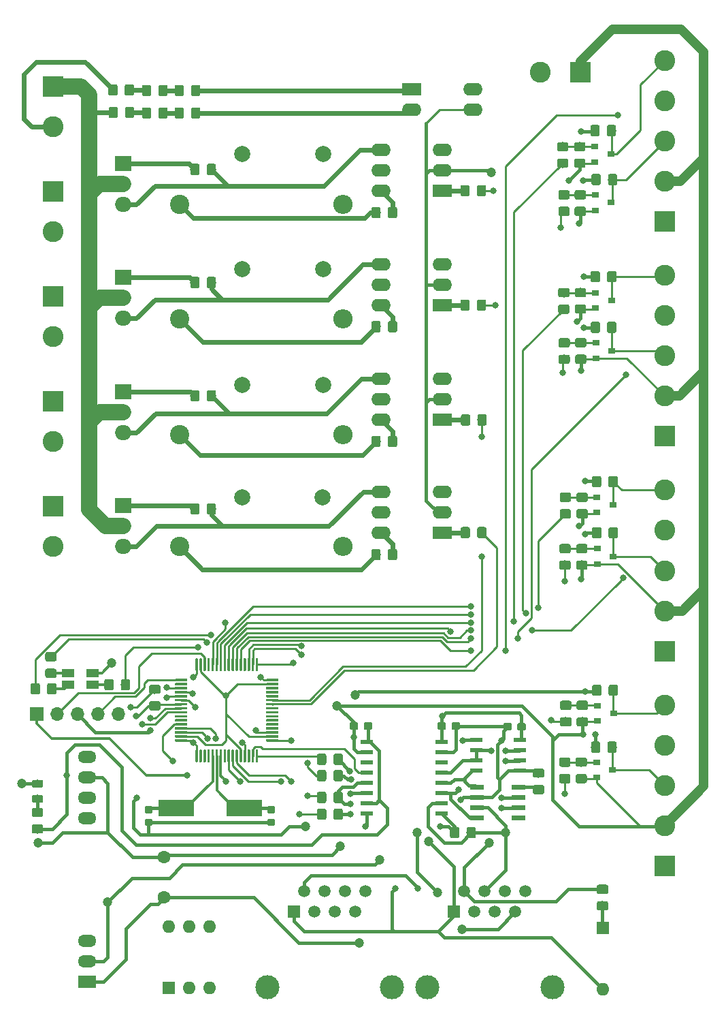
<source format=gbr>
G04 #@! TF.GenerationSoftware,KiCad,Pcbnew,(5.1.0)-1*
G04 #@! TF.CreationDate,2020-06-05T16:09:23+08:00*
G04 #@! TF.ProjectId,vibro_magnet,76696272-6f5f-46d6-9167-6e65742e6b69,rev?*
G04 #@! TF.SameCoordinates,Original*
G04 #@! TF.FileFunction,Copper,L1,Top*
G04 #@! TF.FilePolarity,Positive*
%FSLAX46Y46*%
G04 Gerber Fmt 4.6, Leading zero omitted, Abs format (unit mm)*
G04 Created by KiCad (PCBNEW (5.1.0)-1) date 2020-06-05 16:09:23*
%MOMM*%
%LPD*%
G04 APERTURE LIST*
%ADD10C,2.600000*%
%ADD11R,2.600000X2.600000*%
%ADD12C,1.500000*%
%ADD13C,3.000000*%
%ADD14R,1.500000X1.500000*%
%ADD15C,2.000000*%
%ADD16R,4.500000X2.000000*%
%ADD17O,2.400000X1.600000*%
%ADD18R,2.400000X1.600000*%
%ADD19C,0.100000*%
%ADD20C,0.300000*%
%ADD21R,1.550000X0.600000*%
%ADD22C,0.600000*%
%ADD23R,1.500000X0.600000*%
%ADD24O,1.600000X1.600000*%
%ADD25R,1.600000X1.600000*%
%ADD26O,2.400000X2.400000*%
%ADD27C,2.400000*%
%ADD28C,1.150000*%
%ADD29O,2.000000X1.905000*%
%ADD30R,2.000000X1.905000*%
%ADD31O,1.700000X1.700000*%
%ADD32R,1.700000X1.700000*%
%ADD33R,0.900000X0.800000*%
%ADD34C,0.975000*%
%ADD35O,2.300000X1.500000*%
%ADD36R,2.300000X1.500000*%
%ADD37R,1.500000X1.100000*%
%ADD38C,1.600000*%
%ADD39C,0.950000*%
%ADD40C,0.875000*%
%ADD41C,0.800000*%
%ADD42C,1.200000*%
%ADD43C,0.400000*%
%ADD44C,0.300000*%
%ADD45C,0.250000*%
%ADD46C,1.200000*%
%ADD47C,0.600000*%
%ADD48C,2.000000*%
G04 APERTURE END LIST*
D10*
X141620000Y-102186666D03*
X141620000Y-107186666D03*
X141620000Y-112186666D03*
X141620000Y-117186666D03*
D11*
X141620000Y-122186666D03*
D12*
X121770000Y-152060000D03*
X124310000Y-152060000D03*
D13*
X112095000Y-164000000D03*
D12*
X116690000Y-152060000D03*
D14*
X115420000Y-154600000D03*
D12*
X123040000Y-154600000D03*
X119230000Y-152060000D03*
X120500000Y-154600000D03*
X117960000Y-154600000D03*
D13*
X127635000Y-164000000D03*
D12*
X101850000Y-152020000D03*
X104390000Y-152020000D03*
D13*
X92175000Y-163960000D03*
D12*
X96770000Y-152020000D03*
D14*
X95500000Y-154560000D03*
D12*
X103120000Y-154560000D03*
X99310000Y-152020000D03*
X100580000Y-154560000D03*
X98040000Y-154560000D03*
D13*
X107715000Y-163960000D03*
D15*
X89074000Y-103110666D03*
X99074000Y-103110666D03*
X89094000Y-89088000D03*
X99094000Y-89088000D03*
X89094000Y-74701333D03*
X99094000Y-74701333D03*
X89094000Y-60436000D03*
X99094000Y-60436000D03*
D10*
X65550000Y-83093000D03*
D11*
X65550000Y-78093000D03*
D16*
X89300000Y-141700000D03*
X80800000Y-141700000D03*
D17*
X117796000Y-52410000D03*
X110176000Y-54950000D03*
X117796000Y-54950000D03*
D18*
X110176000Y-52410000D03*
D17*
X106344000Y-93452000D03*
X113964000Y-88372000D03*
X106344000Y-90912000D03*
X113964000Y-90912000D03*
X106344000Y-88372000D03*
D18*
X113964000Y-93452000D03*
D17*
X106344000Y-107470000D03*
X113964000Y-102390000D03*
X106344000Y-104930000D03*
X113964000Y-104930000D03*
X106344000Y-102390000D03*
D18*
X113964000Y-107470000D03*
D17*
X106344000Y-79218000D03*
X113964000Y-74138000D03*
X106344000Y-76678000D03*
X113964000Y-76678000D03*
X106344000Y-74138000D03*
D18*
X113964000Y-79218000D03*
D17*
X106344000Y-65016000D03*
X113964000Y-59936000D03*
X106344000Y-62476000D03*
X113964000Y-62476000D03*
X106344000Y-59936000D03*
D18*
X113964000Y-65016000D03*
D19*
G36*
X82162351Y-133140361D02*
G01*
X82169632Y-133141441D01*
X82176771Y-133143229D01*
X82183701Y-133145709D01*
X82190355Y-133148856D01*
X82196668Y-133152640D01*
X82202579Y-133157024D01*
X82208033Y-133161967D01*
X82212976Y-133167421D01*
X82217360Y-133173332D01*
X82221144Y-133179645D01*
X82224291Y-133186299D01*
X82226771Y-133193229D01*
X82228559Y-133200368D01*
X82229639Y-133207649D01*
X82230000Y-133215000D01*
X82230000Y-133365000D01*
X82229639Y-133372351D01*
X82228559Y-133379632D01*
X82226771Y-133386771D01*
X82224291Y-133393701D01*
X82221144Y-133400355D01*
X82217360Y-133406668D01*
X82212976Y-133412579D01*
X82208033Y-133418033D01*
X82202579Y-133422976D01*
X82196668Y-133427360D01*
X82190355Y-133431144D01*
X82183701Y-133434291D01*
X82176771Y-133436771D01*
X82169632Y-133438559D01*
X82162351Y-133439639D01*
X82155000Y-133440000D01*
X80755000Y-133440000D01*
X80747649Y-133439639D01*
X80740368Y-133438559D01*
X80733229Y-133436771D01*
X80726299Y-133434291D01*
X80719645Y-133431144D01*
X80713332Y-133427360D01*
X80707421Y-133422976D01*
X80701967Y-133418033D01*
X80697024Y-133412579D01*
X80692640Y-133406668D01*
X80688856Y-133400355D01*
X80685709Y-133393701D01*
X80683229Y-133386771D01*
X80681441Y-133379632D01*
X80680361Y-133372351D01*
X80680000Y-133365000D01*
X80680000Y-133215000D01*
X80680361Y-133207649D01*
X80681441Y-133200368D01*
X80683229Y-133193229D01*
X80685709Y-133186299D01*
X80688856Y-133179645D01*
X80692640Y-133173332D01*
X80697024Y-133167421D01*
X80701967Y-133161967D01*
X80707421Y-133157024D01*
X80713332Y-133152640D01*
X80719645Y-133148856D01*
X80726299Y-133145709D01*
X80733229Y-133143229D01*
X80740368Y-133141441D01*
X80747649Y-133140361D01*
X80755000Y-133140000D01*
X82155000Y-133140000D01*
X82162351Y-133140361D01*
X82162351Y-133140361D01*
G37*
D20*
X81455000Y-133290000D03*
D19*
G36*
X82162351Y-132640361D02*
G01*
X82169632Y-132641441D01*
X82176771Y-132643229D01*
X82183701Y-132645709D01*
X82190355Y-132648856D01*
X82196668Y-132652640D01*
X82202579Y-132657024D01*
X82208033Y-132661967D01*
X82212976Y-132667421D01*
X82217360Y-132673332D01*
X82221144Y-132679645D01*
X82224291Y-132686299D01*
X82226771Y-132693229D01*
X82228559Y-132700368D01*
X82229639Y-132707649D01*
X82230000Y-132715000D01*
X82230000Y-132865000D01*
X82229639Y-132872351D01*
X82228559Y-132879632D01*
X82226771Y-132886771D01*
X82224291Y-132893701D01*
X82221144Y-132900355D01*
X82217360Y-132906668D01*
X82212976Y-132912579D01*
X82208033Y-132918033D01*
X82202579Y-132922976D01*
X82196668Y-132927360D01*
X82190355Y-132931144D01*
X82183701Y-132934291D01*
X82176771Y-132936771D01*
X82169632Y-132938559D01*
X82162351Y-132939639D01*
X82155000Y-132940000D01*
X80755000Y-132940000D01*
X80747649Y-132939639D01*
X80740368Y-132938559D01*
X80733229Y-132936771D01*
X80726299Y-132934291D01*
X80719645Y-132931144D01*
X80713332Y-132927360D01*
X80707421Y-132922976D01*
X80701967Y-132918033D01*
X80697024Y-132912579D01*
X80692640Y-132906668D01*
X80688856Y-132900355D01*
X80685709Y-132893701D01*
X80683229Y-132886771D01*
X80681441Y-132879632D01*
X80680361Y-132872351D01*
X80680000Y-132865000D01*
X80680000Y-132715000D01*
X80680361Y-132707649D01*
X80681441Y-132700368D01*
X80683229Y-132693229D01*
X80685709Y-132686299D01*
X80688856Y-132679645D01*
X80692640Y-132673332D01*
X80697024Y-132667421D01*
X80701967Y-132661967D01*
X80707421Y-132657024D01*
X80713332Y-132652640D01*
X80719645Y-132648856D01*
X80726299Y-132645709D01*
X80733229Y-132643229D01*
X80740368Y-132641441D01*
X80747649Y-132640361D01*
X80755000Y-132640000D01*
X82155000Y-132640000D01*
X82162351Y-132640361D01*
X82162351Y-132640361D01*
G37*
D20*
X81455000Y-132790000D03*
D19*
G36*
X82162351Y-132140361D02*
G01*
X82169632Y-132141441D01*
X82176771Y-132143229D01*
X82183701Y-132145709D01*
X82190355Y-132148856D01*
X82196668Y-132152640D01*
X82202579Y-132157024D01*
X82208033Y-132161967D01*
X82212976Y-132167421D01*
X82217360Y-132173332D01*
X82221144Y-132179645D01*
X82224291Y-132186299D01*
X82226771Y-132193229D01*
X82228559Y-132200368D01*
X82229639Y-132207649D01*
X82230000Y-132215000D01*
X82230000Y-132365000D01*
X82229639Y-132372351D01*
X82228559Y-132379632D01*
X82226771Y-132386771D01*
X82224291Y-132393701D01*
X82221144Y-132400355D01*
X82217360Y-132406668D01*
X82212976Y-132412579D01*
X82208033Y-132418033D01*
X82202579Y-132422976D01*
X82196668Y-132427360D01*
X82190355Y-132431144D01*
X82183701Y-132434291D01*
X82176771Y-132436771D01*
X82169632Y-132438559D01*
X82162351Y-132439639D01*
X82155000Y-132440000D01*
X80755000Y-132440000D01*
X80747649Y-132439639D01*
X80740368Y-132438559D01*
X80733229Y-132436771D01*
X80726299Y-132434291D01*
X80719645Y-132431144D01*
X80713332Y-132427360D01*
X80707421Y-132422976D01*
X80701967Y-132418033D01*
X80697024Y-132412579D01*
X80692640Y-132406668D01*
X80688856Y-132400355D01*
X80685709Y-132393701D01*
X80683229Y-132386771D01*
X80681441Y-132379632D01*
X80680361Y-132372351D01*
X80680000Y-132365000D01*
X80680000Y-132215000D01*
X80680361Y-132207649D01*
X80681441Y-132200368D01*
X80683229Y-132193229D01*
X80685709Y-132186299D01*
X80688856Y-132179645D01*
X80692640Y-132173332D01*
X80697024Y-132167421D01*
X80701967Y-132161967D01*
X80707421Y-132157024D01*
X80713332Y-132152640D01*
X80719645Y-132148856D01*
X80726299Y-132145709D01*
X80733229Y-132143229D01*
X80740368Y-132141441D01*
X80747649Y-132140361D01*
X80755000Y-132140000D01*
X82155000Y-132140000D01*
X82162351Y-132140361D01*
X82162351Y-132140361D01*
G37*
D20*
X81455000Y-132290000D03*
D19*
G36*
X82162351Y-131640361D02*
G01*
X82169632Y-131641441D01*
X82176771Y-131643229D01*
X82183701Y-131645709D01*
X82190355Y-131648856D01*
X82196668Y-131652640D01*
X82202579Y-131657024D01*
X82208033Y-131661967D01*
X82212976Y-131667421D01*
X82217360Y-131673332D01*
X82221144Y-131679645D01*
X82224291Y-131686299D01*
X82226771Y-131693229D01*
X82228559Y-131700368D01*
X82229639Y-131707649D01*
X82230000Y-131715000D01*
X82230000Y-131865000D01*
X82229639Y-131872351D01*
X82228559Y-131879632D01*
X82226771Y-131886771D01*
X82224291Y-131893701D01*
X82221144Y-131900355D01*
X82217360Y-131906668D01*
X82212976Y-131912579D01*
X82208033Y-131918033D01*
X82202579Y-131922976D01*
X82196668Y-131927360D01*
X82190355Y-131931144D01*
X82183701Y-131934291D01*
X82176771Y-131936771D01*
X82169632Y-131938559D01*
X82162351Y-131939639D01*
X82155000Y-131940000D01*
X80755000Y-131940000D01*
X80747649Y-131939639D01*
X80740368Y-131938559D01*
X80733229Y-131936771D01*
X80726299Y-131934291D01*
X80719645Y-131931144D01*
X80713332Y-131927360D01*
X80707421Y-131922976D01*
X80701967Y-131918033D01*
X80697024Y-131912579D01*
X80692640Y-131906668D01*
X80688856Y-131900355D01*
X80685709Y-131893701D01*
X80683229Y-131886771D01*
X80681441Y-131879632D01*
X80680361Y-131872351D01*
X80680000Y-131865000D01*
X80680000Y-131715000D01*
X80680361Y-131707649D01*
X80681441Y-131700368D01*
X80683229Y-131693229D01*
X80685709Y-131686299D01*
X80688856Y-131679645D01*
X80692640Y-131673332D01*
X80697024Y-131667421D01*
X80701967Y-131661967D01*
X80707421Y-131657024D01*
X80713332Y-131652640D01*
X80719645Y-131648856D01*
X80726299Y-131645709D01*
X80733229Y-131643229D01*
X80740368Y-131641441D01*
X80747649Y-131640361D01*
X80755000Y-131640000D01*
X82155000Y-131640000D01*
X82162351Y-131640361D01*
X82162351Y-131640361D01*
G37*
D20*
X81455000Y-131790000D03*
D19*
G36*
X82162351Y-131140361D02*
G01*
X82169632Y-131141441D01*
X82176771Y-131143229D01*
X82183701Y-131145709D01*
X82190355Y-131148856D01*
X82196668Y-131152640D01*
X82202579Y-131157024D01*
X82208033Y-131161967D01*
X82212976Y-131167421D01*
X82217360Y-131173332D01*
X82221144Y-131179645D01*
X82224291Y-131186299D01*
X82226771Y-131193229D01*
X82228559Y-131200368D01*
X82229639Y-131207649D01*
X82230000Y-131215000D01*
X82230000Y-131365000D01*
X82229639Y-131372351D01*
X82228559Y-131379632D01*
X82226771Y-131386771D01*
X82224291Y-131393701D01*
X82221144Y-131400355D01*
X82217360Y-131406668D01*
X82212976Y-131412579D01*
X82208033Y-131418033D01*
X82202579Y-131422976D01*
X82196668Y-131427360D01*
X82190355Y-131431144D01*
X82183701Y-131434291D01*
X82176771Y-131436771D01*
X82169632Y-131438559D01*
X82162351Y-131439639D01*
X82155000Y-131440000D01*
X80755000Y-131440000D01*
X80747649Y-131439639D01*
X80740368Y-131438559D01*
X80733229Y-131436771D01*
X80726299Y-131434291D01*
X80719645Y-131431144D01*
X80713332Y-131427360D01*
X80707421Y-131422976D01*
X80701967Y-131418033D01*
X80697024Y-131412579D01*
X80692640Y-131406668D01*
X80688856Y-131400355D01*
X80685709Y-131393701D01*
X80683229Y-131386771D01*
X80681441Y-131379632D01*
X80680361Y-131372351D01*
X80680000Y-131365000D01*
X80680000Y-131215000D01*
X80680361Y-131207649D01*
X80681441Y-131200368D01*
X80683229Y-131193229D01*
X80685709Y-131186299D01*
X80688856Y-131179645D01*
X80692640Y-131173332D01*
X80697024Y-131167421D01*
X80701967Y-131161967D01*
X80707421Y-131157024D01*
X80713332Y-131152640D01*
X80719645Y-131148856D01*
X80726299Y-131145709D01*
X80733229Y-131143229D01*
X80740368Y-131141441D01*
X80747649Y-131140361D01*
X80755000Y-131140000D01*
X82155000Y-131140000D01*
X82162351Y-131140361D01*
X82162351Y-131140361D01*
G37*
D20*
X81455000Y-131290000D03*
D19*
G36*
X82162351Y-130640361D02*
G01*
X82169632Y-130641441D01*
X82176771Y-130643229D01*
X82183701Y-130645709D01*
X82190355Y-130648856D01*
X82196668Y-130652640D01*
X82202579Y-130657024D01*
X82208033Y-130661967D01*
X82212976Y-130667421D01*
X82217360Y-130673332D01*
X82221144Y-130679645D01*
X82224291Y-130686299D01*
X82226771Y-130693229D01*
X82228559Y-130700368D01*
X82229639Y-130707649D01*
X82230000Y-130715000D01*
X82230000Y-130865000D01*
X82229639Y-130872351D01*
X82228559Y-130879632D01*
X82226771Y-130886771D01*
X82224291Y-130893701D01*
X82221144Y-130900355D01*
X82217360Y-130906668D01*
X82212976Y-130912579D01*
X82208033Y-130918033D01*
X82202579Y-130922976D01*
X82196668Y-130927360D01*
X82190355Y-130931144D01*
X82183701Y-130934291D01*
X82176771Y-130936771D01*
X82169632Y-130938559D01*
X82162351Y-130939639D01*
X82155000Y-130940000D01*
X80755000Y-130940000D01*
X80747649Y-130939639D01*
X80740368Y-130938559D01*
X80733229Y-130936771D01*
X80726299Y-130934291D01*
X80719645Y-130931144D01*
X80713332Y-130927360D01*
X80707421Y-130922976D01*
X80701967Y-130918033D01*
X80697024Y-130912579D01*
X80692640Y-130906668D01*
X80688856Y-130900355D01*
X80685709Y-130893701D01*
X80683229Y-130886771D01*
X80681441Y-130879632D01*
X80680361Y-130872351D01*
X80680000Y-130865000D01*
X80680000Y-130715000D01*
X80680361Y-130707649D01*
X80681441Y-130700368D01*
X80683229Y-130693229D01*
X80685709Y-130686299D01*
X80688856Y-130679645D01*
X80692640Y-130673332D01*
X80697024Y-130667421D01*
X80701967Y-130661967D01*
X80707421Y-130657024D01*
X80713332Y-130652640D01*
X80719645Y-130648856D01*
X80726299Y-130645709D01*
X80733229Y-130643229D01*
X80740368Y-130641441D01*
X80747649Y-130640361D01*
X80755000Y-130640000D01*
X82155000Y-130640000D01*
X82162351Y-130640361D01*
X82162351Y-130640361D01*
G37*
D20*
X81455000Y-130790000D03*
D19*
G36*
X82162351Y-130140361D02*
G01*
X82169632Y-130141441D01*
X82176771Y-130143229D01*
X82183701Y-130145709D01*
X82190355Y-130148856D01*
X82196668Y-130152640D01*
X82202579Y-130157024D01*
X82208033Y-130161967D01*
X82212976Y-130167421D01*
X82217360Y-130173332D01*
X82221144Y-130179645D01*
X82224291Y-130186299D01*
X82226771Y-130193229D01*
X82228559Y-130200368D01*
X82229639Y-130207649D01*
X82230000Y-130215000D01*
X82230000Y-130365000D01*
X82229639Y-130372351D01*
X82228559Y-130379632D01*
X82226771Y-130386771D01*
X82224291Y-130393701D01*
X82221144Y-130400355D01*
X82217360Y-130406668D01*
X82212976Y-130412579D01*
X82208033Y-130418033D01*
X82202579Y-130422976D01*
X82196668Y-130427360D01*
X82190355Y-130431144D01*
X82183701Y-130434291D01*
X82176771Y-130436771D01*
X82169632Y-130438559D01*
X82162351Y-130439639D01*
X82155000Y-130440000D01*
X80755000Y-130440000D01*
X80747649Y-130439639D01*
X80740368Y-130438559D01*
X80733229Y-130436771D01*
X80726299Y-130434291D01*
X80719645Y-130431144D01*
X80713332Y-130427360D01*
X80707421Y-130422976D01*
X80701967Y-130418033D01*
X80697024Y-130412579D01*
X80692640Y-130406668D01*
X80688856Y-130400355D01*
X80685709Y-130393701D01*
X80683229Y-130386771D01*
X80681441Y-130379632D01*
X80680361Y-130372351D01*
X80680000Y-130365000D01*
X80680000Y-130215000D01*
X80680361Y-130207649D01*
X80681441Y-130200368D01*
X80683229Y-130193229D01*
X80685709Y-130186299D01*
X80688856Y-130179645D01*
X80692640Y-130173332D01*
X80697024Y-130167421D01*
X80701967Y-130161967D01*
X80707421Y-130157024D01*
X80713332Y-130152640D01*
X80719645Y-130148856D01*
X80726299Y-130145709D01*
X80733229Y-130143229D01*
X80740368Y-130141441D01*
X80747649Y-130140361D01*
X80755000Y-130140000D01*
X82155000Y-130140000D01*
X82162351Y-130140361D01*
X82162351Y-130140361D01*
G37*
D20*
X81455000Y-130290000D03*
D19*
G36*
X82162351Y-129640361D02*
G01*
X82169632Y-129641441D01*
X82176771Y-129643229D01*
X82183701Y-129645709D01*
X82190355Y-129648856D01*
X82196668Y-129652640D01*
X82202579Y-129657024D01*
X82208033Y-129661967D01*
X82212976Y-129667421D01*
X82217360Y-129673332D01*
X82221144Y-129679645D01*
X82224291Y-129686299D01*
X82226771Y-129693229D01*
X82228559Y-129700368D01*
X82229639Y-129707649D01*
X82230000Y-129715000D01*
X82230000Y-129865000D01*
X82229639Y-129872351D01*
X82228559Y-129879632D01*
X82226771Y-129886771D01*
X82224291Y-129893701D01*
X82221144Y-129900355D01*
X82217360Y-129906668D01*
X82212976Y-129912579D01*
X82208033Y-129918033D01*
X82202579Y-129922976D01*
X82196668Y-129927360D01*
X82190355Y-129931144D01*
X82183701Y-129934291D01*
X82176771Y-129936771D01*
X82169632Y-129938559D01*
X82162351Y-129939639D01*
X82155000Y-129940000D01*
X80755000Y-129940000D01*
X80747649Y-129939639D01*
X80740368Y-129938559D01*
X80733229Y-129936771D01*
X80726299Y-129934291D01*
X80719645Y-129931144D01*
X80713332Y-129927360D01*
X80707421Y-129922976D01*
X80701967Y-129918033D01*
X80697024Y-129912579D01*
X80692640Y-129906668D01*
X80688856Y-129900355D01*
X80685709Y-129893701D01*
X80683229Y-129886771D01*
X80681441Y-129879632D01*
X80680361Y-129872351D01*
X80680000Y-129865000D01*
X80680000Y-129715000D01*
X80680361Y-129707649D01*
X80681441Y-129700368D01*
X80683229Y-129693229D01*
X80685709Y-129686299D01*
X80688856Y-129679645D01*
X80692640Y-129673332D01*
X80697024Y-129667421D01*
X80701967Y-129661967D01*
X80707421Y-129657024D01*
X80713332Y-129652640D01*
X80719645Y-129648856D01*
X80726299Y-129645709D01*
X80733229Y-129643229D01*
X80740368Y-129641441D01*
X80747649Y-129640361D01*
X80755000Y-129640000D01*
X82155000Y-129640000D01*
X82162351Y-129640361D01*
X82162351Y-129640361D01*
G37*
D20*
X81455000Y-129790000D03*
D19*
G36*
X82162351Y-129140361D02*
G01*
X82169632Y-129141441D01*
X82176771Y-129143229D01*
X82183701Y-129145709D01*
X82190355Y-129148856D01*
X82196668Y-129152640D01*
X82202579Y-129157024D01*
X82208033Y-129161967D01*
X82212976Y-129167421D01*
X82217360Y-129173332D01*
X82221144Y-129179645D01*
X82224291Y-129186299D01*
X82226771Y-129193229D01*
X82228559Y-129200368D01*
X82229639Y-129207649D01*
X82230000Y-129215000D01*
X82230000Y-129365000D01*
X82229639Y-129372351D01*
X82228559Y-129379632D01*
X82226771Y-129386771D01*
X82224291Y-129393701D01*
X82221144Y-129400355D01*
X82217360Y-129406668D01*
X82212976Y-129412579D01*
X82208033Y-129418033D01*
X82202579Y-129422976D01*
X82196668Y-129427360D01*
X82190355Y-129431144D01*
X82183701Y-129434291D01*
X82176771Y-129436771D01*
X82169632Y-129438559D01*
X82162351Y-129439639D01*
X82155000Y-129440000D01*
X80755000Y-129440000D01*
X80747649Y-129439639D01*
X80740368Y-129438559D01*
X80733229Y-129436771D01*
X80726299Y-129434291D01*
X80719645Y-129431144D01*
X80713332Y-129427360D01*
X80707421Y-129422976D01*
X80701967Y-129418033D01*
X80697024Y-129412579D01*
X80692640Y-129406668D01*
X80688856Y-129400355D01*
X80685709Y-129393701D01*
X80683229Y-129386771D01*
X80681441Y-129379632D01*
X80680361Y-129372351D01*
X80680000Y-129365000D01*
X80680000Y-129215000D01*
X80680361Y-129207649D01*
X80681441Y-129200368D01*
X80683229Y-129193229D01*
X80685709Y-129186299D01*
X80688856Y-129179645D01*
X80692640Y-129173332D01*
X80697024Y-129167421D01*
X80701967Y-129161967D01*
X80707421Y-129157024D01*
X80713332Y-129152640D01*
X80719645Y-129148856D01*
X80726299Y-129145709D01*
X80733229Y-129143229D01*
X80740368Y-129141441D01*
X80747649Y-129140361D01*
X80755000Y-129140000D01*
X82155000Y-129140000D01*
X82162351Y-129140361D01*
X82162351Y-129140361D01*
G37*
D20*
X81455000Y-129290000D03*
D19*
G36*
X82162351Y-128640361D02*
G01*
X82169632Y-128641441D01*
X82176771Y-128643229D01*
X82183701Y-128645709D01*
X82190355Y-128648856D01*
X82196668Y-128652640D01*
X82202579Y-128657024D01*
X82208033Y-128661967D01*
X82212976Y-128667421D01*
X82217360Y-128673332D01*
X82221144Y-128679645D01*
X82224291Y-128686299D01*
X82226771Y-128693229D01*
X82228559Y-128700368D01*
X82229639Y-128707649D01*
X82230000Y-128715000D01*
X82230000Y-128865000D01*
X82229639Y-128872351D01*
X82228559Y-128879632D01*
X82226771Y-128886771D01*
X82224291Y-128893701D01*
X82221144Y-128900355D01*
X82217360Y-128906668D01*
X82212976Y-128912579D01*
X82208033Y-128918033D01*
X82202579Y-128922976D01*
X82196668Y-128927360D01*
X82190355Y-128931144D01*
X82183701Y-128934291D01*
X82176771Y-128936771D01*
X82169632Y-128938559D01*
X82162351Y-128939639D01*
X82155000Y-128940000D01*
X80755000Y-128940000D01*
X80747649Y-128939639D01*
X80740368Y-128938559D01*
X80733229Y-128936771D01*
X80726299Y-128934291D01*
X80719645Y-128931144D01*
X80713332Y-128927360D01*
X80707421Y-128922976D01*
X80701967Y-128918033D01*
X80697024Y-128912579D01*
X80692640Y-128906668D01*
X80688856Y-128900355D01*
X80685709Y-128893701D01*
X80683229Y-128886771D01*
X80681441Y-128879632D01*
X80680361Y-128872351D01*
X80680000Y-128865000D01*
X80680000Y-128715000D01*
X80680361Y-128707649D01*
X80681441Y-128700368D01*
X80683229Y-128693229D01*
X80685709Y-128686299D01*
X80688856Y-128679645D01*
X80692640Y-128673332D01*
X80697024Y-128667421D01*
X80701967Y-128661967D01*
X80707421Y-128657024D01*
X80713332Y-128652640D01*
X80719645Y-128648856D01*
X80726299Y-128645709D01*
X80733229Y-128643229D01*
X80740368Y-128641441D01*
X80747649Y-128640361D01*
X80755000Y-128640000D01*
X82155000Y-128640000D01*
X82162351Y-128640361D01*
X82162351Y-128640361D01*
G37*
D20*
X81455000Y-128790000D03*
D19*
G36*
X82162351Y-128140361D02*
G01*
X82169632Y-128141441D01*
X82176771Y-128143229D01*
X82183701Y-128145709D01*
X82190355Y-128148856D01*
X82196668Y-128152640D01*
X82202579Y-128157024D01*
X82208033Y-128161967D01*
X82212976Y-128167421D01*
X82217360Y-128173332D01*
X82221144Y-128179645D01*
X82224291Y-128186299D01*
X82226771Y-128193229D01*
X82228559Y-128200368D01*
X82229639Y-128207649D01*
X82230000Y-128215000D01*
X82230000Y-128365000D01*
X82229639Y-128372351D01*
X82228559Y-128379632D01*
X82226771Y-128386771D01*
X82224291Y-128393701D01*
X82221144Y-128400355D01*
X82217360Y-128406668D01*
X82212976Y-128412579D01*
X82208033Y-128418033D01*
X82202579Y-128422976D01*
X82196668Y-128427360D01*
X82190355Y-128431144D01*
X82183701Y-128434291D01*
X82176771Y-128436771D01*
X82169632Y-128438559D01*
X82162351Y-128439639D01*
X82155000Y-128440000D01*
X80755000Y-128440000D01*
X80747649Y-128439639D01*
X80740368Y-128438559D01*
X80733229Y-128436771D01*
X80726299Y-128434291D01*
X80719645Y-128431144D01*
X80713332Y-128427360D01*
X80707421Y-128422976D01*
X80701967Y-128418033D01*
X80697024Y-128412579D01*
X80692640Y-128406668D01*
X80688856Y-128400355D01*
X80685709Y-128393701D01*
X80683229Y-128386771D01*
X80681441Y-128379632D01*
X80680361Y-128372351D01*
X80680000Y-128365000D01*
X80680000Y-128215000D01*
X80680361Y-128207649D01*
X80681441Y-128200368D01*
X80683229Y-128193229D01*
X80685709Y-128186299D01*
X80688856Y-128179645D01*
X80692640Y-128173332D01*
X80697024Y-128167421D01*
X80701967Y-128161967D01*
X80707421Y-128157024D01*
X80713332Y-128152640D01*
X80719645Y-128148856D01*
X80726299Y-128145709D01*
X80733229Y-128143229D01*
X80740368Y-128141441D01*
X80747649Y-128140361D01*
X80755000Y-128140000D01*
X82155000Y-128140000D01*
X82162351Y-128140361D01*
X82162351Y-128140361D01*
G37*
D20*
X81455000Y-128290000D03*
D19*
G36*
X82162351Y-127640361D02*
G01*
X82169632Y-127641441D01*
X82176771Y-127643229D01*
X82183701Y-127645709D01*
X82190355Y-127648856D01*
X82196668Y-127652640D01*
X82202579Y-127657024D01*
X82208033Y-127661967D01*
X82212976Y-127667421D01*
X82217360Y-127673332D01*
X82221144Y-127679645D01*
X82224291Y-127686299D01*
X82226771Y-127693229D01*
X82228559Y-127700368D01*
X82229639Y-127707649D01*
X82230000Y-127715000D01*
X82230000Y-127865000D01*
X82229639Y-127872351D01*
X82228559Y-127879632D01*
X82226771Y-127886771D01*
X82224291Y-127893701D01*
X82221144Y-127900355D01*
X82217360Y-127906668D01*
X82212976Y-127912579D01*
X82208033Y-127918033D01*
X82202579Y-127922976D01*
X82196668Y-127927360D01*
X82190355Y-127931144D01*
X82183701Y-127934291D01*
X82176771Y-127936771D01*
X82169632Y-127938559D01*
X82162351Y-127939639D01*
X82155000Y-127940000D01*
X80755000Y-127940000D01*
X80747649Y-127939639D01*
X80740368Y-127938559D01*
X80733229Y-127936771D01*
X80726299Y-127934291D01*
X80719645Y-127931144D01*
X80713332Y-127927360D01*
X80707421Y-127922976D01*
X80701967Y-127918033D01*
X80697024Y-127912579D01*
X80692640Y-127906668D01*
X80688856Y-127900355D01*
X80685709Y-127893701D01*
X80683229Y-127886771D01*
X80681441Y-127879632D01*
X80680361Y-127872351D01*
X80680000Y-127865000D01*
X80680000Y-127715000D01*
X80680361Y-127707649D01*
X80681441Y-127700368D01*
X80683229Y-127693229D01*
X80685709Y-127686299D01*
X80688856Y-127679645D01*
X80692640Y-127673332D01*
X80697024Y-127667421D01*
X80701967Y-127661967D01*
X80707421Y-127657024D01*
X80713332Y-127652640D01*
X80719645Y-127648856D01*
X80726299Y-127645709D01*
X80733229Y-127643229D01*
X80740368Y-127641441D01*
X80747649Y-127640361D01*
X80755000Y-127640000D01*
X82155000Y-127640000D01*
X82162351Y-127640361D01*
X82162351Y-127640361D01*
G37*
D20*
X81455000Y-127790000D03*
D19*
G36*
X82162351Y-127140361D02*
G01*
X82169632Y-127141441D01*
X82176771Y-127143229D01*
X82183701Y-127145709D01*
X82190355Y-127148856D01*
X82196668Y-127152640D01*
X82202579Y-127157024D01*
X82208033Y-127161967D01*
X82212976Y-127167421D01*
X82217360Y-127173332D01*
X82221144Y-127179645D01*
X82224291Y-127186299D01*
X82226771Y-127193229D01*
X82228559Y-127200368D01*
X82229639Y-127207649D01*
X82230000Y-127215000D01*
X82230000Y-127365000D01*
X82229639Y-127372351D01*
X82228559Y-127379632D01*
X82226771Y-127386771D01*
X82224291Y-127393701D01*
X82221144Y-127400355D01*
X82217360Y-127406668D01*
X82212976Y-127412579D01*
X82208033Y-127418033D01*
X82202579Y-127422976D01*
X82196668Y-127427360D01*
X82190355Y-127431144D01*
X82183701Y-127434291D01*
X82176771Y-127436771D01*
X82169632Y-127438559D01*
X82162351Y-127439639D01*
X82155000Y-127440000D01*
X80755000Y-127440000D01*
X80747649Y-127439639D01*
X80740368Y-127438559D01*
X80733229Y-127436771D01*
X80726299Y-127434291D01*
X80719645Y-127431144D01*
X80713332Y-127427360D01*
X80707421Y-127422976D01*
X80701967Y-127418033D01*
X80697024Y-127412579D01*
X80692640Y-127406668D01*
X80688856Y-127400355D01*
X80685709Y-127393701D01*
X80683229Y-127386771D01*
X80681441Y-127379632D01*
X80680361Y-127372351D01*
X80680000Y-127365000D01*
X80680000Y-127215000D01*
X80680361Y-127207649D01*
X80681441Y-127200368D01*
X80683229Y-127193229D01*
X80685709Y-127186299D01*
X80688856Y-127179645D01*
X80692640Y-127173332D01*
X80697024Y-127167421D01*
X80701967Y-127161967D01*
X80707421Y-127157024D01*
X80713332Y-127152640D01*
X80719645Y-127148856D01*
X80726299Y-127145709D01*
X80733229Y-127143229D01*
X80740368Y-127141441D01*
X80747649Y-127140361D01*
X80755000Y-127140000D01*
X82155000Y-127140000D01*
X82162351Y-127140361D01*
X82162351Y-127140361D01*
G37*
D20*
X81455000Y-127290000D03*
D19*
G36*
X82162351Y-126640361D02*
G01*
X82169632Y-126641441D01*
X82176771Y-126643229D01*
X82183701Y-126645709D01*
X82190355Y-126648856D01*
X82196668Y-126652640D01*
X82202579Y-126657024D01*
X82208033Y-126661967D01*
X82212976Y-126667421D01*
X82217360Y-126673332D01*
X82221144Y-126679645D01*
X82224291Y-126686299D01*
X82226771Y-126693229D01*
X82228559Y-126700368D01*
X82229639Y-126707649D01*
X82230000Y-126715000D01*
X82230000Y-126865000D01*
X82229639Y-126872351D01*
X82228559Y-126879632D01*
X82226771Y-126886771D01*
X82224291Y-126893701D01*
X82221144Y-126900355D01*
X82217360Y-126906668D01*
X82212976Y-126912579D01*
X82208033Y-126918033D01*
X82202579Y-126922976D01*
X82196668Y-126927360D01*
X82190355Y-126931144D01*
X82183701Y-126934291D01*
X82176771Y-126936771D01*
X82169632Y-126938559D01*
X82162351Y-126939639D01*
X82155000Y-126940000D01*
X80755000Y-126940000D01*
X80747649Y-126939639D01*
X80740368Y-126938559D01*
X80733229Y-126936771D01*
X80726299Y-126934291D01*
X80719645Y-126931144D01*
X80713332Y-126927360D01*
X80707421Y-126922976D01*
X80701967Y-126918033D01*
X80697024Y-126912579D01*
X80692640Y-126906668D01*
X80688856Y-126900355D01*
X80685709Y-126893701D01*
X80683229Y-126886771D01*
X80681441Y-126879632D01*
X80680361Y-126872351D01*
X80680000Y-126865000D01*
X80680000Y-126715000D01*
X80680361Y-126707649D01*
X80681441Y-126700368D01*
X80683229Y-126693229D01*
X80685709Y-126686299D01*
X80688856Y-126679645D01*
X80692640Y-126673332D01*
X80697024Y-126667421D01*
X80701967Y-126661967D01*
X80707421Y-126657024D01*
X80713332Y-126652640D01*
X80719645Y-126648856D01*
X80726299Y-126645709D01*
X80733229Y-126643229D01*
X80740368Y-126641441D01*
X80747649Y-126640361D01*
X80755000Y-126640000D01*
X82155000Y-126640000D01*
X82162351Y-126640361D01*
X82162351Y-126640361D01*
G37*
D20*
X81455000Y-126790000D03*
D19*
G36*
X82162351Y-126140361D02*
G01*
X82169632Y-126141441D01*
X82176771Y-126143229D01*
X82183701Y-126145709D01*
X82190355Y-126148856D01*
X82196668Y-126152640D01*
X82202579Y-126157024D01*
X82208033Y-126161967D01*
X82212976Y-126167421D01*
X82217360Y-126173332D01*
X82221144Y-126179645D01*
X82224291Y-126186299D01*
X82226771Y-126193229D01*
X82228559Y-126200368D01*
X82229639Y-126207649D01*
X82230000Y-126215000D01*
X82230000Y-126365000D01*
X82229639Y-126372351D01*
X82228559Y-126379632D01*
X82226771Y-126386771D01*
X82224291Y-126393701D01*
X82221144Y-126400355D01*
X82217360Y-126406668D01*
X82212976Y-126412579D01*
X82208033Y-126418033D01*
X82202579Y-126422976D01*
X82196668Y-126427360D01*
X82190355Y-126431144D01*
X82183701Y-126434291D01*
X82176771Y-126436771D01*
X82169632Y-126438559D01*
X82162351Y-126439639D01*
X82155000Y-126440000D01*
X80755000Y-126440000D01*
X80747649Y-126439639D01*
X80740368Y-126438559D01*
X80733229Y-126436771D01*
X80726299Y-126434291D01*
X80719645Y-126431144D01*
X80713332Y-126427360D01*
X80707421Y-126422976D01*
X80701967Y-126418033D01*
X80697024Y-126412579D01*
X80692640Y-126406668D01*
X80688856Y-126400355D01*
X80685709Y-126393701D01*
X80683229Y-126386771D01*
X80681441Y-126379632D01*
X80680361Y-126372351D01*
X80680000Y-126365000D01*
X80680000Y-126215000D01*
X80680361Y-126207649D01*
X80681441Y-126200368D01*
X80683229Y-126193229D01*
X80685709Y-126186299D01*
X80688856Y-126179645D01*
X80692640Y-126173332D01*
X80697024Y-126167421D01*
X80701967Y-126161967D01*
X80707421Y-126157024D01*
X80713332Y-126152640D01*
X80719645Y-126148856D01*
X80726299Y-126145709D01*
X80733229Y-126143229D01*
X80740368Y-126141441D01*
X80747649Y-126140361D01*
X80755000Y-126140000D01*
X82155000Y-126140000D01*
X82162351Y-126140361D01*
X82162351Y-126140361D01*
G37*
D20*
X81455000Y-126290000D03*
D19*
G36*
X82162351Y-125640361D02*
G01*
X82169632Y-125641441D01*
X82176771Y-125643229D01*
X82183701Y-125645709D01*
X82190355Y-125648856D01*
X82196668Y-125652640D01*
X82202579Y-125657024D01*
X82208033Y-125661967D01*
X82212976Y-125667421D01*
X82217360Y-125673332D01*
X82221144Y-125679645D01*
X82224291Y-125686299D01*
X82226771Y-125693229D01*
X82228559Y-125700368D01*
X82229639Y-125707649D01*
X82230000Y-125715000D01*
X82230000Y-125865000D01*
X82229639Y-125872351D01*
X82228559Y-125879632D01*
X82226771Y-125886771D01*
X82224291Y-125893701D01*
X82221144Y-125900355D01*
X82217360Y-125906668D01*
X82212976Y-125912579D01*
X82208033Y-125918033D01*
X82202579Y-125922976D01*
X82196668Y-125927360D01*
X82190355Y-125931144D01*
X82183701Y-125934291D01*
X82176771Y-125936771D01*
X82169632Y-125938559D01*
X82162351Y-125939639D01*
X82155000Y-125940000D01*
X80755000Y-125940000D01*
X80747649Y-125939639D01*
X80740368Y-125938559D01*
X80733229Y-125936771D01*
X80726299Y-125934291D01*
X80719645Y-125931144D01*
X80713332Y-125927360D01*
X80707421Y-125922976D01*
X80701967Y-125918033D01*
X80697024Y-125912579D01*
X80692640Y-125906668D01*
X80688856Y-125900355D01*
X80685709Y-125893701D01*
X80683229Y-125886771D01*
X80681441Y-125879632D01*
X80680361Y-125872351D01*
X80680000Y-125865000D01*
X80680000Y-125715000D01*
X80680361Y-125707649D01*
X80681441Y-125700368D01*
X80683229Y-125693229D01*
X80685709Y-125686299D01*
X80688856Y-125679645D01*
X80692640Y-125673332D01*
X80697024Y-125667421D01*
X80701967Y-125661967D01*
X80707421Y-125657024D01*
X80713332Y-125652640D01*
X80719645Y-125648856D01*
X80726299Y-125645709D01*
X80733229Y-125643229D01*
X80740368Y-125641441D01*
X80747649Y-125640361D01*
X80755000Y-125640000D01*
X82155000Y-125640000D01*
X82162351Y-125640361D01*
X82162351Y-125640361D01*
G37*
D20*
X81455000Y-125790000D03*
D19*
G36*
X83462351Y-123090361D02*
G01*
X83469632Y-123091441D01*
X83476771Y-123093229D01*
X83483701Y-123095709D01*
X83490355Y-123098856D01*
X83496668Y-123102640D01*
X83502579Y-123107024D01*
X83508033Y-123111967D01*
X83512976Y-123117421D01*
X83517360Y-123123332D01*
X83521144Y-123129645D01*
X83524291Y-123136299D01*
X83526771Y-123143229D01*
X83528559Y-123150368D01*
X83529639Y-123157649D01*
X83530000Y-123165000D01*
X83530000Y-124565000D01*
X83529639Y-124572351D01*
X83528559Y-124579632D01*
X83526771Y-124586771D01*
X83524291Y-124593701D01*
X83521144Y-124600355D01*
X83517360Y-124606668D01*
X83512976Y-124612579D01*
X83508033Y-124618033D01*
X83502579Y-124622976D01*
X83496668Y-124627360D01*
X83490355Y-124631144D01*
X83483701Y-124634291D01*
X83476771Y-124636771D01*
X83469632Y-124638559D01*
X83462351Y-124639639D01*
X83455000Y-124640000D01*
X83305000Y-124640000D01*
X83297649Y-124639639D01*
X83290368Y-124638559D01*
X83283229Y-124636771D01*
X83276299Y-124634291D01*
X83269645Y-124631144D01*
X83263332Y-124627360D01*
X83257421Y-124622976D01*
X83251967Y-124618033D01*
X83247024Y-124612579D01*
X83242640Y-124606668D01*
X83238856Y-124600355D01*
X83235709Y-124593701D01*
X83233229Y-124586771D01*
X83231441Y-124579632D01*
X83230361Y-124572351D01*
X83230000Y-124565000D01*
X83230000Y-123165000D01*
X83230361Y-123157649D01*
X83231441Y-123150368D01*
X83233229Y-123143229D01*
X83235709Y-123136299D01*
X83238856Y-123129645D01*
X83242640Y-123123332D01*
X83247024Y-123117421D01*
X83251967Y-123111967D01*
X83257421Y-123107024D01*
X83263332Y-123102640D01*
X83269645Y-123098856D01*
X83276299Y-123095709D01*
X83283229Y-123093229D01*
X83290368Y-123091441D01*
X83297649Y-123090361D01*
X83305000Y-123090000D01*
X83455000Y-123090000D01*
X83462351Y-123090361D01*
X83462351Y-123090361D01*
G37*
D20*
X83380000Y-123865000D03*
D19*
G36*
X83962351Y-123090361D02*
G01*
X83969632Y-123091441D01*
X83976771Y-123093229D01*
X83983701Y-123095709D01*
X83990355Y-123098856D01*
X83996668Y-123102640D01*
X84002579Y-123107024D01*
X84008033Y-123111967D01*
X84012976Y-123117421D01*
X84017360Y-123123332D01*
X84021144Y-123129645D01*
X84024291Y-123136299D01*
X84026771Y-123143229D01*
X84028559Y-123150368D01*
X84029639Y-123157649D01*
X84030000Y-123165000D01*
X84030000Y-124565000D01*
X84029639Y-124572351D01*
X84028559Y-124579632D01*
X84026771Y-124586771D01*
X84024291Y-124593701D01*
X84021144Y-124600355D01*
X84017360Y-124606668D01*
X84012976Y-124612579D01*
X84008033Y-124618033D01*
X84002579Y-124622976D01*
X83996668Y-124627360D01*
X83990355Y-124631144D01*
X83983701Y-124634291D01*
X83976771Y-124636771D01*
X83969632Y-124638559D01*
X83962351Y-124639639D01*
X83955000Y-124640000D01*
X83805000Y-124640000D01*
X83797649Y-124639639D01*
X83790368Y-124638559D01*
X83783229Y-124636771D01*
X83776299Y-124634291D01*
X83769645Y-124631144D01*
X83763332Y-124627360D01*
X83757421Y-124622976D01*
X83751967Y-124618033D01*
X83747024Y-124612579D01*
X83742640Y-124606668D01*
X83738856Y-124600355D01*
X83735709Y-124593701D01*
X83733229Y-124586771D01*
X83731441Y-124579632D01*
X83730361Y-124572351D01*
X83730000Y-124565000D01*
X83730000Y-123165000D01*
X83730361Y-123157649D01*
X83731441Y-123150368D01*
X83733229Y-123143229D01*
X83735709Y-123136299D01*
X83738856Y-123129645D01*
X83742640Y-123123332D01*
X83747024Y-123117421D01*
X83751967Y-123111967D01*
X83757421Y-123107024D01*
X83763332Y-123102640D01*
X83769645Y-123098856D01*
X83776299Y-123095709D01*
X83783229Y-123093229D01*
X83790368Y-123091441D01*
X83797649Y-123090361D01*
X83805000Y-123090000D01*
X83955000Y-123090000D01*
X83962351Y-123090361D01*
X83962351Y-123090361D01*
G37*
D20*
X83880000Y-123865000D03*
D19*
G36*
X84462351Y-123090361D02*
G01*
X84469632Y-123091441D01*
X84476771Y-123093229D01*
X84483701Y-123095709D01*
X84490355Y-123098856D01*
X84496668Y-123102640D01*
X84502579Y-123107024D01*
X84508033Y-123111967D01*
X84512976Y-123117421D01*
X84517360Y-123123332D01*
X84521144Y-123129645D01*
X84524291Y-123136299D01*
X84526771Y-123143229D01*
X84528559Y-123150368D01*
X84529639Y-123157649D01*
X84530000Y-123165000D01*
X84530000Y-124565000D01*
X84529639Y-124572351D01*
X84528559Y-124579632D01*
X84526771Y-124586771D01*
X84524291Y-124593701D01*
X84521144Y-124600355D01*
X84517360Y-124606668D01*
X84512976Y-124612579D01*
X84508033Y-124618033D01*
X84502579Y-124622976D01*
X84496668Y-124627360D01*
X84490355Y-124631144D01*
X84483701Y-124634291D01*
X84476771Y-124636771D01*
X84469632Y-124638559D01*
X84462351Y-124639639D01*
X84455000Y-124640000D01*
X84305000Y-124640000D01*
X84297649Y-124639639D01*
X84290368Y-124638559D01*
X84283229Y-124636771D01*
X84276299Y-124634291D01*
X84269645Y-124631144D01*
X84263332Y-124627360D01*
X84257421Y-124622976D01*
X84251967Y-124618033D01*
X84247024Y-124612579D01*
X84242640Y-124606668D01*
X84238856Y-124600355D01*
X84235709Y-124593701D01*
X84233229Y-124586771D01*
X84231441Y-124579632D01*
X84230361Y-124572351D01*
X84230000Y-124565000D01*
X84230000Y-123165000D01*
X84230361Y-123157649D01*
X84231441Y-123150368D01*
X84233229Y-123143229D01*
X84235709Y-123136299D01*
X84238856Y-123129645D01*
X84242640Y-123123332D01*
X84247024Y-123117421D01*
X84251967Y-123111967D01*
X84257421Y-123107024D01*
X84263332Y-123102640D01*
X84269645Y-123098856D01*
X84276299Y-123095709D01*
X84283229Y-123093229D01*
X84290368Y-123091441D01*
X84297649Y-123090361D01*
X84305000Y-123090000D01*
X84455000Y-123090000D01*
X84462351Y-123090361D01*
X84462351Y-123090361D01*
G37*
D20*
X84380000Y-123865000D03*
D19*
G36*
X84962351Y-123090361D02*
G01*
X84969632Y-123091441D01*
X84976771Y-123093229D01*
X84983701Y-123095709D01*
X84990355Y-123098856D01*
X84996668Y-123102640D01*
X85002579Y-123107024D01*
X85008033Y-123111967D01*
X85012976Y-123117421D01*
X85017360Y-123123332D01*
X85021144Y-123129645D01*
X85024291Y-123136299D01*
X85026771Y-123143229D01*
X85028559Y-123150368D01*
X85029639Y-123157649D01*
X85030000Y-123165000D01*
X85030000Y-124565000D01*
X85029639Y-124572351D01*
X85028559Y-124579632D01*
X85026771Y-124586771D01*
X85024291Y-124593701D01*
X85021144Y-124600355D01*
X85017360Y-124606668D01*
X85012976Y-124612579D01*
X85008033Y-124618033D01*
X85002579Y-124622976D01*
X84996668Y-124627360D01*
X84990355Y-124631144D01*
X84983701Y-124634291D01*
X84976771Y-124636771D01*
X84969632Y-124638559D01*
X84962351Y-124639639D01*
X84955000Y-124640000D01*
X84805000Y-124640000D01*
X84797649Y-124639639D01*
X84790368Y-124638559D01*
X84783229Y-124636771D01*
X84776299Y-124634291D01*
X84769645Y-124631144D01*
X84763332Y-124627360D01*
X84757421Y-124622976D01*
X84751967Y-124618033D01*
X84747024Y-124612579D01*
X84742640Y-124606668D01*
X84738856Y-124600355D01*
X84735709Y-124593701D01*
X84733229Y-124586771D01*
X84731441Y-124579632D01*
X84730361Y-124572351D01*
X84730000Y-124565000D01*
X84730000Y-123165000D01*
X84730361Y-123157649D01*
X84731441Y-123150368D01*
X84733229Y-123143229D01*
X84735709Y-123136299D01*
X84738856Y-123129645D01*
X84742640Y-123123332D01*
X84747024Y-123117421D01*
X84751967Y-123111967D01*
X84757421Y-123107024D01*
X84763332Y-123102640D01*
X84769645Y-123098856D01*
X84776299Y-123095709D01*
X84783229Y-123093229D01*
X84790368Y-123091441D01*
X84797649Y-123090361D01*
X84805000Y-123090000D01*
X84955000Y-123090000D01*
X84962351Y-123090361D01*
X84962351Y-123090361D01*
G37*
D20*
X84880000Y-123865000D03*
D19*
G36*
X85462351Y-123090361D02*
G01*
X85469632Y-123091441D01*
X85476771Y-123093229D01*
X85483701Y-123095709D01*
X85490355Y-123098856D01*
X85496668Y-123102640D01*
X85502579Y-123107024D01*
X85508033Y-123111967D01*
X85512976Y-123117421D01*
X85517360Y-123123332D01*
X85521144Y-123129645D01*
X85524291Y-123136299D01*
X85526771Y-123143229D01*
X85528559Y-123150368D01*
X85529639Y-123157649D01*
X85530000Y-123165000D01*
X85530000Y-124565000D01*
X85529639Y-124572351D01*
X85528559Y-124579632D01*
X85526771Y-124586771D01*
X85524291Y-124593701D01*
X85521144Y-124600355D01*
X85517360Y-124606668D01*
X85512976Y-124612579D01*
X85508033Y-124618033D01*
X85502579Y-124622976D01*
X85496668Y-124627360D01*
X85490355Y-124631144D01*
X85483701Y-124634291D01*
X85476771Y-124636771D01*
X85469632Y-124638559D01*
X85462351Y-124639639D01*
X85455000Y-124640000D01*
X85305000Y-124640000D01*
X85297649Y-124639639D01*
X85290368Y-124638559D01*
X85283229Y-124636771D01*
X85276299Y-124634291D01*
X85269645Y-124631144D01*
X85263332Y-124627360D01*
X85257421Y-124622976D01*
X85251967Y-124618033D01*
X85247024Y-124612579D01*
X85242640Y-124606668D01*
X85238856Y-124600355D01*
X85235709Y-124593701D01*
X85233229Y-124586771D01*
X85231441Y-124579632D01*
X85230361Y-124572351D01*
X85230000Y-124565000D01*
X85230000Y-123165000D01*
X85230361Y-123157649D01*
X85231441Y-123150368D01*
X85233229Y-123143229D01*
X85235709Y-123136299D01*
X85238856Y-123129645D01*
X85242640Y-123123332D01*
X85247024Y-123117421D01*
X85251967Y-123111967D01*
X85257421Y-123107024D01*
X85263332Y-123102640D01*
X85269645Y-123098856D01*
X85276299Y-123095709D01*
X85283229Y-123093229D01*
X85290368Y-123091441D01*
X85297649Y-123090361D01*
X85305000Y-123090000D01*
X85455000Y-123090000D01*
X85462351Y-123090361D01*
X85462351Y-123090361D01*
G37*
D20*
X85380000Y-123865000D03*
D19*
G36*
X85962351Y-123090361D02*
G01*
X85969632Y-123091441D01*
X85976771Y-123093229D01*
X85983701Y-123095709D01*
X85990355Y-123098856D01*
X85996668Y-123102640D01*
X86002579Y-123107024D01*
X86008033Y-123111967D01*
X86012976Y-123117421D01*
X86017360Y-123123332D01*
X86021144Y-123129645D01*
X86024291Y-123136299D01*
X86026771Y-123143229D01*
X86028559Y-123150368D01*
X86029639Y-123157649D01*
X86030000Y-123165000D01*
X86030000Y-124565000D01*
X86029639Y-124572351D01*
X86028559Y-124579632D01*
X86026771Y-124586771D01*
X86024291Y-124593701D01*
X86021144Y-124600355D01*
X86017360Y-124606668D01*
X86012976Y-124612579D01*
X86008033Y-124618033D01*
X86002579Y-124622976D01*
X85996668Y-124627360D01*
X85990355Y-124631144D01*
X85983701Y-124634291D01*
X85976771Y-124636771D01*
X85969632Y-124638559D01*
X85962351Y-124639639D01*
X85955000Y-124640000D01*
X85805000Y-124640000D01*
X85797649Y-124639639D01*
X85790368Y-124638559D01*
X85783229Y-124636771D01*
X85776299Y-124634291D01*
X85769645Y-124631144D01*
X85763332Y-124627360D01*
X85757421Y-124622976D01*
X85751967Y-124618033D01*
X85747024Y-124612579D01*
X85742640Y-124606668D01*
X85738856Y-124600355D01*
X85735709Y-124593701D01*
X85733229Y-124586771D01*
X85731441Y-124579632D01*
X85730361Y-124572351D01*
X85730000Y-124565000D01*
X85730000Y-123165000D01*
X85730361Y-123157649D01*
X85731441Y-123150368D01*
X85733229Y-123143229D01*
X85735709Y-123136299D01*
X85738856Y-123129645D01*
X85742640Y-123123332D01*
X85747024Y-123117421D01*
X85751967Y-123111967D01*
X85757421Y-123107024D01*
X85763332Y-123102640D01*
X85769645Y-123098856D01*
X85776299Y-123095709D01*
X85783229Y-123093229D01*
X85790368Y-123091441D01*
X85797649Y-123090361D01*
X85805000Y-123090000D01*
X85955000Y-123090000D01*
X85962351Y-123090361D01*
X85962351Y-123090361D01*
G37*
D20*
X85880000Y-123865000D03*
D19*
G36*
X86462351Y-123090361D02*
G01*
X86469632Y-123091441D01*
X86476771Y-123093229D01*
X86483701Y-123095709D01*
X86490355Y-123098856D01*
X86496668Y-123102640D01*
X86502579Y-123107024D01*
X86508033Y-123111967D01*
X86512976Y-123117421D01*
X86517360Y-123123332D01*
X86521144Y-123129645D01*
X86524291Y-123136299D01*
X86526771Y-123143229D01*
X86528559Y-123150368D01*
X86529639Y-123157649D01*
X86530000Y-123165000D01*
X86530000Y-124565000D01*
X86529639Y-124572351D01*
X86528559Y-124579632D01*
X86526771Y-124586771D01*
X86524291Y-124593701D01*
X86521144Y-124600355D01*
X86517360Y-124606668D01*
X86512976Y-124612579D01*
X86508033Y-124618033D01*
X86502579Y-124622976D01*
X86496668Y-124627360D01*
X86490355Y-124631144D01*
X86483701Y-124634291D01*
X86476771Y-124636771D01*
X86469632Y-124638559D01*
X86462351Y-124639639D01*
X86455000Y-124640000D01*
X86305000Y-124640000D01*
X86297649Y-124639639D01*
X86290368Y-124638559D01*
X86283229Y-124636771D01*
X86276299Y-124634291D01*
X86269645Y-124631144D01*
X86263332Y-124627360D01*
X86257421Y-124622976D01*
X86251967Y-124618033D01*
X86247024Y-124612579D01*
X86242640Y-124606668D01*
X86238856Y-124600355D01*
X86235709Y-124593701D01*
X86233229Y-124586771D01*
X86231441Y-124579632D01*
X86230361Y-124572351D01*
X86230000Y-124565000D01*
X86230000Y-123165000D01*
X86230361Y-123157649D01*
X86231441Y-123150368D01*
X86233229Y-123143229D01*
X86235709Y-123136299D01*
X86238856Y-123129645D01*
X86242640Y-123123332D01*
X86247024Y-123117421D01*
X86251967Y-123111967D01*
X86257421Y-123107024D01*
X86263332Y-123102640D01*
X86269645Y-123098856D01*
X86276299Y-123095709D01*
X86283229Y-123093229D01*
X86290368Y-123091441D01*
X86297649Y-123090361D01*
X86305000Y-123090000D01*
X86455000Y-123090000D01*
X86462351Y-123090361D01*
X86462351Y-123090361D01*
G37*
D20*
X86380000Y-123865000D03*
D19*
G36*
X86962351Y-123090361D02*
G01*
X86969632Y-123091441D01*
X86976771Y-123093229D01*
X86983701Y-123095709D01*
X86990355Y-123098856D01*
X86996668Y-123102640D01*
X87002579Y-123107024D01*
X87008033Y-123111967D01*
X87012976Y-123117421D01*
X87017360Y-123123332D01*
X87021144Y-123129645D01*
X87024291Y-123136299D01*
X87026771Y-123143229D01*
X87028559Y-123150368D01*
X87029639Y-123157649D01*
X87030000Y-123165000D01*
X87030000Y-124565000D01*
X87029639Y-124572351D01*
X87028559Y-124579632D01*
X87026771Y-124586771D01*
X87024291Y-124593701D01*
X87021144Y-124600355D01*
X87017360Y-124606668D01*
X87012976Y-124612579D01*
X87008033Y-124618033D01*
X87002579Y-124622976D01*
X86996668Y-124627360D01*
X86990355Y-124631144D01*
X86983701Y-124634291D01*
X86976771Y-124636771D01*
X86969632Y-124638559D01*
X86962351Y-124639639D01*
X86955000Y-124640000D01*
X86805000Y-124640000D01*
X86797649Y-124639639D01*
X86790368Y-124638559D01*
X86783229Y-124636771D01*
X86776299Y-124634291D01*
X86769645Y-124631144D01*
X86763332Y-124627360D01*
X86757421Y-124622976D01*
X86751967Y-124618033D01*
X86747024Y-124612579D01*
X86742640Y-124606668D01*
X86738856Y-124600355D01*
X86735709Y-124593701D01*
X86733229Y-124586771D01*
X86731441Y-124579632D01*
X86730361Y-124572351D01*
X86730000Y-124565000D01*
X86730000Y-123165000D01*
X86730361Y-123157649D01*
X86731441Y-123150368D01*
X86733229Y-123143229D01*
X86735709Y-123136299D01*
X86738856Y-123129645D01*
X86742640Y-123123332D01*
X86747024Y-123117421D01*
X86751967Y-123111967D01*
X86757421Y-123107024D01*
X86763332Y-123102640D01*
X86769645Y-123098856D01*
X86776299Y-123095709D01*
X86783229Y-123093229D01*
X86790368Y-123091441D01*
X86797649Y-123090361D01*
X86805000Y-123090000D01*
X86955000Y-123090000D01*
X86962351Y-123090361D01*
X86962351Y-123090361D01*
G37*
D20*
X86880000Y-123865000D03*
D19*
G36*
X87462351Y-123090361D02*
G01*
X87469632Y-123091441D01*
X87476771Y-123093229D01*
X87483701Y-123095709D01*
X87490355Y-123098856D01*
X87496668Y-123102640D01*
X87502579Y-123107024D01*
X87508033Y-123111967D01*
X87512976Y-123117421D01*
X87517360Y-123123332D01*
X87521144Y-123129645D01*
X87524291Y-123136299D01*
X87526771Y-123143229D01*
X87528559Y-123150368D01*
X87529639Y-123157649D01*
X87530000Y-123165000D01*
X87530000Y-124565000D01*
X87529639Y-124572351D01*
X87528559Y-124579632D01*
X87526771Y-124586771D01*
X87524291Y-124593701D01*
X87521144Y-124600355D01*
X87517360Y-124606668D01*
X87512976Y-124612579D01*
X87508033Y-124618033D01*
X87502579Y-124622976D01*
X87496668Y-124627360D01*
X87490355Y-124631144D01*
X87483701Y-124634291D01*
X87476771Y-124636771D01*
X87469632Y-124638559D01*
X87462351Y-124639639D01*
X87455000Y-124640000D01*
X87305000Y-124640000D01*
X87297649Y-124639639D01*
X87290368Y-124638559D01*
X87283229Y-124636771D01*
X87276299Y-124634291D01*
X87269645Y-124631144D01*
X87263332Y-124627360D01*
X87257421Y-124622976D01*
X87251967Y-124618033D01*
X87247024Y-124612579D01*
X87242640Y-124606668D01*
X87238856Y-124600355D01*
X87235709Y-124593701D01*
X87233229Y-124586771D01*
X87231441Y-124579632D01*
X87230361Y-124572351D01*
X87230000Y-124565000D01*
X87230000Y-123165000D01*
X87230361Y-123157649D01*
X87231441Y-123150368D01*
X87233229Y-123143229D01*
X87235709Y-123136299D01*
X87238856Y-123129645D01*
X87242640Y-123123332D01*
X87247024Y-123117421D01*
X87251967Y-123111967D01*
X87257421Y-123107024D01*
X87263332Y-123102640D01*
X87269645Y-123098856D01*
X87276299Y-123095709D01*
X87283229Y-123093229D01*
X87290368Y-123091441D01*
X87297649Y-123090361D01*
X87305000Y-123090000D01*
X87455000Y-123090000D01*
X87462351Y-123090361D01*
X87462351Y-123090361D01*
G37*
D20*
X87380000Y-123865000D03*
D19*
G36*
X87962351Y-123090361D02*
G01*
X87969632Y-123091441D01*
X87976771Y-123093229D01*
X87983701Y-123095709D01*
X87990355Y-123098856D01*
X87996668Y-123102640D01*
X88002579Y-123107024D01*
X88008033Y-123111967D01*
X88012976Y-123117421D01*
X88017360Y-123123332D01*
X88021144Y-123129645D01*
X88024291Y-123136299D01*
X88026771Y-123143229D01*
X88028559Y-123150368D01*
X88029639Y-123157649D01*
X88030000Y-123165000D01*
X88030000Y-124565000D01*
X88029639Y-124572351D01*
X88028559Y-124579632D01*
X88026771Y-124586771D01*
X88024291Y-124593701D01*
X88021144Y-124600355D01*
X88017360Y-124606668D01*
X88012976Y-124612579D01*
X88008033Y-124618033D01*
X88002579Y-124622976D01*
X87996668Y-124627360D01*
X87990355Y-124631144D01*
X87983701Y-124634291D01*
X87976771Y-124636771D01*
X87969632Y-124638559D01*
X87962351Y-124639639D01*
X87955000Y-124640000D01*
X87805000Y-124640000D01*
X87797649Y-124639639D01*
X87790368Y-124638559D01*
X87783229Y-124636771D01*
X87776299Y-124634291D01*
X87769645Y-124631144D01*
X87763332Y-124627360D01*
X87757421Y-124622976D01*
X87751967Y-124618033D01*
X87747024Y-124612579D01*
X87742640Y-124606668D01*
X87738856Y-124600355D01*
X87735709Y-124593701D01*
X87733229Y-124586771D01*
X87731441Y-124579632D01*
X87730361Y-124572351D01*
X87730000Y-124565000D01*
X87730000Y-123165000D01*
X87730361Y-123157649D01*
X87731441Y-123150368D01*
X87733229Y-123143229D01*
X87735709Y-123136299D01*
X87738856Y-123129645D01*
X87742640Y-123123332D01*
X87747024Y-123117421D01*
X87751967Y-123111967D01*
X87757421Y-123107024D01*
X87763332Y-123102640D01*
X87769645Y-123098856D01*
X87776299Y-123095709D01*
X87783229Y-123093229D01*
X87790368Y-123091441D01*
X87797649Y-123090361D01*
X87805000Y-123090000D01*
X87955000Y-123090000D01*
X87962351Y-123090361D01*
X87962351Y-123090361D01*
G37*
D20*
X87880000Y-123865000D03*
D19*
G36*
X88462351Y-123090361D02*
G01*
X88469632Y-123091441D01*
X88476771Y-123093229D01*
X88483701Y-123095709D01*
X88490355Y-123098856D01*
X88496668Y-123102640D01*
X88502579Y-123107024D01*
X88508033Y-123111967D01*
X88512976Y-123117421D01*
X88517360Y-123123332D01*
X88521144Y-123129645D01*
X88524291Y-123136299D01*
X88526771Y-123143229D01*
X88528559Y-123150368D01*
X88529639Y-123157649D01*
X88530000Y-123165000D01*
X88530000Y-124565000D01*
X88529639Y-124572351D01*
X88528559Y-124579632D01*
X88526771Y-124586771D01*
X88524291Y-124593701D01*
X88521144Y-124600355D01*
X88517360Y-124606668D01*
X88512976Y-124612579D01*
X88508033Y-124618033D01*
X88502579Y-124622976D01*
X88496668Y-124627360D01*
X88490355Y-124631144D01*
X88483701Y-124634291D01*
X88476771Y-124636771D01*
X88469632Y-124638559D01*
X88462351Y-124639639D01*
X88455000Y-124640000D01*
X88305000Y-124640000D01*
X88297649Y-124639639D01*
X88290368Y-124638559D01*
X88283229Y-124636771D01*
X88276299Y-124634291D01*
X88269645Y-124631144D01*
X88263332Y-124627360D01*
X88257421Y-124622976D01*
X88251967Y-124618033D01*
X88247024Y-124612579D01*
X88242640Y-124606668D01*
X88238856Y-124600355D01*
X88235709Y-124593701D01*
X88233229Y-124586771D01*
X88231441Y-124579632D01*
X88230361Y-124572351D01*
X88230000Y-124565000D01*
X88230000Y-123165000D01*
X88230361Y-123157649D01*
X88231441Y-123150368D01*
X88233229Y-123143229D01*
X88235709Y-123136299D01*
X88238856Y-123129645D01*
X88242640Y-123123332D01*
X88247024Y-123117421D01*
X88251967Y-123111967D01*
X88257421Y-123107024D01*
X88263332Y-123102640D01*
X88269645Y-123098856D01*
X88276299Y-123095709D01*
X88283229Y-123093229D01*
X88290368Y-123091441D01*
X88297649Y-123090361D01*
X88305000Y-123090000D01*
X88455000Y-123090000D01*
X88462351Y-123090361D01*
X88462351Y-123090361D01*
G37*
D20*
X88380000Y-123865000D03*
D19*
G36*
X88962351Y-123090361D02*
G01*
X88969632Y-123091441D01*
X88976771Y-123093229D01*
X88983701Y-123095709D01*
X88990355Y-123098856D01*
X88996668Y-123102640D01*
X89002579Y-123107024D01*
X89008033Y-123111967D01*
X89012976Y-123117421D01*
X89017360Y-123123332D01*
X89021144Y-123129645D01*
X89024291Y-123136299D01*
X89026771Y-123143229D01*
X89028559Y-123150368D01*
X89029639Y-123157649D01*
X89030000Y-123165000D01*
X89030000Y-124565000D01*
X89029639Y-124572351D01*
X89028559Y-124579632D01*
X89026771Y-124586771D01*
X89024291Y-124593701D01*
X89021144Y-124600355D01*
X89017360Y-124606668D01*
X89012976Y-124612579D01*
X89008033Y-124618033D01*
X89002579Y-124622976D01*
X88996668Y-124627360D01*
X88990355Y-124631144D01*
X88983701Y-124634291D01*
X88976771Y-124636771D01*
X88969632Y-124638559D01*
X88962351Y-124639639D01*
X88955000Y-124640000D01*
X88805000Y-124640000D01*
X88797649Y-124639639D01*
X88790368Y-124638559D01*
X88783229Y-124636771D01*
X88776299Y-124634291D01*
X88769645Y-124631144D01*
X88763332Y-124627360D01*
X88757421Y-124622976D01*
X88751967Y-124618033D01*
X88747024Y-124612579D01*
X88742640Y-124606668D01*
X88738856Y-124600355D01*
X88735709Y-124593701D01*
X88733229Y-124586771D01*
X88731441Y-124579632D01*
X88730361Y-124572351D01*
X88730000Y-124565000D01*
X88730000Y-123165000D01*
X88730361Y-123157649D01*
X88731441Y-123150368D01*
X88733229Y-123143229D01*
X88735709Y-123136299D01*
X88738856Y-123129645D01*
X88742640Y-123123332D01*
X88747024Y-123117421D01*
X88751967Y-123111967D01*
X88757421Y-123107024D01*
X88763332Y-123102640D01*
X88769645Y-123098856D01*
X88776299Y-123095709D01*
X88783229Y-123093229D01*
X88790368Y-123091441D01*
X88797649Y-123090361D01*
X88805000Y-123090000D01*
X88955000Y-123090000D01*
X88962351Y-123090361D01*
X88962351Y-123090361D01*
G37*
D20*
X88880000Y-123865000D03*
D19*
G36*
X89462351Y-123090361D02*
G01*
X89469632Y-123091441D01*
X89476771Y-123093229D01*
X89483701Y-123095709D01*
X89490355Y-123098856D01*
X89496668Y-123102640D01*
X89502579Y-123107024D01*
X89508033Y-123111967D01*
X89512976Y-123117421D01*
X89517360Y-123123332D01*
X89521144Y-123129645D01*
X89524291Y-123136299D01*
X89526771Y-123143229D01*
X89528559Y-123150368D01*
X89529639Y-123157649D01*
X89530000Y-123165000D01*
X89530000Y-124565000D01*
X89529639Y-124572351D01*
X89528559Y-124579632D01*
X89526771Y-124586771D01*
X89524291Y-124593701D01*
X89521144Y-124600355D01*
X89517360Y-124606668D01*
X89512976Y-124612579D01*
X89508033Y-124618033D01*
X89502579Y-124622976D01*
X89496668Y-124627360D01*
X89490355Y-124631144D01*
X89483701Y-124634291D01*
X89476771Y-124636771D01*
X89469632Y-124638559D01*
X89462351Y-124639639D01*
X89455000Y-124640000D01*
X89305000Y-124640000D01*
X89297649Y-124639639D01*
X89290368Y-124638559D01*
X89283229Y-124636771D01*
X89276299Y-124634291D01*
X89269645Y-124631144D01*
X89263332Y-124627360D01*
X89257421Y-124622976D01*
X89251967Y-124618033D01*
X89247024Y-124612579D01*
X89242640Y-124606668D01*
X89238856Y-124600355D01*
X89235709Y-124593701D01*
X89233229Y-124586771D01*
X89231441Y-124579632D01*
X89230361Y-124572351D01*
X89230000Y-124565000D01*
X89230000Y-123165000D01*
X89230361Y-123157649D01*
X89231441Y-123150368D01*
X89233229Y-123143229D01*
X89235709Y-123136299D01*
X89238856Y-123129645D01*
X89242640Y-123123332D01*
X89247024Y-123117421D01*
X89251967Y-123111967D01*
X89257421Y-123107024D01*
X89263332Y-123102640D01*
X89269645Y-123098856D01*
X89276299Y-123095709D01*
X89283229Y-123093229D01*
X89290368Y-123091441D01*
X89297649Y-123090361D01*
X89305000Y-123090000D01*
X89455000Y-123090000D01*
X89462351Y-123090361D01*
X89462351Y-123090361D01*
G37*
D20*
X89380000Y-123865000D03*
D19*
G36*
X89962351Y-123090361D02*
G01*
X89969632Y-123091441D01*
X89976771Y-123093229D01*
X89983701Y-123095709D01*
X89990355Y-123098856D01*
X89996668Y-123102640D01*
X90002579Y-123107024D01*
X90008033Y-123111967D01*
X90012976Y-123117421D01*
X90017360Y-123123332D01*
X90021144Y-123129645D01*
X90024291Y-123136299D01*
X90026771Y-123143229D01*
X90028559Y-123150368D01*
X90029639Y-123157649D01*
X90030000Y-123165000D01*
X90030000Y-124565000D01*
X90029639Y-124572351D01*
X90028559Y-124579632D01*
X90026771Y-124586771D01*
X90024291Y-124593701D01*
X90021144Y-124600355D01*
X90017360Y-124606668D01*
X90012976Y-124612579D01*
X90008033Y-124618033D01*
X90002579Y-124622976D01*
X89996668Y-124627360D01*
X89990355Y-124631144D01*
X89983701Y-124634291D01*
X89976771Y-124636771D01*
X89969632Y-124638559D01*
X89962351Y-124639639D01*
X89955000Y-124640000D01*
X89805000Y-124640000D01*
X89797649Y-124639639D01*
X89790368Y-124638559D01*
X89783229Y-124636771D01*
X89776299Y-124634291D01*
X89769645Y-124631144D01*
X89763332Y-124627360D01*
X89757421Y-124622976D01*
X89751967Y-124618033D01*
X89747024Y-124612579D01*
X89742640Y-124606668D01*
X89738856Y-124600355D01*
X89735709Y-124593701D01*
X89733229Y-124586771D01*
X89731441Y-124579632D01*
X89730361Y-124572351D01*
X89730000Y-124565000D01*
X89730000Y-123165000D01*
X89730361Y-123157649D01*
X89731441Y-123150368D01*
X89733229Y-123143229D01*
X89735709Y-123136299D01*
X89738856Y-123129645D01*
X89742640Y-123123332D01*
X89747024Y-123117421D01*
X89751967Y-123111967D01*
X89757421Y-123107024D01*
X89763332Y-123102640D01*
X89769645Y-123098856D01*
X89776299Y-123095709D01*
X89783229Y-123093229D01*
X89790368Y-123091441D01*
X89797649Y-123090361D01*
X89805000Y-123090000D01*
X89955000Y-123090000D01*
X89962351Y-123090361D01*
X89962351Y-123090361D01*
G37*
D20*
X89880000Y-123865000D03*
D19*
G36*
X90462351Y-123090361D02*
G01*
X90469632Y-123091441D01*
X90476771Y-123093229D01*
X90483701Y-123095709D01*
X90490355Y-123098856D01*
X90496668Y-123102640D01*
X90502579Y-123107024D01*
X90508033Y-123111967D01*
X90512976Y-123117421D01*
X90517360Y-123123332D01*
X90521144Y-123129645D01*
X90524291Y-123136299D01*
X90526771Y-123143229D01*
X90528559Y-123150368D01*
X90529639Y-123157649D01*
X90530000Y-123165000D01*
X90530000Y-124565000D01*
X90529639Y-124572351D01*
X90528559Y-124579632D01*
X90526771Y-124586771D01*
X90524291Y-124593701D01*
X90521144Y-124600355D01*
X90517360Y-124606668D01*
X90512976Y-124612579D01*
X90508033Y-124618033D01*
X90502579Y-124622976D01*
X90496668Y-124627360D01*
X90490355Y-124631144D01*
X90483701Y-124634291D01*
X90476771Y-124636771D01*
X90469632Y-124638559D01*
X90462351Y-124639639D01*
X90455000Y-124640000D01*
X90305000Y-124640000D01*
X90297649Y-124639639D01*
X90290368Y-124638559D01*
X90283229Y-124636771D01*
X90276299Y-124634291D01*
X90269645Y-124631144D01*
X90263332Y-124627360D01*
X90257421Y-124622976D01*
X90251967Y-124618033D01*
X90247024Y-124612579D01*
X90242640Y-124606668D01*
X90238856Y-124600355D01*
X90235709Y-124593701D01*
X90233229Y-124586771D01*
X90231441Y-124579632D01*
X90230361Y-124572351D01*
X90230000Y-124565000D01*
X90230000Y-123165000D01*
X90230361Y-123157649D01*
X90231441Y-123150368D01*
X90233229Y-123143229D01*
X90235709Y-123136299D01*
X90238856Y-123129645D01*
X90242640Y-123123332D01*
X90247024Y-123117421D01*
X90251967Y-123111967D01*
X90257421Y-123107024D01*
X90263332Y-123102640D01*
X90269645Y-123098856D01*
X90276299Y-123095709D01*
X90283229Y-123093229D01*
X90290368Y-123091441D01*
X90297649Y-123090361D01*
X90305000Y-123090000D01*
X90455000Y-123090000D01*
X90462351Y-123090361D01*
X90462351Y-123090361D01*
G37*
D20*
X90380000Y-123865000D03*
D19*
G36*
X90962351Y-123090361D02*
G01*
X90969632Y-123091441D01*
X90976771Y-123093229D01*
X90983701Y-123095709D01*
X90990355Y-123098856D01*
X90996668Y-123102640D01*
X91002579Y-123107024D01*
X91008033Y-123111967D01*
X91012976Y-123117421D01*
X91017360Y-123123332D01*
X91021144Y-123129645D01*
X91024291Y-123136299D01*
X91026771Y-123143229D01*
X91028559Y-123150368D01*
X91029639Y-123157649D01*
X91030000Y-123165000D01*
X91030000Y-124565000D01*
X91029639Y-124572351D01*
X91028559Y-124579632D01*
X91026771Y-124586771D01*
X91024291Y-124593701D01*
X91021144Y-124600355D01*
X91017360Y-124606668D01*
X91012976Y-124612579D01*
X91008033Y-124618033D01*
X91002579Y-124622976D01*
X90996668Y-124627360D01*
X90990355Y-124631144D01*
X90983701Y-124634291D01*
X90976771Y-124636771D01*
X90969632Y-124638559D01*
X90962351Y-124639639D01*
X90955000Y-124640000D01*
X90805000Y-124640000D01*
X90797649Y-124639639D01*
X90790368Y-124638559D01*
X90783229Y-124636771D01*
X90776299Y-124634291D01*
X90769645Y-124631144D01*
X90763332Y-124627360D01*
X90757421Y-124622976D01*
X90751967Y-124618033D01*
X90747024Y-124612579D01*
X90742640Y-124606668D01*
X90738856Y-124600355D01*
X90735709Y-124593701D01*
X90733229Y-124586771D01*
X90731441Y-124579632D01*
X90730361Y-124572351D01*
X90730000Y-124565000D01*
X90730000Y-123165000D01*
X90730361Y-123157649D01*
X90731441Y-123150368D01*
X90733229Y-123143229D01*
X90735709Y-123136299D01*
X90738856Y-123129645D01*
X90742640Y-123123332D01*
X90747024Y-123117421D01*
X90751967Y-123111967D01*
X90757421Y-123107024D01*
X90763332Y-123102640D01*
X90769645Y-123098856D01*
X90776299Y-123095709D01*
X90783229Y-123093229D01*
X90790368Y-123091441D01*
X90797649Y-123090361D01*
X90805000Y-123090000D01*
X90955000Y-123090000D01*
X90962351Y-123090361D01*
X90962351Y-123090361D01*
G37*
D20*
X90880000Y-123865000D03*
D19*
G36*
X93512351Y-125640361D02*
G01*
X93519632Y-125641441D01*
X93526771Y-125643229D01*
X93533701Y-125645709D01*
X93540355Y-125648856D01*
X93546668Y-125652640D01*
X93552579Y-125657024D01*
X93558033Y-125661967D01*
X93562976Y-125667421D01*
X93567360Y-125673332D01*
X93571144Y-125679645D01*
X93574291Y-125686299D01*
X93576771Y-125693229D01*
X93578559Y-125700368D01*
X93579639Y-125707649D01*
X93580000Y-125715000D01*
X93580000Y-125865000D01*
X93579639Y-125872351D01*
X93578559Y-125879632D01*
X93576771Y-125886771D01*
X93574291Y-125893701D01*
X93571144Y-125900355D01*
X93567360Y-125906668D01*
X93562976Y-125912579D01*
X93558033Y-125918033D01*
X93552579Y-125922976D01*
X93546668Y-125927360D01*
X93540355Y-125931144D01*
X93533701Y-125934291D01*
X93526771Y-125936771D01*
X93519632Y-125938559D01*
X93512351Y-125939639D01*
X93505000Y-125940000D01*
X92105000Y-125940000D01*
X92097649Y-125939639D01*
X92090368Y-125938559D01*
X92083229Y-125936771D01*
X92076299Y-125934291D01*
X92069645Y-125931144D01*
X92063332Y-125927360D01*
X92057421Y-125922976D01*
X92051967Y-125918033D01*
X92047024Y-125912579D01*
X92042640Y-125906668D01*
X92038856Y-125900355D01*
X92035709Y-125893701D01*
X92033229Y-125886771D01*
X92031441Y-125879632D01*
X92030361Y-125872351D01*
X92030000Y-125865000D01*
X92030000Y-125715000D01*
X92030361Y-125707649D01*
X92031441Y-125700368D01*
X92033229Y-125693229D01*
X92035709Y-125686299D01*
X92038856Y-125679645D01*
X92042640Y-125673332D01*
X92047024Y-125667421D01*
X92051967Y-125661967D01*
X92057421Y-125657024D01*
X92063332Y-125652640D01*
X92069645Y-125648856D01*
X92076299Y-125645709D01*
X92083229Y-125643229D01*
X92090368Y-125641441D01*
X92097649Y-125640361D01*
X92105000Y-125640000D01*
X93505000Y-125640000D01*
X93512351Y-125640361D01*
X93512351Y-125640361D01*
G37*
D20*
X92805000Y-125790000D03*
D19*
G36*
X93512351Y-126140361D02*
G01*
X93519632Y-126141441D01*
X93526771Y-126143229D01*
X93533701Y-126145709D01*
X93540355Y-126148856D01*
X93546668Y-126152640D01*
X93552579Y-126157024D01*
X93558033Y-126161967D01*
X93562976Y-126167421D01*
X93567360Y-126173332D01*
X93571144Y-126179645D01*
X93574291Y-126186299D01*
X93576771Y-126193229D01*
X93578559Y-126200368D01*
X93579639Y-126207649D01*
X93580000Y-126215000D01*
X93580000Y-126365000D01*
X93579639Y-126372351D01*
X93578559Y-126379632D01*
X93576771Y-126386771D01*
X93574291Y-126393701D01*
X93571144Y-126400355D01*
X93567360Y-126406668D01*
X93562976Y-126412579D01*
X93558033Y-126418033D01*
X93552579Y-126422976D01*
X93546668Y-126427360D01*
X93540355Y-126431144D01*
X93533701Y-126434291D01*
X93526771Y-126436771D01*
X93519632Y-126438559D01*
X93512351Y-126439639D01*
X93505000Y-126440000D01*
X92105000Y-126440000D01*
X92097649Y-126439639D01*
X92090368Y-126438559D01*
X92083229Y-126436771D01*
X92076299Y-126434291D01*
X92069645Y-126431144D01*
X92063332Y-126427360D01*
X92057421Y-126422976D01*
X92051967Y-126418033D01*
X92047024Y-126412579D01*
X92042640Y-126406668D01*
X92038856Y-126400355D01*
X92035709Y-126393701D01*
X92033229Y-126386771D01*
X92031441Y-126379632D01*
X92030361Y-126372351D01*
X92030000Y-126365000D01*
X92030000Y-126215000D01*
X92030361Y-126207649D01*
X92031441Y-126200368D01*
X92033229Y-126193229D01*
X92035709Y-126186299D01*
X92038856Y-126179645D01*
X92042640Y-126173332D01*
X92047024Y-126167421D01*
X92051967Y-126161967D01*
X92057421Y-126157024D01*
X92063332Y-126152640D01*
X92069645Y-126148856D01*
X92076299Y-126145709D01*
X92083229Y-126143229D01*
X92090368Y-126141441D01*
X92097649Y-126140361D01*
X92105000Y-126140000D01*
X93505000Y-126140000D01*
X93512351Y-126140361D01*
X93512351Y-126140361D01*
G37*
D20*
X92805000Y-126290000D03*
D19*
G36*
X93512351Y-126640361D02*
G01*
X93519632Y-126641441D01*
X93526771Y-126643229D01*
X93533701Y-126645709D01*
X93540355Y-126648856D01*
X93546668Y-126652640D01*
X93552579Y-126657024D01*
X93558033Y-126661967D01*
X93562976Y-126667421D01*
X93567360Y-126673332D01*
X93571144Y-126679645D01*
X93574291Y-126686299D01*
X93576771Y-126693229D01*
X93578559Y-126700368D01*
X93579639Y-126707649D01*
X93580000Y-126715000D01*
X93580000Y-126865000D01*
X93579639Y-126872351D01*
X93578559Y-126879632D01*
X93576771Y-126886771D01*
X93574291Y-126893701D01*
X93571144Y-126900355D01*
X93567360Y-126906668D01*
X93562976Y-126912579D01*
X93558033Y-126918033D01*
X93552579Y-126922976D01*
X93546668Y-126927360D01*
X93540355Y-126931144D01*
X93533701Y-126934291D01*
X93526771Y-126936771D01*
X93519632Y-126938559D01*
X93512351Y-126939639D01*
X93505000Y-126940000D01*
X92105000Y-126940000D01*
X92097649Y-126939639D01*
X92090368Y-126938559D01*
X92083229Y-126936771D01*
X92076299Y-126934291D01*
X92069645Y-126931144D01*
X92063332Y-126927360D01*
X92057421Y-126922976D01*
X92051967Y-126918033D01*
X92047024Y-126912579D01*
X92042640Y-126906668D01*
X92038856Y-126900355D01*
X92035709Y-126893701D01*
X92033229Y-126886771D01*
X92031441Y-126879632D01*
X92030361Y-126872351D01*
X92030000Y-126865000D01*
X92030000Y-126715000D01*
X92030361Y-126707649D01*
X92031441Y-126700368D01*
X92033229Y-126693229D01*
X92035709Y-126686299D01*
X92038856Y-126679645D01*
X92042640Y-126673332D01*
X92047024Y-126667421D01*
X92051967Y-126661967D01*
X92057421Y-126657024D01*
X92063332Y-126652640D01*
X92069645Y-126648856D01*
X92076299Y-126645709D01*
X92083229Y-126643229D01*
X92090368Y-126641441D01*
X92097649Y-126640361D01*
X92105000Y-126640000D01*
X93505000Y-126640000D01*
X93512351Y-126640361D01*
X93512351Y-126640361D01*
G37*
D20*
X92805000Y-126790000D03*
D19*
G36*
X93512351Y-127140361D02*
G01*
X93519632Y-127141441D01*
X93526771Y-127143229D01*
X93533701Y-127145709D01*
X93540355Y-127148856D01*
X93546668Y-127152640D01*
X93552579Y-127157024D01*
X93558033Y-127161967D01*
X93562976Y-127167421D01*
X93567360Y-127173332D01*
X93571144Y-127179645D01*
X93574291Y-127186299D01*
X93576771Y-127193229D01*
X93578559Y-127200368D01*
X93579639Y-127207649D01*
X93580000Y-127215000D01*
X93580000Y-127365000D01*
X93579639Y-127372351D01*
X93578559Y-127379632D01*
X93576771Y-127386771D01*
X93574291Y-127393701D01*
X93571144Y-127400355D01*
X93567360Y-127406668D01*
X93562976Y-127412579D01*
X93558033Y-127418033D01*
X93552579Y-127422976D01*
X93546668Y-127427360D01*
X93540355Y-127431144D01*
X93533701Y-127434291D01*
X93526771Y-127436771D01*
X93519632Y-127438559D01*
X93512351Y-127439639D01*
X93505000Y-127440000D01*
X92105000Y-127440000D01*
X92097649Y-127439639D01*
X92090368Y-127438559D01*
X92083229Y-127436771D01*
X92076299Y-127434291D01*
X92069645Y-127431144D01*
X92063332Y-127427360D01*
X92057421Y-127422976D01*
X92051967Y-127418033D01*
X92047024Y-127412579D01*
X92042640Y-127406668D01*
X92038856Y-127400355D01*
X92035709Y-127393701D01*
X92033229Y-127386771D01*
X92031441Y-127379632D01*
X92030361Y-127372351D01*
X92030000Y-127365000D01*
X92030000Y-127215000D01*
X92030361Y-127207649D01*
X92031441Y-127200368D01*
X92033229Y-127193229D01*
X92035709Y-127186299D01*
X92038856Y-127179645D01*
X92042640Y-127173332D01*
X92047024Y-127167421D01*
X92051967Y-127161967D01*
X92057421Y-127157024D01*
X92063332Y-127152640D01*
X92069645Y-127148856D01*
X92076299Y-127145709D01*
X92083229Y-127143229D01*
X92090368Y-127141441D01*
X92097649Y-127140361D01*
X92105000Y-127140000D01*
X93505000Y-127140000D01*
X93512351Y-127140361D01*
X93512351Y-127140361D01*
G37*
D20*
X92805000Y-127290000D03*
D19*
G36*
X93512351Y-127640361D02*
G01*
X93519632Y-127641441D01*
X93526771Y-127643229D01*
X93533701Y-127645709D01*
X93540355Y-127648856D01*
X93546668Y-127652640D01*
X93552579Y-127657024D01*
X93558033Y-127661967D01*
X93562976Y-127667421D01*
X93567360Y-127673332D01*
X93571144Y-127679645D01*
X93574291Y-127686299D01*
X93576771Y-127693229D01*
X93578559Y-127700368D01*
X93579639Y-127707649D01*
X93580000Y-127715000D01*
X93580000Y-127865000D01*
X93579639Y-127872351D01*
X93578559Y-127879632D01*
X93576771Y-127886771D01*
X93574291Y-127893701D01*
X93571144Y-127900355D01*
X93567360Y-127906668D01*
X93562976Y-127912579D01*
X93558033Y-127918033D01*
X93552579Y-127922976D01*
X93546668Y-127927360D01*
X93540355Y-127931144D01*
X93533701Y-127934291D01*
X93526771Y-127936771D01*
X93519632Y-127938559D01*
X93512351Y-127939639D01*
X93505000Y-127940000D01*
X92105000Y-127940000D01*
X92097649Y-127939639D01*
X92090368Y-127938559D01*
X92083229Y-127936771D01*
X92076299Y-127934291D01*
X92069645Y-127931144D01*
X92063332Y-127927360D01*
X92057421Y-127922976D01*
X92051967Y-127918033D01*
X92047024Y-127912579D01*
X92042640Y-127906668D01*
X92038856Y-127900355D01*
X92035709Y-127893701D01*
X92033229Y-127886771D01*
X92031441Y-127879632D01*
X92030361Y-127872351D01*
X92030000Y-127865000D01*
X92030000Y-127715000D01*
X92030361Y-127707649D01*
X92031441Y-127700368D01*
X92033229Y-127693229D01*
X92035709Y-127686299D01*
X92038856Y-127679645D01*
X92042640Y-127673332D01*
X92047024Y-127667421D01*
X92051967Y-127661967D01*
X92057421Y-127657024D01*
X92063332Y-127652640D01*
X92069645Y-127648856D01*
X92076299Y-127645709D01*
X92083229Y-127643229D01*
X92090368Y-127641441D01*
X92097649Y-127640361D01*
X92105000Y-127640000D01*
X93505000Y-127640000D01*
X93512351Y-127640361D01*
X93512351Y-127640361D01*
G37*
D20*
X92805000Y-127790000D03*
D19*
G36*
X93512351Y-128140361D02*
G01*
X93519632Y-128141441D01*
X93526771Y-128143229D01*
X93533701Y-128145709D01*
X93540355Y-128148856D01*
X93546668Y-128152640D01*
X93552579Y-128157024D01*
X93558033Y-128161967D01*
X93562976Y-128167421D01*
X93567360Y-128173332D01*
X93571144Y-128179645D01*
X93574291Y-128186299D01*
X93576771Y-128193229D01*
X93578559Y-128200368D01*
X93579639Y-128207649D01*
X93580000Y-128215000D01*
X93580000Y-128365000D01*
X93579639Y-128372351D01*
X93578559Y-128379632D01*
X93576771Y-128386771D01*
X93574291Y-128393701D01*
X93571144Y-128400355D01*
X93567360Y-128406668D01*
X93562976Y-128412579D01*
X93558033Y-128418033D01*
X93552579Y-128422976D01*
X93546668Y-128427360D01*
X93540355Y-128431144D01*
X93533701Y-128434291D01*
X93526771Y-128436771D01*
X93519632Y-128438559D01*
X93512351Y-128439639D01*
X93505000Y-128440000D01*
X92105000Y-128440000D01*
X92097649Y-128439639D01*
X92090368Y-128438559D01*
X92083229Y-128436771D01*
X92076299Y-128434291D01*
X92069645Y-128431144D01*
X92063332Y-128427360D01*
X92057421Y-128422976D01*
X92051967Y-128418033D01*
X92047024Y-128412579D01*
X92042640Y-128406668D01*
X92038856Y-128400355D01*
X92035709Y-128393701D01*
X92033229Y-128386771D01*
X92031441Y-128379632D01*
X92030361Y-128372351D01*
X92030000Y-128365000D01*
X92030000Y-128215000D01*
X92030361Y-128207649D01*
X92031441Y-128200368D01*
X92033229Y-128193229D01*
X92035709Y-128186299D01*
X92038856Y-128179645D01*
X92042640Y-128173332D01*
X92047024Y-128167421D01*
X92051967Y-128161967D01*
X92057421Y-128157024D01*
X92063332Y-128152640D01*
X92069645Y-128148856D01*
X92076299Y-128145709D01*
X92083229Y-128143229D01*
X92090368Y-128141441D01*
X92097649Y-128140361D01*
X92105000Y-128140000D01*
X93505000Y-128140000D01*
X93512351Y-128140361D01*
X93512351Y-128140361D01*
G37*
D20*
X92805000Y-128290000D03*
D19*
G36*
X93512351Y-128640361D02*
G01*
X93519632Y-128641441D01*
X93526771Y-128643229D01*
X93533701Y-128645709D01*
X93540355Y-128648856D01*
X93546668Y-128652640D01*
X93552579Y-128657024D01*
X93558033Y-128661967D01*
X93562976Y-128667421D01*
X93567360Y-128673332D01*
X93571144Y-128679645D01*
X93574291Y-128686299D01*
X93576771Y-128693229D01*
X93578559Y-128700368D01*
X93579639Y-128707649D01*
X93580000Y-128715000D01*
X93580000Y-128865000D01*
X93579639Y-128872351D01*
X93578559Y-128879632D01*
X93576771Y-128886771D01*
X93574291Y-128893701D01*
X93571144Y-128900355D01*
X93567360Y-128906668D01*
X93562976Y-128912579D01*
X93558033Y-128918033D01*
X93552579Y-128922976D01*
X93546668Y-128927360D01*
X93540355Y-128931144D01*
X93533701Y-128934291D01*
X93526771Y-128936771D01*
X93519632Y-128938559D01*
X93512351Y-128939639D01*
X93505000Y-128940000D01*
X92105000Y-128940000D01*
X92097649Y-128939639D01*
X92090368Y-128938559D01*
X92083229Y-128936771D01*
X92076299Y-128934291D01*
X92069645Y-128931144D01*
X92063332Y-128927360D01*
X92057421Y-128922976D01*
X92051967Y-128918033D01*
X92047024Y-128912579D01*
X92042640Y-128906668D01*
X92038856Y-128900355D01*
X92035709Y-128893701D01*
X92033229Y-128886771D01*
X92031441Y-128879632D01*
X92030361Y-128872351D01*
X92030000Y-128865000D01*
X92030000Y-128715000D01*
X92030361Y-128707649D01*
X92031441Y-128700368D01*
X92033229Y-128693229D01*
X92035709Y-128686299D01*
X92038856Y-128679645D01*
X92042640Y-128673332D01*
X92047024Y-128667421D01*
X92051967Y-128661967D01*
X92057421Y-128657024D01*
X92063332Y-128652640D01*
X92069645Y-128648856D01*
X92076299Y-128645709D01*
X92083229Y-128643229D01*
X92090368Y-128641441D01*
X92097649Y-128640361D01*
X92105000Y-128640000D01*
X93505000Y-128640000D01*
X93512351Y-128640361D01*
X93512351Y-128640361D01*
G37*
D20*
X92805000Y-128790000D03*
D19*
G36*
X93512351Y-129140361D02*
G01*
X93519632Y-129141441D01*
X93526771Y-129143229D01*
X93533701Y-129145709D01*
X93540355Y-129148856D01*
X93546668Y-129152640D01*
X93552579Y-129157024D01*
X93558033Y-129161967D01*
X93562976Y-129167421D01*
X93567360Y-129173332D01*
X93571144Y-129179645D01*
X93574291Y-129186299D01*
X93576771Y-129193229D01*
X93578559Y-129200368D01*
X93579639Y-129207649D01*
X93580000Y-129215000D01*
X93580000Y-129365000D01*
X93579639Y-129372351D01*
X93578559Y-129379632D01*
X93576771Y-129386771D01*
X93574291Y-129393701D01*
X93571144Y-129400355D01*
X93567360Y-129406668D01*
X93562976Y-129412579D01*
X93558033Y-129418033D01*
X93552579Y-129422976D01*
X93546668Y-129427360D01*
X93540355Y-129431144D01*
X93533701Y-129434291D01*
X93526771Y-129436771D01*
X93519632Y-129438559D01*
X93512351Y-129439639D01*
X93505000Y-129440000D01*
X92105000Y-129440000D01*
X92097649Y-129439639D01*
X92090368Y-129438559D01*
X92083229Y-129436771D01*
X92076299Y-129434291D01*
X92069645Y-129431144D01*
X92063332Y-129427360D01*
X92057421Y-129422976D01*
X92051967Y-129418033D01*
X92047024Y-129412579D01*
X92042640Y-129406668D01*
X92038856Y-129400355D01*
X92035709Y-129393701D01*
X92033229Y-129386771D01*
X92031441Y-129379632D01*
X92030361Y-129372351D01*
X92030000Y-129365000D01*
X92030000Y-129215000D01*
X92030361Y-129207649D01*
X92031441Y-129200368D01*
X92033229Y-129193229D01*
X92035709Y-129186299D01*
X92038856Y-129179645D01*
X92042640Y-129173332D01*
X92047024Y-129167421D01*
X92051967Y-129161967D01*
X92057421Y-129157024D01*
X92063332Y-129152640D01*
X92069645Y-129148856D01*
X92076299Y-129145709D01*
X92083229Y-129143229D01*
X92090368Y-129141441D01*
X92097649Y-129140361D01*
X92105000Y-129140000D01*
X93505000Y-129140000D01*
X93512351Y-129140361D01*
X93512351Y-129140361D01*
G37*
D20*
X92805000Y-129290000D03*
D19*
G36*
X93512351Y-129640361D02*
G01*
X93519632Y-129641441D01*
X93526771Y-129643229D01*
X93533701Y-129645709D01*
X93540355Y-129648856D01*
X93546668Y-129652640D01*
X93552579Y-129657024D01*
X93558033Y-129661967D01*
X93562976Y-129667421D01*
X93567360Y-129673332D01*
X93571144Y-129679645D01*
X93574291Y-129686299D01*
X93576771Y-129693229D01*
X93578559Y-129700368D01*
X93579639Y-129707649D01*
X93580000Y-129715000D01*
X93580000Y-129865000D01*
X93579639Y-129872351D01*
X93578559Y-129879632D01*
X93576771Y-129886771D01*
X93574291Y-129893701D01*
X93571144Y-129900355D01*
X93567360Y-129906668D01*
X93562976Y-129912579D01*
X93558033Y-129918033D01*
X93552579Y-129922976D01*
X93546668Y-129927360D01*
X93540355Y-129931144D01*
X93533701Y-129934291D01*
X93526771Y-129936771D01*
X93519632Y-129938559D01*
X93512351Y-129939639D01*
X93505000Y-129940000D01*
X92105000Y-129940000D01*
X92097649Y-129939639D01*
X92090368Y-129938559D01*
X92083229Y-129936771D01*
X92076299Y-129934291D01*
X92069645Y-129931144D01*
X92063332Y-129927360D01*
X92057421Y-129922976D01*
X92051967Y-129918033D01*
X92047024Y-129912579D01*
X92042640Y-129906668D01*
X92038856Y-129900355D01*
X92035709Y-129893701D01*
X92033229Y-129886771D01*
X92031441Y-129879632D01*
X92030361Y-129872351D01*
X92030000Y-129865000D01*
X92030000Y-129715000D01*
X92030361Y-129707649D01*
X92031441Y-129700368D01*
X92033229Y-129693229D01*
X92035709Y-129686299D01*
X92038856Y-129679645D01*
X92042640Y-129673332D01*
X92047024Y-129667421D01*
X92051967Y-129661967D01*
X92057421Y-129657024D01*
X92063332Y-129652640D01*
X92069645Y-129648856D01*
X92076299Y-129645709D01*
X92083229Y-129643229D01*
X92090368Y-129641441D01*
X92097649Y-129640361D01*
X92105000Y-129640000D01*
X93505000Y-129640000D01*
X93512351Y-129640361D01*
X93512351Y-129640361D01*
G37*
D20*
X92805000Y-129790000D03*
D19*
G36*
X93512351Y-130140361D02*
G01*
X93519632Y-130141441D01*
X93526771Y-130143229D01*
X93533701Y-130145709D01*
X93540355Y-130148856D01*
X93546668Y-130152640D01*
X93552579Y-130157024D01*
X93558033Y-130161967D01*
X93562976Y-130167421D01*
X93567360Y-130173332D01*
X93571144Y-130179645D01*
X93574291Y-130186299D01*
X93576771Y-130193229D01*
X93578559Y-130200368D01*
X93579639Y-130207649D01*
X93580000Y-130215000D01*
X93580000Y-130365000D01*
X93579639Y-130372351D01*
X93578559Y-130379632D01*
X93576771Y-130386771D01*
X93574291Y-130393701D01*
X93571144Y-130400355D01*
X93567360Y-130406668D01*
X93562976Y-130412579D01*
X93558033Y-130418033D01*
X93552579Y-130422976D01*
X93546668Y-130427360D01*
X93540355Y-130431144D01*
X93533701Y-130434291D01*
X93526771Y-130436771D01*
X93519632Y-130438559D01*
X93512351Y-130439639D01*
X93505000Y-130440000D01*
X92105000Y-130440000D01*
X92097649Y-130439639D01*
X92090368Y-130438559D01*
X92083229Y-130436771D01*
X92076299Y-130434291D01*
X92069645Y-130431144D01*
X92063332Y-130427360D01*
X92057421Y-130422976D01*
X92051967Y-130418033D01*
X92047024Y-130412579D01*
X92042640Y-130406668D01*
X92038856Y-130400355D01*
X92035709Y-130393701D01*
X92033229Y-130386771D01*
X92031441Y-130379632D01*
X92030361Y-130372351D01*
X92030000Y-130365000D01*
X92030000Y-130215000D01*
X92030361Y-130207649D01*
X92031441Y-130200368D01*
X92033229Y-130193229D01*
X92035709Y-130186299D01*
X92038856Y-130179645D01*
X92042640Y-130173332D01*
X92047024Y-130167421D01*
X92051967Y-130161967D01*
X92057421Y-130157024D01*
X92063332Y-130152640D01*
X92069645Y-130148856D01*
X92076299Y-130145709D01*
X92083229Y-130143229D01*
X92090368Y-130141441D01*
X92097649Y-130140361D01*
X92105000Y-130140000D01*
X93505000Y-130140000D01*
X93512351Y-130140361D01*
X93512351Y-130140361D01*
G37*
D20*
X92805000Y-130290000D03*
D19*
G36*
X93512351Y-130640361D02*
G01*
X93519632Y-130641441D01*
X93526771Y-130643229D01*
X93533701Y-130645709D01*
X93540355Y-130648856D01*
X93546668Y-130652640D01*
X93552579Y-130657024D01*
X93558033Y-130661967D01*
X93562976Y-130667421D01*
X93567360Y-130673332D01*
X93571144Y-130679645D01*
X93574291Y-130686299D01*
X93576771Y-130693229D01*
X93578559Y-130700368D01*
X93579639Y-130707649D01*
X93580000Y-130715000D01*
X93580000Y-130865000D01*
X93579639Y-130872351D01*
X93578559Y-130879632D01*
X93576771Y-130886771D01*
X93574291Y-130893701D01*
X93571144Y-130900355D01*
X93567360Y-130906668D01*
X93562976Y-130912579D01*
X93558033Y-130918033D01*
X93552579Y-130922976D01*
X93546668Y-130927360D01*
X93540355Y-130931144D01*
X93533701Y-130934291D01*
X93526771Y-130936771D01*
X93519632Y-130938559D01*
X93512351Y-130939639D01*
X93505000Y-130940000D01*
X92105000Y-130940000D01*
X92097649Y-130939639D01*
X92090368Y-130938559D01*
X92083229Y-130936771D01*
X92076299Y-130934291D01*
X92069645Y-130931144D01*
X92063332Y-130927360D01*
X92057421Y-130922976D01*
X92051967Y-130918033D01*
X92047024Y-130912579D01*
X92042640Y-130906668D01*
X92038856Y-130900355D01*
X92035709Y-130893701D01*
X92033229Y-130886771D01*
X92031441Y-130879632D01*
X92030361Y-130872351D01*
X92030000Y-130865000D01*
X92030000Y-130715000D01*
X92030361Y-130707649D01*
X92031441Y-130700368D01*
X92033229Y-130693229D01*
X92035709Y-130686299D01*
X92038856Y-130679645D01*
X92042640Y-130673332D01*
X92047024Y-130667421D01*
X92051967Y-130661967D01*
X92057421Y-130657024D01*
X92063332Y-130652640D01*
X92069645Y-130648856D01*
X92076299Y-130645709D01*
X92083229Y-130643229D01*
X92090368Y-130641441D01*
X92097649Y-130640361D01*
X92105000Y-130640000D01*
X93505000Y-130640000D01*
X93512351Y-130640361D01*
X93512351Y-130640361D01*
G37*
D20*
X92805000Y-130790000D03*
D19*
G36*
X93512351Y-131140361D02*
G01*
X93519632Y-131141441D01*
X93526771Y-131143229D01*
X93533701Y-131145709D01*
X93540355Y-131148856D01*
X93546668Y-131152640D01*
X93552579Y-131157024D01*
X93558033Y-131161967D01*
X93562976Y-131167421D01*
X93567360Y-131173332D01*
X93571144Y-131179645D01*
X93574291Y-131186299D01*
X93576771Y-131193229D01*
X93578559Y-131200368D01*
X93579639Y-131207649D01*
X93580000Y-131215000D01*
X93580000Y-131365000D01*
X93579639Y-131372351D01*
X93578559Y-131379632D01*
X93576771Y-131386771D01*
X93574291Y-131393701D01*
X93571144Y-131400355D01*
X93567360Y-131406668D01*
X93562976Y-131412579D01*
X93558033Y-131418033D01*
X93552579Y-131422976D01*
X93546668Y-131427360D01*
X93540355Y-131431144D01*
X93533701Y-131434291D01*
X93526771Y-131436771D01*
X93519632Y-131438559D01*
X93512351Y-131439639D01*
X93505000Y-131440000D01*
X92105000Y-131440000D01*
X92097649Y-131439639D01*
X92090368Y-131438559D01*
X92083229Y-131436771D01*
X92076299Y-131434291D01*
X92069645Y-131431144D01*
X92063332Y-131427360D01*
X92057421Y-131422976D01*
X92051967Y-131418033D01*
X92047024Y-131412579D01*
X92042640Y-131406668D01*
X92038856Y-131400355D01*
X92035709Y-131393701D01*
X92033229Y-131386771D01*
X92031441Y-131379632D01*
X92030361Y-131372351D01*
X92030000Y-131365000D01*
X92030000Y-131215000D01*
X92030361Y-131207649D01*
X92031441Y-131200368D01*
X92033229Y-131193229D01*
X92035709Y-131186299D01*
X92038856Y-131179645D01*
X92042640Y-131173332D01*
X92047024Y-131167421D01*
X92051967Y-131161967D01*
X92057421Y-131157024D01*
X92063332Y-131152640D01*
X92069645Y-131148856D01*
X92076299Y-131145709D01*
X92083229Y-131143229D01*
X92090368Y-131141441D01*
X92097649Y-131140361D01*
X92105000Y-131140000D01*
X93505000Y-131140000D01*
X93512351Y-131140361D01*
X93512351Y-131140361D01*
G37*
D20*
X92805000Y-131290000D03*
D19*
G36*
X93512351Y-131640361D02*
G01*
X93519632Y-131641441D01*
X93526771Y-131643229D01*
X93533701Y-131645709D01*
X93540355Y-131648856D01*
X93546668Y-131652640D01*
X93552579Y-131657024D01*
X93558033Y-131661967D01*
X93562976Y-131667421D01*
X93567360Y-131673332D01*
X93571144Y-131679645D01*
X93574291Y-131686299D01*
X93576771Y-131693229D01*
X93578559Y-131700368D01*
X93579639Y-131707649D01*
X93580000Y-131715000D01*
X93580000Y-131865000D01*
X93579639Y-131872351D01*
X93578559Y-131879632D01*
X93576771Y-131886771D01*
X93574291Y-131893701D01*
X93571144Y-131900355D01*
X93567360Y-131906668D01*
X93562976Y-131912579D01*
X93558033Y-131918033D01*
X93552579Y-131922976D01*
X93546668Y-131927360D01*
X93540355Y-131931144D01*
X93533701Y-131934291D01*
X93526771Y-131936771D01*
X93519632Y-131938559D01*
X93512351Y-131939639D01*
X93505000Y-131940000D01*
X92105000Y-131940000D01*
X92097649Y-131939639D01*
X92090368Y-131938559D01*
X92083229Y-131936771D01*
X92076299Y-131934291D01*
X92069645Y-131931144D01*
X92063332Y-131927360D01*
X92057421Y-131922976D01*
X92051967Y-131918033D01*
X92047024Y-131912579D01*
X92042640Y-131906668D01*
X92038856Y-131900355D01*
X92035709Y-131893701D01*
X92033229Y-131886771D01*
X92031441Y-131879632D01*
X92030361Y-131872351D01*
X92030000Y-131865000D01*
X92030000Y-131715000D01*
X92030361Y-131707649D01*
X92031441Y-131700368D01*
X92033229Y-131693229D01*
X92035709Y-131686299D01*
X92038856Y-131679645D01*
X92042640Y-131673332D01*
X92047024Y-131667421D01*
X92051967Y-131661967D01*
X92057421Y-131657024D01*
X92063332Y-131652640D01*
X92069645Y-131648856D01*
X92076299Y-131645709D01*
X92083229Y-131643229D01*
X92090368Y-131641441D01*
X92097649Y-131640361D01*
X92105000Y-131640000D01*
X93505000Y-131640000D01*
X93512351Y-131640361D01*
X93512351Y-131640361D01*
G37*
D20*
X92805000Y-131790000D03*
D19*
G36*
X93512351Y-132140361D02*
G01*
X93519632Y-132141441D01*
X93526771Y-132143229D01*
X93533701Y-132145709D01*
X93540355Y-132148856D01*
X93546668Y-132152640D01*
X93552579Y-132157024D01*
X93558033Y-132161967D01*
X93562976Y-132167421D01*
X93567360Y-132173332D01*
X93571144Y-132179645D01*
X93574291Y-132186299D01*
X93576771Y-132193229D01*
X93578559Y-132200368D01*
X93579639Y-132207649D01*
X93580000Y-132215000D01*
X93580000Y-132365000D01*
X93579639Y-132372351D01*
X93578559Y-132379632D01*
X93576771Y-132386771D01*
X93574291Y-132393701D01*
X93571144Y-132400355D01*
X93567360Y-132406668D01*
X93562976Y-132412579D01*
X93558033Y-132418033D01*
X93552579Y-132422976D01*
X93546668Y-132427360D01*
X93540355Y-132431144D01*
X93533701Y-132434291D01*
X93526771Y-132436771D01*
X93519632Y-132438559D01*
X93512351Y-132439639D01*
X93505000Y-132440000D01*
X92105000Y-132440000D01*
X92097649Y-132439639D01*
X92090368Y-132438559D01*
X92083229Y-132436771D01*
X92076299Y-132434291D01*
X92069645Y-132431144D01*
X92063332Y-132427360D01*
X92057421Y-132422976D01*
X92051967Y-132418033D01*
X92047024Y-132412579D01*
X92042640Y-132406668D01*
X92038856Y-132400355D01*
X92035709Y-132393701D01*
X92033229Y-132386771D01*
X92031441Y-132379632D01*
X92030361Y-132372351D01*
X92030000Y-132365000D01*
X92030000Y-132215000D01*
X92030361Y-132207649D01*
X92031441Y-132200368D01*
X92033229Y-132193229D01*
X92035709Y-132186299D01*
X92038856Y-132179645D01*
X92042640Y-132173332D01*
X92047024Y-132167421D01*
X92051967Y-132161967D01*
X92057421Y-132157024D01*
X92063332Y-132152640D01*
X92069645Y-132148856D01*
X92076299Y-132145709D01*
X92083229Y-132143229D01*
X92090368Y-132141441D01*
X92097649Y-132140361D01*
X92105000Y-132140000D01*
X93505000Y-132140000D01*
X93512351Y-132140361D01*
X93512351Y-132140361D01*
G37*
D20*
X92805000Y-132290000D03*
D19*
G36*
X93512351Y-132640361D02*
G01*
X93519632Y-132641441D01*
X93526771Y-132643229D01*
X93533701Y-132645709D01*
X93540355Y-132648856D01*
X93546668Y-132652640D01*
X93552579Y-132657024D01*
X93558033Y-132661967D01*
X93562976Y-132667421D01*
X93567360Y-132673332D01*
X93571144Y-132679645D01*
X93574291Y-132686299D01*
X93576771Y-132693229D01*
X93578559Y-132700368D01*
X93579639Y-132707649D01*
X93580000Y-132715000D01*
X93580000Y-132865000D01*
X93579639Y-132872351D01*
X93578559Y-132879632D01*
X93576771Y-132886771D01*
X93574291Y-132893701D01*
X93571144Y-132900355D01*
X93567360Y-132906668D01*
X93562976Y-132912579D01*
X93558033Y-132918033D01*
X93552579Y-132922976D01*
X93546668Y-132927360D01*
X93540355Y-132931144D01*
X93533701Y-132934291D01*
X93526771Y-132936771D01*
X93519632Y-132938559D01*
X93512351Y-132939639D01*
X93505000Y-132940000D01*
X92105000Y-132940000D01*
X92097649Y-132939639D01*
X92090368Y-132938559D01*
X92083229Y-132936771D01*
X92076299Y-132934291D01*
X92069645Y-132931144D01*
X92063332Y-132927360D01*
X92057421Y-132922976D01*
X92051967Y-132918033D01*
X92047024Y-132912579D01*
X92042640Y-132906668D01*
X92038856Y-132900355D01*
X92035709Y-132893701D01*
X92033229Y-132886771D01*
X92031441Y-132879632D01*
X92030361Y-132872351D01*
X92030000Y-132865000D01*
X92030000Y-132715000D01*
X92030361Y-132707649D01*
X92031441Y-132700368D01*
X92033229Y-132693229D01*
X92035709Y-132686299D01*
X92038856Y-132679645D01*
X92042640Y-132673332D01*
X92047024Y-132667421D01*
X92051967Y-132661967D01*
X92057421Y-132657024D01*
X92063332Y-132652640D01*
X92069645Y-132648856D01*
X92076299Y-132645709D01*
X92083229Y-132643229D01*
X92090368Y-132641441D01*
X92097649Y-132640361D01*
X92105000Y-132640000D01*
X93505000Y-132640000D01*
X93512351Y-132640361D01*
X93512351Y-132640361D01*
G37*
D20*
X92805000Y-132790000D03*
D19*
G36*
X93512351Y-133140361D02*
G01*
X93519632Y-133141441D01*
X93526771Y-133143229D01*
X93533701Y-133145709D01*
X93540355Y-133148856D01*
X93546668Y-133152640D01*
X93552579Y-133157024D01*
X93558033Y-133161967D01*
X93562976Y-133167421D01*
X93567360Y-133173332D01*
X93571144Y-133179645D01*
X93574291Y-133186299D01*
X93576771Y-133193229D01*
X93578559Y-133200368D01*
X93579639Y-133207649D01*
X93580000Y-133215000D01*
X93580000Y-133365000D01*
X93579639Y-133372351D01*
X93578559Y-133379632D01*
X93576771Y-133386771D01*
X93574291Y-133393701D01*
X93571144Y-133400355D01*
X93567360Y-133406668D01*
X93562976Y-133412579D01*
X93558033Y-133418033D01*
X93552579Y-133422976D01*
X93546668Y-133427360D01*
X93540355Y-133431144D01*
X93533701Y-133434291D01*
X93526771Y-133436771D01*
X93519632Y-133438559D01*
X93512351Y-133439639D01*
X93505000Y-133440000D01*
X92105000Y-133440000D01*
X92097649Y-133439639D01*
X92090368Y-133438559D01*
X92083229Y-133436771D01*
X92076299Y-133434291D01*
X92069645Y-133431144D01*
X92063332Y-133427360D01*
X92057421Y-133422976D01*
X92051967Y-133418033D01*
X92047024Y-133412579D01*
X92042640Y-133406668D01*
X92038856Y-133400355D01*
X92035709Y-133393701D01*
X92033229Y-133386771D01*
X92031441Y-133379632D01*
X92030361Y-133372351D01*
X92030000Y-133365000D01*
X92030000Y-133215000D01*
X92030361Y-133207649D01*
X92031441Y-133200368D01*
X92033229Y-133193229D01*
X92035709Y-133186299D01*
X92038856Y-133179645D01*
X92042640Y-133173332D01*
X92047024Y-133167421D01*
X92051967Y-133161967D01*
X92057421Y-133157024D01*
X92063332Y-133152640D01*
X92069645Y-133148856D01*
X92076299Y-133145709D01*
X92083229Y-133143229D01*
X92090368Y-133141441D01*
X92097649Y-133140361D01*
X92105000Y-133140000D01*
X93505000Y-133140000D01*
X93512351Y-133140361D01*
X93512351Y-133140361D01*
G37*
D20*
X92805000Y-133290000D03*
D19*
G36*
X90962351Y-134440361D02*
G01*
X90969632Y-134441441D01*
X90976771Y-134443229D01*
X90983701Y-134445709D01*
X90990355Y-134448856D01*
X90996668Y-134452640D01*
X91002579Y-134457024D01*
X91008033Y-134461967D01*
X91012976Y-134467421D01*
X91017360Y-134473332D01*
X91021144Y-134479645D01*
X91024291Y-134486299D01*
X91026771Y-134493229D01*
X91028559Y-134500368D01*
X91029639Y-134507649D01*
X91030000Y-134515000D01*
X91030000Y-135915000D01*
X91029639Y-135922351D01*
X91028559Y-135929632D01*
X91026771Y-135936771D01*
X91024291Y-135943701D01*
X91021144Y-135950355D01*
X91017360Y-135956668D01*
X91012976Y-135962579D01*
X91008033Y-135968033D01*
X91002579Y-135972976D01*
X90996668Y-135977360D01*
X90990355Y-135981144D01*
X90983701Y-135984291D01*
X90976771Y-135986771D01*
X90969632Y-135988559D01*
X90962351Y-135989639D01*
X90955000Y-135990000D01*
X90805000Y-135990000D01*
X90797649Y-135989639D01*
X90790368Y-135988559D01*
X90783229Y-135986771D01*
X90776299Y-135984291D01*
X90769645Y-135981144D01*
X90763332Y-135977360D01*
X90757421Y-135972976D01*
X90751967Y-135968033D01*
X90747024Y-135962579D01*
X90742640Y-135956668D01*
X90738856Y-135950355D01*
X90735709Y-135943701D01*
X90733229Y-135936771D01*
X90731441Y-135929632D01*
X90730361Y-135922351D01*
X90730000Y-135915000D01*
X90730000Y-134515000D01*
X90730361Y-134507649D01*
X90731441Y-134500368D01*
X90733229Y-134493229D01*
X90735709Y-134486299D01*
X90738856Y-134479645D01*
X90742640Y-134473332D01*
X90747024Y-134467421D01*
X90751967Y-134461967D01*
X90757421Y-134457024D01*
X90763332Y-134452640D01*
X90769645Y-134448856D01*
X90776299Y-134445709D01*
X90783229Y-134443229D01*
X90790368Y-134441441D01*
X90797649Y-134440361D01*
X90805000Y-134440000D01*
X90955000Y-134440000D01*
X90962351Y-134440361D01*
X90962351Y-134440361D01*
G37*
D20*
X90880000Y-135215000D03*
D19*
G36*
X90462351Y-134440361D02*
G01*
X90469632Y-134441441D01*
X90476771Y-134443229D01*
X90483701Y-134445709D01*
X90490355Y-134448856D01*
X90496668Y-134452640D01*
X90502579Y-134457024D01*
X90508033Y-134461967D01*
X90512976Y-134467421D01*
X90517360Y-134473332D01*
X90521144Y-134479645D01*
X90524291Y-134486299D01*
X90526771Y-134493229D01*
X90528559Y-134500368D01*
X90529639Y-134507649D01*
X90530000Y-134515000D01*
X90530000Y-135915000D01*
X90529639Y-135922351D01*
X90528559Y-135929632D01*
X90526771Y-135936771D01*
X90524291Y-135943701D01*
X90521144Y-135950355D01*
X90517360Y-135956668D01*
X90512976Y-135962579D01*
X90508033Y-135968033D01*
X90502579Y-135972976D01*
X90496668Y-135977360D01*
X90490355Y-135981144D01*
X90483701Y-135984291D01*
X90476771Y-135986771D01*
X90469632Y-135988559D01*
X90462351Y-135989639D01*
X90455000Y-135990000D01*
X90305000Y-135990000D01*
X90297649Y-135989639D01*
X90290368Y-135988559D01*
X90283229Y-135986771D01*
X90276299Y-135984291D01*
X90269645Y-135981144D01*
X90263332Y-135977360D01*
X90257421Y-135972976D01*
X90251967Y-135968033D01*
X90247024Y-135962579D01*
X90242640Y-135956668D01*
X90238856Y-135950355D01*
X90235709Y-135943701D01*
X90233229Y-135936771D01*
X90231441Y-135929632D01*
X90230361Y-135922351D01*
X90230000Y-135915000D01*
X90230000Y-134515000D01*
X90230361Y-134507649D01*
X90231441Y-134500368D01*
X90233229Y-134493229D01*
X90235709Y-134486299D01*
X90238856Y-134479645D01*
X90242640Y-134473332D01*
X90247024Y-134467421D01*
X90251967Y-134461967D01*
X90257421Y-134457024D01*
X90263332Y-134452640D01*
X90269645Y-134448856D01*
X90276299Y-134445709D01*
X90283229Y-134443229D01*
X90290368Y-134441441D01*
X90297649Y-134440361D01*
X90305000Y-134440000D01*
X90455000Y-134440000D01*
X90462351Y-134440361D01*
X90462351Y-134440361D01*
G37*
D20*
X90380000Y-135215000D03*
D19*
G36*
X89962351Y-134440361D02*
G01*
X89969632Y-134441441D01*
X89976771Y-134443229D01*
X89983701Y-134445709D01*
X89990355Y-134448856D01*
X89996668Y-134452640D01*
X90002579Y-134457024D01*
X90008033Y-134461967D01*
X90012976Y-134467421D01*
X90017360Y-134473332D01*
X90021144Y-134479645D01*
X90024291Y-134486299D01*
X90026771Y-134493229D01*
X90028559Y-134500368D01*
X90029639Y-134507649D01*
X90030000Y-134515000D01*
X90030000Y-135915000D01*
X90029639Y-135922351D01*
X90028559Y-135929632D01*
X90026771Y-135936771D01*
X90024291Y-135943701D01*
X90021144Y-135950355D01*
X90017360Y-135956668D01*
X90012976Y-135962579D01*
X90008033Y-135968033D01*
X90002579Y-135972976D01*
X89996668Y-135977360D01*
X89990355Y-135981144D01*
X89983701Y-135984291D01*
X89976771Y-135986771D01*
X89969632Y-135988559D01*
X89962351Y-135989639D01*
X89955000Y-135990000D01*
X89805000Y-135990000D01*
X89797649Y-135989639D01*
X89790368Y-135988559D01*
X89783229Y-135986771D01*
X89776299Y-135984291D01*
X89769645Y-135981144D01*
X89763332Y-135977360D01*
X89757421Y-135972976D01*
X89751967Y-135968033D01*
X89747024Y-135962579D01*
X89742640Y-135956668D01*
X89738856Y-135950355D01*
X89735709Y-135943701D01*
X89733229Y-135936771D01*
X89731441Y-135929632D01*
X89730361Y-135922351D01*
X89730000Y-135915000D01*
X89730000Y-134515000D01*
X89730361Y-134507649D01*
X89731441Y-134500368D01*
X89733229Y-134493229D01*
X89735709Y-134486299D01*
X89738856Y-134479645D01*
X89742640Y-134473332D01*
X89747024Y-134467421D01*
X89751967Y-134461967D01*
X89757421Y-134457024D01*
X89763332Y-134452640D01*
X89769645Y-134448856D01*
X89776299Y-134445709D01*
X89783229Y-134443229D01*
X89790368Y-134441441D01*
X89797649Y-134440361D01*
X89805000Y-134440000D01*
X89955000Y-134440000D01*
X89962351Y-134440361D01*
X89962351Y-134440361D01*
G37*
D20*
X89880000Y-135215000D03*
D19*
G36*
X89462351Y-134440361D02*
G01*
X89469632Y-134441441D01*
X89476771Y-134443229D01*
X89483701Y-134445709D01*
X89490355Y-134448856D01*
X89496668Y-134452640D01*
X89502579Y-134457024D01*
X89508033Y-134461967D01*
X89512976Y-134467421D01*
X89517360Y-134473332D01*
X89521144Y-134479645D01*
X89524291Y-134486299D01*
X89526771Y-134493229D01*
X89528559Y-134500368D01*
X89529639Y-134507649D01*
X89530000Y-134515000D01*
X89530000Y-135915000D01*
X89529639Y-135922351D01*
X89528559Y-135929632D01*
X89526771Y-135936771D01*
X89524291Y-135943701D01*
X89521144Y-135950355D01*
X89517360Y-135956668D01*
X89512976Y-135962579D01*
X89508033Y-135968033D01*
X89502579Y-135972976D01*
X89496668Y-135977360D01*
X89490355Y-135981144D01*
X89483701Y-135984291D01*
X89476771Y-135986771D01*
X89469632Y-135988559D01*
X89462351Y-135989639D01*
X89455000Y-135990000D01*
X89305000Y-135990000D01*
X89297649Y-135989639D01*
X89290368Y-135988559D01*
X89283229Y-135986771D01*
X89276299Y-135984291D01*
X89269645Y-135981144D01*
X89263332Y-135977360D01*
X89257421Y-135972976D01*
X89251967Y-135968033D01*
X89247024Y-135962579D01*
X89242640Y-135956668D01*
X89238856Y-135950355D01*
X89235709Y-135943701D01*
X89233229Y-135936771D01*
X89231441Y-135929632D01*
X89230361Y-135922351D01*
X89230000Y-135915000D01*
X89230000Y-134515000D01*
X89230361Y-134507649D01*
X89231441Y-134500368D01*
X89233229Y-134493229D01*
X89235709Y-134486299D01*
X89238856Y-134479645D01*
X89242640Y-134473332D01*
X89247024Y-134467421D01*
X89251967Y-134461967D01*
X89257421Y-134457024D01*
X89263332Y-134452640D01*
X89269645Y-134448856D01*
X89276299Y-134445709D01*
X89283229Y-134443229D01*
X89290368Y-134441441D01*
X89297649Y-134440361D01*
X89305000Y-134440000D01*
X89455000Y-134440000D01*
X89462351Y-134440361D01*
X89462351Y-134440361D01*
G37*
D20*
X89380000Y-135215000D03*
D19*
G36*
X88962351Y-134440361D02*
G01*
X88969632Y-134441441D01*
X88976771Y-134443229D01*
X88983701Y-134445709D01*
X88990355Y-134448856D01*
X88996668Y-134452640D01*
X89002579Y-134457024D01*
X89008033Y-134461967D01*
X89012976Y-134467421D01*
X89017360Y-134473332D01*
X89021144Y-134479645D01*
X89024291Y-134486299D01*
X89026771Y-134493229D01*
X89028559Y-134500368D01*
X89029639Y-134507649D01*
X89030000Y-134515000D01*
X89030000Y-135915000D01*
X89029639Y-135922351D01*
X89028559Y-135929632D01*
X89026771Y-135936771D01*
X89024291Y-135943701D01*
X89021144Y-135950355D01*
X89017360Y-135956668D01*
X89012976Y-135962579D01*
X89008033Y-135968033D01*
X89002579Y-135972976D01*
X88996668Y-135977360D01*
X88990355Y-135981144D01*
X88983701Y-135984291D01*
X88976771Y-135986771D01*
X88969632Y-135988559D01*
X88962351Y-135989639D01*
X88955000Y-135990000D01*
X88805000Y-135990000D01*
X88797649Y-135989639D01*
X88790368Y-135988559D01*
X88783229Y-135986771D01*
X88776299Y-135984291D01*
X88769645Y-135981144D01*
X88763332Y-135977360D01*
X88757421Y-135972976D01*
X88751967Y-135968033D01*
X88747024Y-135962579D01*
X88742640Y-135956668D01*
X88738856Y-135950355D01*
X88735709Y-135943701D01*
X88733229Y-135936771D01*
X88731441Y-135929632D01*
X88730361Y-135922351D01*
X88730000Y-135915000D01*
X88730000Y-134515000D01*
X88730361Y-134507649D01*
X88731441Y-134500368D01*
X88733229Y-134493229D01*
X88735709Y-134486299D01*
X88738856Y-134479645D01*
X88742640Y-134473332D01*
X88747024Y-134467421D01*
X88751967Y-134461967D01*
X88757421Y-134457024D01*
X88763332Y-134452640D01*
X88769645Y-134448856D01*
X88776299Y-134445709D01*
X88783229Y-134443229D01*
X88790368Y-134441441D01*
X88797649Y-134440361D01*
X88805000Y-134440000D01*
X88955000Y-134440000D01*
X88962351Y-134440361D01*
X88962351Y-134440361D01*
G37*
D20*
X88880000Y-135215000D03*
D19*
G36*
X88462351Y-134440361D02*
G01*
X88469632Y-134441441D01*
X88476771Y-134443229D01*
X88483701Y-134445709D01*
X88490355Y-134448856D01*
X88496668Y-134452640D01*
X88502579Y-134457024D01*
X88508033Y-134461967D01*
X88512976Y-134467421D01*
X88517360Y-134473332D01*
X88521144Y-134479645D01*
X88524291Y-134486299D01*
X88526771Y-134493229D01*
X88528559Y-134500368D01*
X88529639Y-134507649D01*
X88530000Y-134515000D01*
X88530000Y-135915000D01*
X88529639Y-135922351D01*
X88528559Y-135929632D01*
X88526771Y-135936771D01*
X88524291Y-135943701D01*
X88521144Y-135950355D01*
X88517360Y-135956668D01*
X88512976Y-135962579D01*
X88508033Y-135968033D01*
X88502579Y-135972976D01*
X88496668Y-135977360D01*
X88490355Y-135981144D01*
X88483701Y-135984291D01*
X88476771Y-135986771D01*
X88469632Y-135988559D01*
X88462351Y-135989639D01*
X88455000Y-135990000D01*
X88305000Y-135990000D01*
X88297649Y-135989639D01*
X88290368Y-135988559D01*
X88283229Y-135986771D01*
X88276299Y-135984291D01*
X88269645Y-135981144D01*
X88263332Y-135977360D01*
X88257421Y-135972976D01*
X88251967Y-135968033D01*
X88247024Y-135962579D01*
X88242640Y-135956668D01*
X88238856Y-135950355D01*
X88235709Y-135943701D01*
X88233229Y-135936771D01*
X88231441Y-135929632D01*
X88230361Y-135922351D01*
X88230000Y-135915000D01*
X88230000Y-134515000D01*
X88230361Y-134507649D01*
X88231441Y-134500368D01*
X88233229Y-134493229D01*
X88235709Y-134486299D01*
X88238856Y-134479645D01*
X88242640Y-134473332D01*
X88247024Y-134467421D01*
X88251967Y-134461967D01*
X88257421Y-134457024D01*
X88263332Y-134452640D01*
X88269645Y-134448856D01*
X88276299Y-134445709D01*
X88283229Y-134443229D01*
X88290368Y-134441441D01*
X88297649Y-134440361D01*
X88305000Y-134440000D01*
X88455000Y-134440000D01*
X88462351Y-134440361D01*
X88462351Y-134440361D01*
G37*
D20*
X88380000Y-135215000D03*
D19*
G36*
X87962351Y-134440361D02*
G01*
X87969632Y-134441441D01*
X87976771Y-134443229D01*
X87983701Y-134445709D01*
X87990355Y-134448856D01*
X87996668Y-134452640D01*
X88002579Y-134457024D01*
X88008033Y-134461967D01*
X88012976Y-134467421D01*
X88017360Y-134473332D01*
X88021144Y-134479645D01*
X88024291Y-134486299D01*
X88026771Y-134493229D01*
X88028559Y-134500368D01*
X88029639Y-134507649D01*
X88030000Y-134515000D01*
X88030000Y-135915000D01*
X88029639Y-135922351D01*
X88028559Y-135929632D01*
X88026771Y-135936771D01*
X88024291Y-135943701D01*
X88021144Y-135950355D01*
X88017360Y-135956668D01*
X88012976Y-135962579D01*
X88008033Y-135968033D01*
X88002579Y-135972976D01*
X87996668Y-135977360D01*
X87990355Y-135981144D01*
X87983701Y-135984291D01*
X87976771Y-135986771D01*
X87969632Y-135988559D01*
X87962351Y-135989639D01*
X87955000Y-135990000D01*
X87805000Y-135990000D01*
X87797649Y-135989639D01*
X87790368Y-135988559D01*
X87783229Y-135986771D01*
X87776299Y-135984291D01*
X87769645Y-135981144D01*
X87763332Y-135977360D01*
X87757421Y-135972976D01*
X87751967Y-135968033D01*
X87747024Y-135962579D01*
X87742640Y-135956668D01*
X87738856Y-135950355D01*
X87735709Y-135943701D01*
X87733229Y-135936771D01*
X87731441Y-135929632D01*
X87730361Y-135922351D01*
X87730000Y-135915000D01*
X87730000Y-134515000D01*
X87730361Y-134507649D01*
X87731441Y-134500368D01*
X87733229Y-134493229D01*
X87735709Y-134486299D01*
X87738856Y-134479645D01*
X87742640Y-134473332D01*
X87747024Y-134467421D01*
X87751967Y-134461967D01*
X87757421Y-134457024D01*
X87763332Y-134452640D01*
X87769645Y-134448856D01*
X87776299Y-134445709D01*
X87783229Y-134443229D01*
X87790368Y-134441441D01*
X87797649Y-134440361D01*
X87805000Y-134440000D01*
X87955000Y-134440000D01*
X87962351Y-134440361D01*
X87962351Y-134440361D01*
G37*
D20*
X87880000Y-135215000D03*
D19*
G36*
X87462351Y-134440361D02*
G01*
X87469632Y-134441441D01*
X87476771Y-134443229D01*
X87483701Y-134445709D01*
X87490355Y-134448856D01*
X87496668Y-134452640D01*
X87502579Y-134457024D01*
X87508033Y-134461967D01*
X87512976Y-134467421D01*
X87517360Y-134473332D01*
X87521144Y-134479645D01*
X87524291Y-134486299D01*
X87526771Y-134493229D01*
X87528559Y-134500368D01*
X87529639Y-134507649D01*
X87530000Y-134515000D01*
X87530000Y-135915000D01*
X87529639Y-135922351D01*
X87528559Y-135929632D01*
X87526771Y-135936771D01*
X87524291Y-135943701D01*
X87521144Y-135950355D01*
X87517360Y-135956668D01*
X87512976Y-135962579D01*
X87508033Y-135968033D01*
X87502579Y-135972976D01*
X87496668Y-135977360D01*
X87490355Y-135981144D01*
X87483701Y-135984291D01*
X87476771Y-135986771D01*
X87469632Y-135988559D01*
X87462351Y-135989639D01*
X87455000Y-135990000D01*
X87305000Y-135990000D01*
X87297649Y-135989639D01*
X87290368Y-135988559D01*
X87283229Y-135986771D01*
X87276299Y-135984291D01*
X87269645Y-135981144D01*
X87263332Y-135977360D01*
X87257421Y-135972976D01*
X87251967Y-135968033D01*
X87247024Y-135962579D01*
X87242640Y-135956668D01*
X87238856Y-135950355D01*
X87235709Y-135943701D01*
X87233229Y-135936771D01*
X87231441Y-135929632D01*
X87230361Y-135922351D01*
X87230000Y-135915000D01*
X87230000Y-134515000D01*
X87230361Y-134507649D01*
X87231441Y-134500368D01*
X87233229Y-134493229D01*
X87235709Y-134486299D01*
X87238856Y-134479645D01*
X87242640Y-134473332D01*
X87247024Y-134467421D01*
X87251967Y-134461967D01*
X87257421Y-134457024D01*
X87263332Y-134452640D01*
X87269645Y-134448856D01*
X87276299Y-134445709D01*
X87283229Y-134443229D01*
X87290368Y-134441441D01*
X87297649Y-134440361D01*
X87305000Y-134440000D01*
X87455000Y-134440000D01*
X87462351Y-134440361D01*
X87462351Y-134440361D01*
G37*
D20*
X87380000Y-135215000D03*
D19*
G36*
X86962351Y-134440361D02*
G01*
X86969632Y-134441441D01*
X86976771Y-134443229D01*
X86983701Y-134445709D01*
X86990355Y-134448856D01*
X86996668Y-134452640D01*
X87002579Y-134457024D01*
X87008033Y-134461967D01*
X87012976Y-134467421D01*
X87017360Y-134473332D01*
X87021144Y-134479645D01*
X87024291Y-134486299D01*
X87026771Y-134493229D01*
X87028559Y-134500368D01*
X87029639Y-134507649D01*
X87030000Y-134515000D01*
X87030000Y-135915000D01*
X87029639Y-135922351D01*
X87028559Y-135929632D01*
X87026771Y-135936771D01*
X87024291Y-135943701D01*
X87021144Y-135950355D01*
X87017360Y-135956668D01*
X87012976Y-135962579D01*
X87008033Y-135968033D01*
X87002579Y-135972976D01*
X86996668Y-135977360D01*
X86990355Y-135981144D01*
X86983701Y-135984291D01*
X86976771Y-135986771D01*
X86969632Y-135988559D01*
X86962351Y-135989639D01*
X86955000Y-135990000D01*
X86805000Y-135990000D01*
X86797649Y-135989639D01*
X86790368Y-135988559D01*
X86783229Y-135986771D01*
X86776299Y-135984291D01*
X86769645Y-135981144D01*
X86763332Y-135977360D01*
X86757421Y-135972976D01*
X86751967Y-135968033D01*
X86747024Y-135962579D01*
X86742640Y-135956668D01*
X86738856Y-135950355D01*
X86735709Y-135943701D01*
X86733229Y-135936771D01*
X86731441Y-135929632D01*
X86730361Y-135922351D01*
X86730000Y-135915000D01*
X86730000Y-134515000D01*
X86730361Y-134507649D01*
X86731441Y-134500368D01*
X86733229Y-134493229D01*
X86735709Y-134486299D01*
X86738856Y-134479645D01*
X86742640Y-134473332D01*
X86747024Y-134467421D01*
X86751967Y-134461967D01*
X86757421Y-134457024D01*
X86763332Y-134452640D01*
X86769645Y-134448856D01*
X86776299Y-134445709D01*
X86783229Y-134443229D01*
X86790368Y-134441441D01*
X86797649Y-134440361D01*
X86805000Y-134440000D01*
X86955000Y-134440000D01*
X86962351Y-134440361D01*
X86962351Y-134440361D01*
G37*
D20*
X86880000Y-135215000D03*
D19*
G36*
X86462351Y-134440361D02*
G01*
X86469632Y-134441441D01*
X86476771Y-134443229D01*
X86483701Y-134445709D01*
X86490355Y-134448856D01*
X86496668Y-134452640D01*
X86502579Y-134457024D01*
X86508033Y-134461967D01*
X86512976Y-134467421D01*
X86517360Y-134473332D01*
X86521144Y-134479645D01*
X86524291Y-134486299D01*
X86526771Y-134493229D01*
X86528559Y-134500368D01*
X86529639Y-134507649D01*
X86530000Y-134515000D01*
X86530000Y-135915000D01*
X86529639Y-135922351D01*
X86528559Y-135929632D01*
X86526771Y-135936771D01*
X86524291Y-135943701D01*
X86521144Y-135950355D01*
X86517360Y-135956668D01*
X86512976Y-135962579D01*
X86508033Y-135968033D01*
X86502579Y-135972976D01*
X86496668Y-135977360D01*
X86490355Y-135981144D01*
X86483701Y-135984291D01*
X86476771Y-135986771D01*
X86469632Y-135988559D01*
X86462351Y-135989639D01*
X86455000Y-135990000D01*
X86305000Y-135990000D01*
X86297649Y-135989639D01*
X86290368Y-135988559D01*
X86283229Y-135986771D01*
X86276299Y-135984291D01*
X86269645Y-135981144D01*
X86263332Y-135977360D01*
X86257421Y-135972976D01*
X86251967Y-135968033D01*
X86247024Y-135962579D01*
X86242640Y-135956668D01*
X86238856Y-135950355D01*
X86235709Y-135943701D01*
X86233229Y-135936771D01*
X86231441Y-135929632D01*
X86230361Y-135922351D01*
X86230000Y-135915000D01*
X86230000Y-134515000D01*
X86230361Y-134507649D01*
X86231441Y-134500368D01*
X86233229Y-134493229D01*
X86235709Y-134486299D01*
X86238856Y-134479645D01*
X86242640Y-134473332D01*
X86247024Y-134467421D01*
X86251967Y-134461967D01*
X86257421Y-134457024D01*
X86263332Y-134452640D01*
X86269645Y-134448856D01*
X86276299Y-134445709D01*
X86283229Y-134443229D01*
X86290368Y-134441441D01*
X86297649Y-134440361D01*
X86305000Y-134440000D01*
X86455000Y-134440000D01*
X86462351Y-134440361D01*
X86462351Y-134440361D01*
G37*
D20*
X86380000Y-135215000D03*
D19*
G36*
X85962351Y-134440361D02*
G01*
X85969632Y-134441441D01*
X85976771Y-134443229D01*
X85983701Y-134445709D01*
X85990355Y-134448856D01*
X85996668Y-134452640D01*
X86002579Y-134457024D01*
X86008033Y-134461967D01*
X86012976Y-134467421D01*
X86017360Y-134473332D01*
X86021144Y-134479645D01*
X86024291Y-134486299D01*
X86026771Y-134493229D01*
X86028559Y-134500368D01*
X86029639Y-134507649D01*
X86030000Y-134515000D01*
X86030000Y-135915000D01*
X86029639Y-135922351D01*
X86028559Y-135929632D01*
X86026771Y-135936771D01*
X86024291Y-135943701D01*
X86021144Y-135950355D01*
X86017360Y-135956668D01*
X86012976Y-135962579D01*
X86008033Y-135968033D01*
X86002579Y-135972976D01*
X85996668Y-135977360D01*
X85990355Y-135981144D01*
X85983701Y-135984291D01*
X85976771Y-135986771D01*
X85969632Y-135988559D01*
X85962351Y-135989639D01*
X85955000Y-135990000D01*
X85805000Y-135990000D01*
X85797649Y-135989639D01*
X85790368Y-135988559D01*
X85783229Y-135986771D01*
X85776299Y-135984291D01*
X85769645Y-135981144D01*
X85763332Y-135977360D01*
X85757421Y-135972976D01*
X85751967Y-135968033D01*
X85747024Y-135962579D01*
X85742640Y-135956668D01*
X85738856Y-135950355D01*
X85735709Y-135943701D01*
X85733229Y-135936771D01*
X85731441Y-135929632D01*
X85730361Y-135922351D01*
X85730000Y-135915000D01*
X85730000Y-134515000D01*
X85730361Y-134507649D01*
X85731441Y-134500368D01*
X85733229Y-134493229D01*
X85735709Y-134486299D01*
X85738856Y-134479645D01*
X85742640Y-134473332D01*
X85747024Y-134467421D01*
X85751967Y-134461967D01*
X85757421Y-134457024D01*
X85763332Y-134452640D01*
X85769645Y-134448856D01*
X85776299Y-134445709D01*
X85783229Y-134443229D01*
X85790368Y-134441441D01*
X85797649Y-134440361D01*
X85805000Y-134440000D01*
X85955000Y-134440000D01*
X85962351Y-134440361D01*
X85962351Y-134440361D01*
G37*
D20*
X85880000Y-135215000D03*
D19*
G36*
X85462351Y-134440361D02*
G01*
X85469632Y-134441441D01*
X85476771Y-134443229D01*
X85483701Y-134445709D01*
X85490355Y-134448856D01*
X85496668Y-134452640D01*
X85502579Y-134457024D01*
X85508033Y-134461967D01*
X85512976Y-134467421D01*
X85517360Y-134473332D01*
X85521144Y-134479645D01*
X85524291Y-134486299D01*
X85526771Y-134493229D01*
X85528559Y-134500368D01*
X85529639Y-134507649D01*
X85530000Y-134515000D01*
X85530000Y-135915000D01*
X85529639Y-135922351D01*
X85528559Y-135929632D01*
X85526771Y-135936771D01*
X85524291Y-135943701D01*
X85521144Y-135950355D01*
X85517360Y-135956668D01*
X85512976Y-135962579D01*
X85508033Y-135968033D01*
X85502579Y-135972976D01*
X85496668Y-135977360D01*
X85490355Y-135981144D01*
X85483701Y-135984291D01*
X85476771Y-135986771D01*
X85469632Y-135988559D01*
X85462351Y-135989639D01*
X85455000Y-135990000D01*
X85305000Y-135990000D01*
X85297649Y-135989639D01*
X85290368Y-135988559D01*
X85283229Y-135986771D01*
X85276299Y-135984291D01*
X85269645Y-135981144D01*
X85263332Y-135977360D01*
X85257421Y-135972976D01*
X85251967Y-135968033D01*
X85247024Y-135962579D01*
X85242640Y-135956668D01*
X85238856Y-135950355D01*
X85235709Y-135943701D01*
X85233229Y-135936771D01*
X85231441Y-135929632D01*
X85230361Y-135922351D01*
X85230000Y-135915000D01*
X85230000Y-134515000D01*
X85230361Y-134507649D01*
X85231441Y-134500368D01*
X85233229Y-134493229D01*
X85235709Y-134486299D01*
X85238856Y-134479645D01*
X85242640Y-134473332D01*
X85247024Y-134467421D01*
X85251967Y-134461967D01*
X85257421Y-134457024D01*
X85263332Y-134452640D01*
X85269645Y-134448856D01*
X85276299Y-134445709D01*
X85283229Y-134443229D01*
X85290368Y-134441441D01*
X85297649Y-134440361D01*
X85305000Y-134440000D01*
X85455000Y-134440000D01*
X85462351Y-134440361D01*
X85462351Y-134440361D01*
G37*
D20*
X85380000Y-135215000D03*
D19*
G36*
X84962351Y-134440361D02*
G01*
X84969632Y-134441441D01*
X84976771Y-134443229D01*
X84983701Y-134445709D01*
X84990355Y-134448856D01*
X84996668Y-134452640D01*
X85002579Y-134457024D01*
X85008033Y-134461967D01*
X85012976Y-134467421D01*
X85017360Y-134473332D01*
X85021144Y-134479645D01*
X85024291Y-134486299D01*
X85026771Y-134493229D01*
X85028559Y-134500368D01*
X85029639Y-134507649D01*
X85030000Y-134515000D01*
X85030000Y-135915000D01*
X85029639Y-135922351D01*
X85028559Y-135929632D01*
X85026771Y-135936771D01*
X85024291Y-135943701D01*
X85021144Y-135950355D01*
X85017360Y-135956668D01*
X85012976Y-135962579D01*
X85008033Y-135968033D01*
X85002579Y-135972976D01*
X84996668Y-135977360D01*
X84990355Y-135981144D01*
X84983701Y-135984291D01*
X84976771Y-135986771D01*
X84969632Y-135988559D01*
X84962351Y-135989639D01*
X84955000Y-135990000D01*
X84805000Y-135990000D01*
X84797649Y-135989639D01*
X84790368Y-135988559D01*
X84783229Y-135986771D01*
X84776299Y-135984291D01*
X84769645Y-135981144D01*
X84763332Y-135977360D01*
X84757421Y-135972976D01*
X84751967Y-135968033D01*
X84747024Y-135962579D01*
X84742640Y-135956668D01*
X84738856Y-135950355D01*
X84735709Y-135943701D01*
X84733229Y-135936771D01*
X84731441Y-135929632D01*
X84730361Y-135922351D01*
X84730000Y-135915000D01*
X84730000Y-134515000D01*
X84730361Y-134507649D01*
X84731441Y-134500368D01*
X84733229Y-134493229D01*
X84735709Y-134486299D01*
X84738856Y-134479645D01*
X84742640Y-134473332D01*
X84747024Y-134467421D01*
X84751967Y-134461967D01*
X84757421Y-134457024D01*
X84763332Y-134452640D01*
X84769645Y-134448856D01*
X84776299Y-134445709D01*
X84783229Y-134443229D01*
X84790368Y-134441441D01*
X84797649Y-134440361D01*
X84805000Y-134440000D01*
X84955000Y-134440000D01*
X84962351Y-134440361D01*
X84962351Y-134440361D01*
G37*
D20*
X84880000Y-135215000D03*
D19*
G36*
X84462351Y-134440361D02*
G01*
X84469632Y-134441441D01*
X84476771Y-134443229D01*
X84483701Y-134445709D01*
X84490355Y-134448856D01*
X84496668Y-134452640D01*
X84502579Y-134457024D01*
X84508033Y-134461967D01*
X84512976Y-134467421D01*
X84517360Y-134473332D01*
X84521144Y-134479645D01*
X84524291Y-134486299D01*
X84526771Y-134493229D01*
X84528559Y-134500368D01*
X84529639Y-134507649D01*
X84530000Y-134515000D01*
X84530000Y-135915000D01*
X84529639Y-135922351D01*
X84528559Y-135929632D01*
X84526771Y-135936771D01*
X84524291Y-135943701D01*
X84521144Y-135950355D01*
X84517360Y-135956668D01*
X84512976Y-135962579D01*
X84508033Y-135968033D01*
X84502579Y-135972976D01*
X84496668Y-135977360D01*
X84490355Y-135981144D01*
X84483701Y-135984291D01*
X84476771Y-135986771D01*
X84469632Y-135988559D01*
X84462351Y-135989639D01*
X84455000Y-135990000D01*
X84305000Y-135990000D01*
X84297649Y-135989639D01*
X84290368Y-135988559D01*
X84283229Y-135986771D01*
X84276299Y-135984291D01*
X84269645Y-135981144D01*
X84263332Y-135977360D01*
X84257421Y-135972976D01*
X84251967Y-135968033D01*
X84247024Y-135962579D01*
X84242640Y-135956668D01*
X84238856Y-135950355D01*
X84235709Y-135943701D01*
X84233229Y-135936771D01*
X84231441Y-135929632D01*
X84230361Y-135922351D01*
X84230000Y-135915000D01*
X84230000Y-134515000D01*
X84230361Y-134507649D01*
X84231441Y-134500368D01*
X84233229Y-134493229D01*
X84235709Y-134486299D01*
X84238856Y-134479645D01*
X84242640Y-134473332D01*
X84247024Y-134467421D01*
X84251967Y-134461967D01*
X84257421Y-134457024D01*
X84263332Y-134452640D01*
X84269645Y-134448856D01*
X84276299Y-134445709D01*
X84283229Y-134443229D01*
X84290368Y-134441441D01*
X84297649Y-134440361D01*
X84305000Y-134440000D01*
X84455000Y-134440000D01*
X84462351Y-134440361D01*
X84462351Y-134440361D01*
G37*
D20*
X84380000Y-135215000D03*
D19*
G36*
X83962351Y-134440361D02*
G01*
X83969632Y-134441441D01*
X83976771Y-134443229D01*
X83983701Y-134445709D01*
X83990355Y-134448856D01*
X83996668Y-134452640D01*
X84002579Y-134457024D01*
X84008033Y-134461967D01*
X84012976Y-134467421D01*
X84017360Y-134473332D01*
X84021144Y-134479645D01*
X84024291Y-134486299D01*
X84026771Y-134493229D01*
X84028559Y-134500368D01*
X84029639Y-134507649D01*
X84030000Y-134515000D01*
X84030000Y-135915000D01*
X84029639Y-135922351D01*
X84028559Y-135929632D01*
X84026771Y-135936771D01*
X84024291Y-135943701D01*
X84021144Y-135950355D01*
X84017360Y-135956668D01*
X84012976Y-135962579D01*
X84008033Y-135968033D01*
X84002579Y-135972976D01*
X83996668Y-135977360D01*
X83990355Y-135981144D01*
X83983701Y-135984291D01*
X83976771Y-135986771D01*
X83969632Y-135988559D01*
X83962351Y-135989639D01*
X83955000Y-135990000D01*
X83805000Y-135990000D01*
X83797649Y-135989639D01*
X83790368Y-135988559D01*
X83783229Y-135986771D01*
X83776299Y-135984291D01*
X83769645Y-135981144D01*
X83763332Y-135977360D01*
X83757421Y-135972976D01*
X83751967Y-135968033D01*
X83747024Y-135962579D01*
X83742640Y-135956668D01*
X83738856Y-135950355D01*
X83735709Y-135943701D01*
X83733229Y-135936771D01*
X83731441Y-135929632D01*
X83730361Y-135922351D01*
X83730000Y-135915000D01*
X83730000Y-134515000D01*
X83730361Y-134507649D01*
X83731441Y-134500368D01*
X83733229Y-134493229D01*
X83735709Y-134486299D01*
X83738856Y-134479645D01*
X83742640Y-134473332D01*
X83747024Y-134467421D01*
X83751967Y-134461967D01*
X83757421Y-134457024D01*
X83763332Y-134452640D01*
X83769645Y-134448856D01*
X83776299Y-134445709D01*
X83783229Y-134443229D01*
X83790368Y-134441441D01*
X83797649Y-134440361D01*
X83805000Y-134440000D01*
X83955000Y-134440000D01*
X83962351Y-134440361D01*
X83962351Y-134440361D01*
G37*
D20*
X83880000Y-135215000D03*
D19*
G36*
X83462351Y-134440361D02*
G01*
X83469632Y-134441441D01*
X83476771Y-134443229D01*
X83483701Y-134445709D01*
X83490355Y-134448856D01*
X83496668Y-134452640D01*
X83502579Y-134457024D01*
X83508033Y-134461967D01*
X83512976Y-134467421D01*
X83517360Y-134473332D01*
X83521144Y-134479645D01*
X83524291Y-134486299D01*
X83526771Y-134493229D01*
X83528559Y-134500368D01*
X83529639Y-134507649D01*
X83530000Y-134515000D01*
X83530000Y-135915000D01*
X83529639Y-135922351D01*
X83528559Y-135929632D01*
X83526771Y-135936771D01*
X83524291Y-135943701D01*
X83521144Y-135950355D01*
X83517360Y-135956668D01*
X83512976Y-135962579D01*
X83508033Y-135968033D01*
X83502579Y-135972976D01*
X83496668Y-135977360D01*
X83490355Y-135981144D01*
X83483701Y-135984291D01*
X83476771Y-135986771D01*
X83469632Y-135988559D01*
X83462351Y-135989639D01*
X83455000Y-135990000D01*
X83305000Y-135990000D01*
X83297649Y-135989639D01*
X83290368Y-135988559D01*
X83283229Y-135986771D01*
X83276299Y-135984291D01*
X83269645Y-135981144D01*
X83263332Y-135977360D01*
X83257421Y-135972976D01*
X83251967Y-135968033D01*
X83247024Y-135962579D01*
X83242640Y-135956668D01*
X83238856Y-135950355D01*
X83235709Y-135943701D01*
X83233229Y-135936771D01*
X83231441Y-135929632D01*
X83230361Y-135922351D01*
X83230000Y-135915000D01*
X83230000Y-134515000D01*
X83230361Y-134507649D01*
X83231441Y-134500368D01*
X83233229Y-134493229D01*
X83235709Y-134486299D01*
X83238856Y-134479645D01*
X83242640Y-134473332D01*
X83247024Y-134467421D01*
X83251967Y-134461967D01*
X83257421Y-134457024D01*
X83263332Y-134452640D01*
X83269645Y-134448856D01*
X83276299Y-134445709D01*
X83283229Y-134443229D01*
X83290368Y-134441441D01*
X83297649Y-134440361D01*
X83305000Y-134440000D01*
X83455000Y-134440000D01*
X83462351Y-134440361D01*
X83462351Y-134440361D01*
G37*
D20*
X83380000Y-135215000D03*
D21*
X123560000Y-133255000D03*
X123560000Y-134525000D03*
X123560000Y-135795000D03*
X123560000Y-137065000D03*
X118160000Y-137065000D03*
X118160000Y-135795000D03*
X118160000Y-134525000D03*
X118160000Y-133255000D03*
D19*
G36*
X124154703Y-138795722D02*
G01*
X124169264Y-138797882D01*
X124183543Y-138801459D01*
X124197403Y-138806418D01*
X124210710Y-138812712D01*
X124223336Y-138820280D01*
X124235159Y-138829048D01*
X124246066Y-138838934D01*
X124255952Y-138849841D01*
X124264720Y-138861664D01*
X124272288Y-138874290D01*
X124278582Y-138887597D01*
X124283541Y-138901457D01*
X124287118Y-138915736D01*
X124289278Y-138930297D01*
X124290000Y-138945000D01*
X124290000Y-139245000D01*
X124289278Y-139259703D01*
X124287118Y-139274264D01*
X124283541Y-139288543D01*
X124278582Y-139302403D01*
X124272288Y-139315710D01*
X124264720Y-139328336D01*
X124255952Y-139340159D01*
X124246066Y-139351066D01*
X124235159Y-139360952D01*
X124223336Y-139369720D01*
X124210710Y-139377288D01*
X124197403Y-139383582D01*
X124183543Y-139388541D01*
X124169264Y-139392118D01*
X124154703Y-139394278D01*
X124140000Y-139395000D01*
X122690000Y-139395000D01*
X122675297Y-139394278D01*
X122660736Y-139392118D01*
X122646457Y-139388541D01*
X122632597Y-139383582D01*
X122619290Y-139377288D01*
X122606664Y-139369720D01*
X122594841Y-139360952D01*
X122583934Y-139351066D01*
X122574048Y-139340159D01*
X122565280Y-139328336D01*
X122557712Y-139315710D01*
X122551418Y-139302403D01*
X122546459Y-139288543D01*
X122542882Y-139274264D01*
X122540722Y-139259703D01*
X122540000Y-139245000D01*
X122540000Y-138945000D01*
X122540722Y-138930297D01*
X122542882Y-138915736D01*
X122546459Y-138901457D01*
X122551418Y-138887597D01*
X122557712Y-138874290D01*
X122565280Y-138861664D01*
X122574048Y-138849841D01*
X122583934Y-138838934D01*
X122594841Y-138829048D01*
X122606664Y-138820280D01*
X122619290Y-138812712D01*
X122632597Y-138806418D01*
X122646457Y-138801459D01*
X122660736Y-138797882D01*
X122675297Y-138795722D01*
X122690000Y-138795000D01*
X124140000Y-138795000D01*
X124154703Y-138795722D01*
X124154703Y-138795722D01*
G37*
D22*
X123415000Y-139095000D03*
D19*
G36*
X124154703Y-140065722D02*
G01*
X124169264Y-140067882D01*
X124183543Y-140071459D01*
X124197403Y-140076418D01*
X124210710Y-140082712D01*
X124223336Y-140090280D01*
X124235159Y-140099048D01*
X124246066Y-140108934D01*
X124255952Y-140119841D01*
X124264720Y-140131664D01*
X124272288Y-140144290D01*
X124278582Y-140157597D01*
X124283541Y-140171457D01*
X124287118Y-140185736D01*
X124289278Y-140200297D01*
X124290000Y-140215000D01*
X124290000Y-140515000D01*
X124289278Y-140529703D01*
X124287118Y-140544264D01*
X124283541Y-140558543D01*
X124278582Y-140572403D01*
X124272288Y-140585710D01*
X124264720Y-140598336D01*
X124255952Y-140610159D01*
X124246066Y-140621066D01*
X124235159Y-140630952D01*
X124223336Y-140639720D01*
X124210710Y-140647288D01*
X124197403Y-140653582D01*
X124183543Y-140658541D01*
X124169264Y-140662118D01*
X124154703Y-140664278D01*
X124140000Y-140665000D01*
X122690000Y-140665000D01*
X122675297Y-140664278D01*
X122660736Y-140662118D01*
X122646457Y-140658541D01*
X122632597Y-140653582D01*
X122619290Y-140647288D01*
X122606664Y-140639720D01*
X122594841Y-140630952D01*
X122583934Y-140621066D01*
X122574048Y-140610159D01*
X122565280Y-140598336D01*
X122557712Y-140585710D01*
X122551418Y-140572403D01*
X122546459Y-140558543D01*
X122542882Y-140544264D01*
X122540722Y-140529703D01*
X122540000Y-140515000D01*
X122540000Y-140215000D01*
X122540722Y-140200297D01*
X122542882Y-140185736D01*
X122546459Y-140171457D01*
X122551418Y-140157597D01*
X122557712Y-140144290D01*
X122565280Y-140131664D01*
X122574048Y-140119841D01*
X122583934Y-140108934D01*
X122594841Y-140099048D01*
X122606664Y-140090280D01*
X122619290Y-140082712D01*
X122632597Y-140076418D01*
X122646457Y-140071459D01*
X122660736Y-140067882D01*
X122675297Y-140065722D01*
X122690000Y-140065000D01*
X124140000Y-140065000D01*
X124154703Y-140065722D01*
X124154703Y-140065722D01*
G37*
D22*
X123415000Y-140365000D03*
D19*
G36*
X124154703Y-141335722D02*
G01*
X124169264Y-141337882D01*
X124183543Y-141341459D01*
X124197403Y-141346418D01*
X124210710Y-141352712D01*
X124223336Y-141360280D01*
X124235159Y-141369048D01*
X124246066Y-141378934D01*
X124255952Y-141389841D01*
X124264720Y-141401664D01*
X124272288Y-141414290D01*
X124278582Y-141427597D01*
X124283541Y-141441457D01*
X124287118Y-141455736D01*
X124289278Y-141470297D01*
X124290000Y-141485000D01*
X124290000Y-141785000D01*
X124289278Y-141799703D01*
X124287118Y-141814264D01*
X124283541Y-141828543D01*
X124278582Y-141842403D01*
X124272288Y-141855710D01*
X124264720Y-141868336D01*
X124255952Y-141880159D01*
X124246066Y-141891066D01*
X124235159Y-141900952D01*
X124223336Y-141909720D01*
X124210710Y-141917288D01*
X124197403Y-141923582D01*
X124183543Y-141928541D01*
X124169264Y-141932118D01*
X124154703Y-141934278D01*
X124140000Y-141935000D01*
X122690000Y-141935000D01*
X122675297Y-141934278D01*
X122660736Y-141932118D01*
X122646457Y-141928541D01*
X122632597Y-141923582D01*
X122619290Y-141917288D01*
X122606664Y-141909720D01*
X122594841Y-141900952D01*
X122583934Y-141891066D01*
X122574048Y-141880159D01*
X122565280Y-141868336D01*
X122557712Y-141855710D01*
X122551418Y-141842403D01*
X122546459Y-141828543D01*
X122542882Y-141814264D01*
X122540722Y-141799703D01*
X122540000Y-141785000D01*
X122540000Y-141485000D01*
X122540722Y-141470297D01*
X122542882Y-141455736D01*
X122546459Y-141441457D01*
X122551418Y-141427597D01*
X122557712Y-141414290D01*
X122565280Y-141401664D01*
X122574048Y-141389841D01*
X122583934Y-141378934D01*
X122594841Y-141369048D01*
X122606664Y-141360280D01*
X122619290Y-141352712D01*
X122632597Y-141346418D01*
X122646457Y-141341459D01*
X122660736Y-141337882D01*
X122675297Y-141335722D01*
X122690000Y-141335000D01*
X124140000Y-141335000D01*
X124154703Y-141335722D01*
X124154703Y-141335722D01*
G37*
D22*
X123415000Y-141635000D03*
D19*
G36*
X124154703Y-142605722D02*
G01*
X124169264Y-142607882D01*
X124183543Y-142611459D01*
X124197403Y-142616418D01*
X124210710Y-142622712D01*
X124223336Y-142630280D01*
X124235159Y-142639048D01*
X124246066Y-142648934D01*
X124255952Y-142659841D01*
X124264720Y-142671664D01*
X124272288Y-142684290D01*
X124278582Y-142697597D01*
X124283541Y-142711457D01*
X124287118Y-142725736D01*
X124289278Y-142740297D01*
X124290000Y-142755000D01*
X124290000Y-143055000D01*
X124289278Y-143069703D01*
X124287118Y-143084264D01*
X124283541Y-143098543D01*
X124278582Y-143112403D01*
X124272288Y-143125710D01*
X124264720Y-143138336D01*
X124255952Y-143150159D01*
X124246066Y-143161066D01*
X124235159Y-143170952D01*
X124223336Y-143179720D01*
X124210710Y-143187288D01*
X124197403Y-143193582D01*
X124183543Y-143198541D01*
X124169264Y-143202118D01*
X124154703Y-143204278D01*
X124140000Y-143205000D01*
X122690000Y-143205000D01*
X122675297Y-143204278D01*
X122660736Y-143202118D01*
X122646457Y-143198541D01*
X122632597Y-143193582D01*
X122619290Y-143187288D01*
X122606664Y-143179720D01*
X122594841Y-143170952D01*
X122583934Y-143161066D01*
X122574048Y-143150159D01*
X122565280Y-143138336D01*
X122557712Y-143125710D01*
X122551418Y-143112403D01*
X122546459Y-143098543D01*
X122542882Y-143084264D01*
X122540722Y-143069703D01*
X122540000Y-143055000D01*
X122540000Y-142755000D01*
X122540722Y-142740297D01*
X122542882Y-142725736D01*
X122546459Y-142711457D01*
X122551418Y-142697597D01*
X122557712Y-142684290D01*
X122565280Y-142671664D01*
X122574048Y-142659841D01*
X122583934Y-142648934D01*
X122594841Y-142639048D01*
X122606664Y-142630280D01*
X122619290Y-142622712D01*
X122632597Y-142616418D01*
X122646457Y-142611459D01*
X122660736Y-142607882D01*
X122675297Y-142605722D01*
X122690000Y-142605000D01*
X124140000Y-142605000D01*
X124154703Y-142605722D01*
X124154703Y-142605722D01*
G37*
D22*
X123415000Y-142905000D03*
D19*
G36*
X119004703Y-142605722D02*
G01*
X119019264Y-142607882D01*
X119033543Y-142611459D01*
X119047403Y-142616418D01*
X119060710Y-142622712D01*
X119073336Y-142630280D01*
X119085159Y-142639048D01*
X119096066Y-142648934D01*
X119105952Y-142659841D01*
X119114720Y-142671664D01*
X119122288Y-142684290D01*
X119128582Y-142697597D01*
X119133541Y-142711457D01*
X119137118Y-142725736D01*
X119139278Y-142740297D01*
X119140000Y-142755000D01*
X119140000Y-143055000D01*
X119139278Y-143069703D01*
X119137118Y-143084264D01*
X119133541Y-143098543D01*
X119128582Y-143112403D01*
X119122288Y-143125710D01*
X119114720Y-143138336D01*
X119105952Y-143150159D01*
X119096066Y-143161066D01*
X119085159Y-143170952D01*
X119073336Y-143179720D01*
X119060710Y-143187288D01*
X119047403Y-143193582D01*
X119033543Y-143198541D01*
X119019264Y-143202118D01*
X119004703Y-143204278D01*
X118990000Y-143205000D01*
X117540000Y-143205000D01*
X117525297Y-143204278D01*
X117510736Y-143202118D01*
X117496457Y-143198541D01*
X117482597Y-143193582D01*
X117469290Y-143187288D01*
X117456664Y-143179720D01*
X117444841Y-143170952D01*
X117433934Y-143161066D01*
X117424048Y-143150159D01*
X117415280Y-143138336D01*
X117407712Y-143125710D01*
X117401418Y-143112403D01*
X117396459Y-143098543D01*
X117392882Y-143084264D01*
X117390722Y-143069703D01*
X117390000Y-143055000D01*
X117390000Y-142755000D01*
X117390722Y-142740297D01*
X117392882Y-142725736D01*
X117396459Y-142711457D01*
X117401418Y-142697597D01*
X117407712Y-142684290D01*
X117415280Y-142671664D01*
X117424048Y-142659841D01*
X117433934Y-142648934D01*
X117444841Y-142639048D01*
X117456664Y-142630280D01*
X117469290Y-142622712D01*
X117482597Y-142616418D01*
X117496457Y-142611459D01*
X117510736Y-142607882D01*
X117525297Y-142605722D01*
X117540000Y-142605000D01*
X118990000Y-142605000D01*
X119004703Y-142605722D01*
X119004703Y-142605722D01*
G37*
D22*
X118265000Y-142905000D03*
D19*
G36*
X119004703Y-141335722D02*
G01*
X119019264Y-141337882D01*
X119033543Y-141341459D01*
X119047403Y-141346418D01*
X119060710Y-141352712D01*
X119073336Y-141360280D01*
X119085159Y-141369048D01*
X119096066Y-141378934D01*
X119105952Y-141389841D01*
X119114720Y-141401664D01*
X119122288Y-141414290D01*
X119128582Y-141427597D01*
X119133541Y-141441457D01*
X119137118Y-141455736D01*
X119139278Y-141470297D01*
X119140000Y-141485000D01*
X119140000Y-141785000D01*
X119139278Y-141799703D01*
X119137118Y-141814264D01*
X119133541Y-141828543D01*
X119128582Y-141842403D01*
X119122288Y-141855710D01*
X119114720Y-141868336D01*
X119105952Y-141880159D01*
X119096066Y-141891066D01*
X119085159Y-141900952D01*
X119073336Y-141909720D01*
X119060710Y-141917288D01*
X119047403Y-141923582D01*
X119033543Y-141928541D01*
X119019264Y-141932118D01*
X119004703Y-141934278D01*
X118990000Y-141935000D01*
X117540000Y-141935000D01*
X117525297Y-141934278D01*
X117510736Y-141932118D01*
X117496457Y-141928541D01*
X117482597Y-141923582D01*
X117469290Y-141917288D01*
X117456664Y-141909720D01*
X117444841Y-141900952D01*
X117433934Y-141891066D01*
X117424048Y-141880159D01*
X117415280Y-141868336D01*
X117407712Y-141855710D01*
X117401418Y-141842403D01*
X117396459Y-141828543D01*
X117392882Y-141814264D01*
X117390722Y-141799703D01*
X117390000Y-141785000D01*
X117390000Y-141485000D01*
X117390722Y-141470297D01*
X117392882Y-141455736D01*
X117396459Y-141441457D01*
X117401418Y-141427597D01*
X117407712Y-141414290D01*
X117415280Y-141401664D01*
X117424048Y-141389841D01*
X117433934Y-141378934D01*
X117444841Y-141369048D01*
X117456664Y-141360280D01*
X117469290Y-141352712D01*
X117482597Y-141346418D01*
X117496457Y-141341459D01*
X117510736Y-141337882D01*
X117525297Y-141335722D01*
X117540000Y-141335000D01*
X118990000Y-141335000D01*
X119004703Y-141335722D01*
X119004703Y-141335722D01*
G37*
D22*
X118265000Y-141635000D03*
D19*
G36*
X119004703Y-140065722D02*
G01*
X119019264Y-140067882D01*
X119033543Y-140071459D01*
X119047403Y-140076418D01*
X119060710Y-140082712D01*
X119073336Y-140090280D01*
X119085159Y-140099048D01*
X119096066Y-140108934D01*
X119105952Y-140119841D01*
X119114720Y-140131664D01*
X119122288Y-140144290D01*
X119128582Y-140157597D01*
X119133541Y-140171457D01*
X119137118Y-140185736D01*
X119139278Y-140200297D01*
X119140000Y-140215000D01*
X119140000Y-140515000D01*
X119139278Y-140529703D01*
X119137118Y-140544264D01*
X119133541Y-140558543D01*
X119128582Y-140572403D01*
X119122288Y-140585710D01*
X119114720Y-140598336D01*
X119105952Y-140610159D01*
X119096066Y-140621066D01*
X119085159Y-140630952D01*
X119073336Y-140639720D01*
X119060710Y-140647288D01*
X119047403Y-140653582D01*
X119033543Y-140658541D01*
X119019264Y-140662118D01*
X119004703Y-140664278D01*
X118990000Y-140665000D01*
X117540000Y-140665000D01*
X117525297Y-140664278D01*
X117510736Y-140662118D01*
X117496457Y-140658541D01*
X117482597Y-140653582D01*
X117469290Y-140647288D01*
X117456664Y-140639720D01*
X117444841Y-140630952D01*
X117433934Y-140621066D01*
X117424048Y-140610159D01*
X117415280Y-140598336D01*
X117407712Y-140585710D01*
X117401418Y-140572403D01*
X117396459Y-140558543D01*
X117392882Y-140544264D01*
X117390722Y-140529703D01*
X117390000Y-140515000D01*
X117390000Y-140215000D01*
X117390722Y-140200297D01*
X117392882Y-140185736D01*
X117396459Y-140171457D01*
X117401418Y-140157597D01*
X117407712Y-140144290D01*
X117415280Y-140131664D01*
X117424048Y-140119841D01*
X117433934Y-140108934D01*
X117444841Y-140099048D01*
X117456664Y-140090280D01*
X117469290Y-140082712D01*
X117482597Y-140076418D01*
X117496457Y-140071459D01*
X117510736Y-140067882D01*
X117525297Y-140065722D01*
X117540000Y-140065000D01*
X118990000Y-140065000D01*
X119004703Y-140065722D01*
X119004703Y-140065722D01*
G37*
D22*
X118265000Y-140365000D03*
D19*
G36*
X119004703Y-138795722D02*
G01*
X119019264Y-138797882D01*
X119033543Y-138801459D01*
X119047403Y-138806418D01*
X119060710Y-138812712D01*
X119073336Y-138820280D01*
X119085159Y-138829048D01*
X119096066Y-138838934D01*
X119105952Y-138849841D01*
X119114720Y-138861664D01*
X119122288Y-138874290D01*
X119128582Y-138887597D01*
X119133541Y-138901457D01*
X119137118Y-138915736D01*
X119139278Y-138930297D01*
X119140000Y-138945000D01*
X119140000Y-139245000D01*
X119139278Y-139259703D01*
X119137118Y-139274264D01*
X119133541Y-139288543D01*
X119128582Y-139302403D01*
X119122288Y-139315710D01*
X119114720Y-139328336D01*
X119105952Y-139340159D01*
X119096066Y-139351066D01*
X119085159Y-139360952D01*
X119073336Y-139369720D01*
X119060710Y-139377288D01*
X119047403Y-139383582D01*
X119033543Y-139388541D01*
X119019264Y-139392118D01*
X119004703Y-139394278D01*
X118990000Y-139395000D01*
X117540000Y-139395000D01*
X117525297Y-139394278D01*
X117510736Y-139392118D01*
X117496457Y-139388541D01*
X117482597Y-139383582D01*
X117469290Y-139377288D01*
X117456664Y-139369720D01*
X117444841Y-139360952D01*
X117433934Y-139351066D01*
X117424048Y-139340159D01*
X117415280Y-139328336D01*
X117407712Y-139315710D01*
X117401418Y-139302403D01*
X117396459Y-139288543D01*
X117392882Y-139274264D01*
X117390722Y-139259703D01*
X117390000Y-139245000D01*
X117390000Y-138945000D01*
X117390722Y-138930297D01*
X117392882Y-138915736D01*
X117396459Y-138901457D01*
X117401418Y-138887597D01*
X117407712Y-138874290D01*
X117415280Y-138861664D01*
X117424048Y-138849841D01*
X117433934Y-138838934D01*
X117444841Y-138829048D01*
X117456664Y-138820280D01*
X117469290Y-138812712D01*
X117482597Y-138806418D01*
X117496457Y-138801459D01*
X117510736Y-138797882D01*
X117525297Y-138795722D01*
X117540000Y-138795000D01*
X118990000Y-138795000D01*
X119004703Y-138795722D01*
X119004703Y-138795722D01*
G37*
D22*
X118265000Y-139095000D03*
D23*
X113850000Y-133465000D03*
X113850000Y-134735000D03*
X113850000Y-136005000D03*
X113850000Y-137275000D03*
X113850000Y-138545000D03*
X113850000Y-139815000D03*
X113850000Y-141085000D03*
X113850000Y-142355000D03*
X104550000Y-142355000D03*
X104550000Y-141085000D03*
X104550000Y-139815000D03*
X104550000Y-138545000D03*
X104550000Y-137275000D03*
X104550000Y-136005000D03*
X104550000Y-134735000D03*
X104550000Y-133465000D03*
D24*
X133900000Y-164180000D03*
D25*
X133900000Y-156560000D03*
D24*
X79940000Y-156390000D03*
X85020000Y-164010000D03*
X82480000Y-156390000D03*
X82480000Y-164010000D03*
X85020000Y-156390000D03*
D25*
X79940000Y-164010000D03*
D26*
X101590000Y-95280000D03*
D27*
X81270000Y-95280000D03*
D26*
X101550000Y-109200000D03*
D27*
X81230000Y-109200000D03*
D26*
X101574000Y-80861333D03*
D27*
X81254000Y-80861333D03*
D26*
X101574000Y-66666000D03*
D27*
X81254000Y-66666000D03*
D19*
G36*
X75354505Y-51761204D02*
G01*
X75378773Y-51764804D01*
X75402572Y-51770765D01*
X75425671Y-51779030D01*
X75447850Y-51789520D01*
X75468893Y-51802132D01*
X75488599Y-51816747D01*
X75506777Y-51833223D01*
X75523253Y-51851401D01*
X75537868Y-51871107D01*
X75550480Y-51892150D01*
X75560970Y-51914329D01*
X75569235Y-51937428D01*
X75575196Y-51961227D01*
X75578796Y-51985495D01*
X75580000Y-52009999D01*
X75580000Y-52910001D01*
X75578796Y-52934505D01*
X75575196Y-52958773D01*
X75569235Y-52982572D01*
X75560970Y-53005671D01*
X75550480Y-53027850D01*
X75537868Y-53048893D01*
X75523253Y-53068599D01*
X75506777Y-53086777D01*
X75488599Y-53103253D01*
X75468893Y-53117868D01*
X75447850Y-53130480D01*
X75425671Y-53140970D01*
X75402572Y-53149235D01*
X75378773Y-53155196D01*
X75354505Y-53158796D01*
X75330001Y-53160000D01*
X74679999Y-53160000D01*
X74655495Y-53158796D01*
X74631227Y-53155196D01*
X74607428Y-53149235D01*
X74584329Y-53140970D01*
X74562150Y-53130480D01*
X74541107Y-53117868D01*
X74521401Y-53103253D01*
X74503223Y-53086777D01*
X74486747Y-53068599D01*
X74472132Y-53048893D01*
X74459520Y-53027850D01*
X74449030Y-53005671D01*
X74440765Y-52982572D01*
X74434804Y-52958773D01*
X74431204Y-52934505D01*
X74430000Y-52910001D01*
X74430000Y-52009999D01*
X74431204Y-51985495D01*
X74434804Y-51961227D01*
X74440765Y-51937428D01*
X74449030Y-51914329D01*
X74459520Y-51892150D01*
X74472132Y-51871107D01*
X74486747Y-51851401D01*
X74503223Y-51833223D01*
X74521401Y-51816747D01*
X74541107Y-51802132D01*
X74562150Y-51789520D01*
X74584329Y-51779030D01*
X74607428Y-51770765D01*
X74631227Y-51764804D01*
X74655495Y-51761204D01*
X74679999Y-51760000D01*
X75330001Y-51760000D01*
X75354505Y-51761204D01*
X75354505Y-51761204D01*
G37*
D28*
X75005000Y-52460000D03*
D19*
G36*
X73304505Y-51761204D02*
G01*
X73328773Y-51764804D01*
X73352572Y-51770765D01*
X73375671Y-51779030D01*
X73397850Y-51789520D01*
X73418893Y-51802132D01*
X73438599Y-51816747D01*
X73456777Y-51833223D01*
X73473253Y-51851401D01*
X73487868Y-51871107D01*
X73500480Y-51892150D01*
X73510970Y-51914329D01*
X73519235Y-51937428D01*
X73525196Y-51961227D01*
X73528796Y-51985495D01*
X73530000Y-52009999D01*
X73530000Y-52910001D01*
X73528796Y-52934505D01*
X73525196Y-52958773D01*
X73519235Y-52982572D01*
X73510970Y-53005671D01*
X73500480Y-53027850D01*
X73487868Y-53048893D01*
X73473253Y-53068599D01*
X73456777Y-53086777D01*
X73438599Y-53103253D01*
X73418893Y-53117868D01*
X73397850Y-53130480D01*
X73375671Y-53140970D01*
X73352572Y-53149235D01*
X73328773Y-53155196D01*
X73304505Y-53158796D01*
X73280001Y-53160000D01*
X72629999Y-53160000D01*
X72605495Y-53158796D01*
X72581227Y-53155196D01*
X72557428Y-53149235D01*
X72534329Y-53140970D01*
X72512150Y-53130480D01*
X72491107Y-53117868D01*
X72471401Y-53103253D01*
X72453223Y-53086777D01*
X72436747Y-53068599D01*
X72422132Y-53048893D01*
X72409520Y-53027850D01*
X72399030Y-53005671D01*
X72390765Y-52982572D01*
X72384804Y-52958773D01*
X72381204Y-52934505D01*
X72380000Y-52910001D01*
X72380000Y-52009999D01*
X72381204Y-51985495D01*
X72384804Y-51961227D01*
X72390765Y-51937428D01*
X72399030Y-51914329D01*
X72409520Y-51892150D01*
X72422132Y-51871107D01*
X72436747Y-51851401D01*
X72453223Y-51833223D01*
X72471401Y-51816747D01*
X72491107Y-51802132D01*
X72512150Y-51789520D01*
X72534329Y-51779030D01*
X72557428Y-51770765D01*
X72581227Y-51764804D01*
X72605495Y-51761204D01*
X72629999Y-51760000D01*
X73280001Y-51760000D01*
X73304505Y-51761204D01*
X73304505Y-51761204D01*
G37*
D28*
X72955000Y-52460000D03*
D19*
G36*
X75394505Y-54551204D02*
G01*
X75418773Y-54554804D01*
X75442572Y-54560765D01*
X75465671Y-54569030D01*
X75487850Y-54579520D01*
X75508893Y-54592132D01*
X75528599Y-54606747D01*
X75546777Y-54623223D01*
X75563253Y-54641401D01*
X75577868Y-54661107D01*
X75590480Y-54682150D01*
X75600970Y-54704329D01*
X75609235Y-54727428D01*
X75615196Y-54751227D01*
X75618796Y-54775495D01*
X75620000Y-54799999D01*
X75620000Y-55700001D01*
X75618796Y-55724505D01*
X75615196Y-55748773D01*
X75609235Y-55772572D01*
X75600970Y-55795671D01*
X75590480Y-55817850D01*
X75577868Y-55838893D01*
X75563253Y-55858599D01*
X75546777Y-55876777D01*
X75528599Y-55893253D01*
X75508893Y-55907868D01*
X75487850Y-55920480D01*
X75465671Y-55930970D01*
X75442572Y-55939235D01*
X75418773Y-55945196D01*
X75394505Y-55948796D01*
X75370001Y-55950000D01*
X74719999Y-55950000D01*
X74695495Y-55948796D01*
X74671227Y-55945196D01*
X74647428Y-55939235D01*
X74624329Y-55930970D01*
X74602150Y-55920480D01*
X74581107Y-55907868D01*
X74561401Y-55893253D01*
X74543223Y-55876777D01*
X74526747Y-55858599D01*
X74512132Y-55838893D01*
X74499520Y-55817850D01*
X74489030Y-55795671D01*
X74480765Y-55772572D01*
X74474804Y-55748773D01*
X74471204Y-55724505D01*
X74470000Y-55700001D01*
X74470000Y-54799999D01*
X74471204Y-54775495D01*
X74474804Y-54751227D01*
X74480765Y-54727428D01*
X74489030Y-54704329D01*
X74499520Y-54682150D01*
X74512132Y-54661107D01*
X74526747Y-54641401D01*
X74543223Y-54623223D01*
X74561401Y-54606747D01*
X74581107Y-54592132D01*
X74602150Y-54579520D01*
X74624329Y-54569030D01*
X74647428Y-54560765D01*
X74671227Y-54554804D01*
X74695495Y-54551204D01*
X74719999Y-54550000D01*
X75370001Y-54550000D01*
X75394505Y-54551204D01*
X75394505Y-54551204D01*
G37*
D28*
X75045000Y-55250000D03*
D19*
G36*
X73344505Y-54551204D02*
G01*
X73368773Y-54554804D01*
X73392572Y-54560765D01*
X73415671Y-54569030D01*
X73437850Y-54579520D01*
X73458893Y-54592132D01*
X73478599Y-54606747D01*
X73496777Y-54623223D01*
X73513253Y-54641401D01*
X73527868Y-54661107D01*
X73540480Y-54682150D01*
X73550970Y-54704329D01*
X73559235Y-54727428D01*
X73565196Y-54751227D01*
X73568796Y-54775495D01*
X73570000Y-54799999D01*
X73570000Y-55700001D01*
X73568796Y-55724505D01*
X73565196Y-55748773D01*
X73559235Y-55772572D01*
X73550970Y-55795671D01*
X73540480Y-55817850D01*
X73527868Y-55838893D01*
X73513253Y-55858599D01*
X73496777Y-55876777D01*
X73478599Y-55893253D01*
X73458893Y-55907868D01*
X73437850Y-55920480D01*
X73415671Y-55930970D01*
X73392572Y-55939235D01*
X73368773Y-55945196D01*
X73344505Y-55948796D01*
X73320001Y-55950000D01*
X72669999Y-55950000D01*
X72645495Y-55948796D01*
X72621227Y-55945196D01*
X72597428Y-55939235D01*
X72574329Y-55930970D01*
X72552150Y-55920480D01*
X72531107Y-55907868D01*
X72511401Y-55893253D01*
X72493223Y-55876777D01*
X72476747Y-55858599D01*
X72462132Y-55838893D01*
X72449520Y-55817850D01*
X72439030Y-55795671D01*
X72430765Y-55772572D01*
X72424804Y-55748773D01*
X72421204Y-55724505D01*
X72420000Y-55700001D01*
X72420000Y-54799999D01*
X72421204Y-54775495D01*
X72424804Y-54751227D01*
X72430765Y-54727428D01*
X72439030Y-54704329D01*
X72449520Y-54682150D01*
X72462132Y-54661107D01*
X72476747Y-54641401D01*
X72493223Y-54623223D01*
X72511401Y-54606747D01*
X72531107Y-54592132D01*
X72552150Y-54579520D01*
X72574329Y-54569030D01*
X72597428Y-54560765D01*
X72621227Y-54554804D01*
X72645495Y-54551204D01*
X72669999Y-54550000D01*
X73320001Y-54550000D01*
X73344505Y-54551204D01*
X73344505Y-54551204D01*
G37*
D28*
X72995000Y-55250000D03*
D19*
G36*
X85564505Y-89754536D02*
G01*
X85588773Y-89758136D01*
X85612572Y-89764097D01*
X85635671Y-89772362D01*
X85657850Y-89782852D01*
X85678893Y-89795464D01*
X85698599Y-89810079D01*
X85716777Y-89826555D01*
X85733253Y-89844733D01*
X85747868Y-89864439D01*
X85760480Y-89885482D01*
X85770970Y-89907661D01*
X85779235Y-89930760D01*
X85785196Y-89954559D01*
X85788796Y-89978827D01*
X85790000Y-90003331D01*
X85790000Y-90903333D01*
X85788796Y-90927837D01*
X85785196Y-90952105D01*
X85779235Y-90975904D01*
X85770970Y-90999003D01*
X85760480Y-91021182D01*
X85747868Y-91042225D01*
X85733253Y-91061931D01*
X85716777Y-91080109D01*
X85698599Y-91096585D01*
X85678893Y-91111200D01*
X85657850Y-91123812D01*
X85635671Y-91134302D01*
X85612572Y-91142567D01*
X85588773Y-91148528D01*
X85564505Y-91152128D01*
X85540001Y-91153332D01*
X84889999Y-91153332D01*
X84865495Y-91152128D01*
X84841227Y-91148528D01*
X84817428Y-91142567D01*
X84794329Y-91134302D01*
X84772150Y-91123812D01*
X84751107Y-91111200D01*
X84731401Y-91096585D01*
X84713223Y-91080109D01*
X84696747Y-91061931D01*
X84682132Y-91042225D01*
X84669520Y-91021182D01*
X84659030Y-90999003D01*
X84650765Y-90975904D01*
X84644804Y-90952105D01*
X84641204Y-90927837D01*
X84640000Y-90903333D01*
X84640000Y-90003331D01*
X84641204Y-89978827D01*
X84644804Y-89954559D01*
X84650765Y-89930760D01*
X84659030Y-89907661D01*
X84669520Y-89885482D01*
X84682132Y-89864439D01*
X84696747Y-89844733D01*
X84713223Y-89826555D01*
X84731401Y-89810079D01*
X84751107Y-89795464D01*
X84772150Y-89782852D01*
X84794329Y-89772362D01*
X84817428Y-89764097D01*
X84841227Y-89758136D01*
X84865495Y-89754536D01*
X84889999Y-89753332D01*
X85540001Y-89753332D01*
X85564505Y-89754536D01*
X85564505Y-89754536D01*
G37*
D28*
X85215000Y-90453332D03*
D19*
G36*
X83514505Y-89754536D02*
G01*
X83538773Y-89758136D01*
X83562572Y-89764097D01*
X83585671Y-89772362D01*
X83607850Y-89782852D01*
X83628893Y-89795464D01*
X83648599Y-89810079D01*
X83666777Y-89826555D01*
X83683253Y-89844733D01*
X83697868Y-89864439D01*
X83710480Y-89885482D01*
X83720970Y-89907661D01*
X83729235Y-89930760D01*
X83735196Y-89954559D01*
X83738796Y-89978827D01*
X83740000Y-90003331D01*
X83740000Y-90903333D01*
X83738796Y-90927837D01*
X83735196Y-90952105D01*
X83729235Y-90975904D01*
X83720970Y-90999003D01*
X83710480Y-91021182D01*
X83697868Y-91042225D01*
X83683253Y-91061931D01*
X83666777Y-91080109D01*
X83648599Y-91096585D01*
X83628893Y-91111200D01*
X83607850Y-91123812D01*
X83585671Y-91134302D01*
X83562572Y-91142567D01*
X83538773Y-91148528D01*
X83514505Y-91152128D01*
X83490001Y-91153332D01*
X82839999Y-91153332D01*
X82815495Y-91152128D01*
X82791227Y-91148528D01*
X82767428Y-91142567D01*
X82744329Y-91134302D01*
X82722150Y-91123812D01*
X82701107Y-91111200D01*
X82681401Y-91096585D01*
X82663223Y-91080109D01*
X82646747Y-91061931D01*
X82632132Y-91042225D01*
X82619520Y-91021182D01*
X82609030Y-90999003D01*
X82600765Y-90975904D01*
X82594804Y-90952105D01*
X82591204Y-90927837D01*
X82590000Y-90903333D01*
X82590000Y-90003331D01*
X82591204Y-89978827D01*
X82594804Y-89954559D01*
X82600765Y-89930760D01*
X82609030Y-89907661D01*
X82619520Y-89885482D01*
X82632132Y-89864439D01*
X82646747Y-89844733D01*
X82663223Y-89826555D01*
X82681401Y-89810079D01*
X82701107Y-89795464D01*
X82722150Y-89782852D01*
X82744329Y-89772362D01*
X82767428Y-89764097D01*
X82791227Y-89758136D01*
X82815495Y-89754536D01*
X82839999Y-89753332D01*
X83490001Y-89753332D01*
X83514505Y-89754536D01*
X83514505Y-89754536D01*
G37*
D28*
X83165000Y-90453332D03*
D19*
G36*
X108104505Y-95431204D02*
G01*
X108128773Y-95434804D01*
X108152572Y-95440765D01*
X108175671Y-95449030D01*
X108197850Y-95459520D01*
X108218893Y-95472132D01*
X108238599Y-95486747D01*
X108256777Y-95503223D01*
X108273253Y-95521401D01*
X108287868Y-95541107D01*
X108300480Y-95562150D01*
X108310970Y-95584329D01*
X108319235Y-95607428D01*
X108325196Y-95631227D01*
X108328796Y-95655495D01*
X108330000Y-95679999D01*
X108330000Y-96580001D01*
X108328796Y-96604505D01*
X108325196Y-96628773D01*
X108319235Y-96652572D01*
X108310970Y-96675671D01*
X108300480Y-96697850D01*
X108287868Y-96718893D01*
X108273253Y-96738599D01*
X108256777Y-96756777D01*
X108238599Y-96773253D01*
X108218893Y-96787868D01*
X108197850Y-96800480D01*
X108175671Y-96810970D01*
X108152572Y-96819235D01*
X108128773Y-96825196D01*
X108104505Y-96828796D01*
X108080001Y-96830000D01*
X107429999Y-96830000D01*
X107405495Y-96828796D01*
X107381227Y-96825196D01*
X107357428Y-96819235D01*
X107334329Y-96810970D01*
X107312150Y-96800480D01*
X107291107Y-96787868D01*
X107271401Y-96773253D01*
X107253223Y-96756777D01*
X107236747Y-96738599D01*
X107222132Y-96718893D01*
X107209520Y-96697850D01*
X107199030Y-96675671D01*
X107190765Y-96652572D01*
X107184804Y-96628773D01*
X107181204Y-96604505D01*
X107180000Y-96580001D01*
X107180000Y-95679999D01*
X107181204Y-95655495D01*
X107184804Y-95631227D01*
X107190765Y-95607428D01*
X107199030Y-95584329D01*
X107209520Y-95562150D01*
X107222132Y-95541107D01*
X107236747Y-95521401D01*
X107253223Y-95503223D01*
X107271401Y-95486747D01*
X107291107Y-95472132D01*
X107312150Y-95459520D01*
X107334329Y-95449030D01*
X107357428Y-95440765D01*
X107381227Y-95434804D01*
X107405495Y-95431204D01*
X107429999Y-95430000D01*
X108080001Y-95430000D01*
X108104505Y-95431204D01*
X108104505Y-95431204D01*
G37*
D28*
X107755000Y-96130000D03*
D19*
G36*
X106054505Y-95431204D02*
G01*
X106078773Y-95434804D01*
X106102572Y-95440765D01*
X106125671Y-95449030D01*
X106147850Y-95459520D01*
X106168893Y-95472132D01*
X106188599Y-95486747D01*
X106206777Y-95503223D01*
X106223253Y-95521401D01*
X106237868Y-95541107D01*
X106250480Y-95562150D01*
X106260970Y-95584329D01*
X106269235Y-95607428D01*
X106275196Y-95631227D01*
X106278796Y-95655495D01*
X106280000Y-95679999D01*
X106280000Y-96580001D01*
X106278796Y-96604505D01*
X106275196Y-96628773D01*
X106269235Y-96652572D01*
X106260970Y-96675671D01*
X106250480Y-96697850D01*
X106237868Y-96718893D01*
X106223253Y-96738599D01*
X106206777Y-96756777D01*
X106188599Y-96773253D01*
X106168893Y-96787868D01*
X106147850Y-96800480D01*
X106125671Y-96810970D01*
X106102572Y-96819235D01*
X106078773Y-96825196D01*
X106054505Y-96828796D01*
X106030001Y-96830000D01*
X105379999Y-96830000D01*
X105355495Y-96828796D01*
X105331227Y-96825196D01*
X105307428Y-96819235D01*
X105284329Y-96810970D01*
X105262150Y-96800480D01*
X105241107Y-96787868D01*
X105221401Y-96773253D01*
X105203223Y-96756777D01*
X105186747Y-96738599D01*
X105172132Y-96718893D01*
X105159520Y-96697850D01*
X105149030Y-96675671D01*
X105140765Y-96652572D01*
X105134804Y-96628773D01*
X105131204Y-96604505D01*
X105130000Y-96580001D01*
X105130000Y-95679999D01*
X105131204Y-95655495D01*
X105134804Y-95631227D01*
X105140765Y-95607428D01*
X105149030Y-95584329D01*
X105159520Y-95562150D01*
X105172132Y-95541107D01*
X105186747Y-95521401D01*
X105203223Y-95503223D01*
X105221401Y-95486747D01*
X105241107Y-95472132D01*
X105262150Y-95459520D01*
X105284329Y-95449030D01*
X105307428Y-95440765D01*
X105331227Y-95434804D01*
X105355495Y-95431204D01*
X105379999Y-95430000D01*
X106030001Y-95430000D01*
X106054505Y-95431204D01*
X106054505Y-95431204D01*
G37*
D28*
X105705000Y-96130000D03*
D19*
G36*
X85564505Y-103821204D02*
G01*
X85588773Y-103824804D01*
X85612572Y-103830765D01*
X85635671Y-103839030D01*
X85657850Y-103849520D01*
X85678893Y-103862132D01*
X85698599Y-103876747D01*
X85716777Y-103893223D01*
X85733253Y-103911401D01*
X85747868Y-103931107D01*
X85760480Y-103952150D01*
X85770970Y-103974329D01*
X85779235Y-103997428D01*
X85785196Y-104021227D01*
X85788796Y-104045495D01*
X85790000Y-104069999D01*
X85790000Y-104970001D01*
X85788796Y-104994505D01*
X85785196Y-105018773D01*
X85779235Y-105042572D01*
X85770970Y-105065671D01*
X85760480Y-105087850D01*
X85747868Y-105108893D01*
X85733253Y-105128599D01*
X85716777Y-105146777D01*
X85698599Y-105163253D01*
X85678893Y-105177868D01*
X85657850Y-105190480D01*
X85635671Y-105200970D01*
X85612572Y-105209235D01*
X85588773Y-105215196D01*
X85564505Y-105218796D01*
X85540001Y-105220000D01*
X84889999Y-105220000D01*
X84865495Y-105218796D01*
X84841227Y-105215196D01*
X84817428Y-105209235D01*
X84794329Y-105200970D01*
X84772150Y-105190480D01*
X84751107Y-105177868D01*
X84731401Y-105163253D01*
X84713223Y-105146777D01*
X84696747Y-105128599D01*
X84682132Y-105108893D01*
X84669520Y-105087850D01*
X84659030Y-105065671D01*
X84650765Y-105042572D01*
X84644804Y-105018773D01*
X84641204Y-104994505D01*
X84640000Y-104970001D01*
X84640000Y-104069999D01*
X84641204Y-104045495D01*
X84644804Y-104021227D01*
X84650765Y-103997428D01*
X84659030Y-103974329D01*
X84669520Y-103952150D01*
X84682132Y-103931107D01*
X84696747Y-103911401D01*
X84713223Y-103893223D01*
X84731401Y-103876747D01*
X84751107Y-103862132D01*
X84772150Y-103849520D01*
X84794329Y-103839030D01*
X84817428Y-103830765D01*
X84841227Y-103824804D01*
X84865495Y-103821204D01*
X84889999Y-103820000D01*
X85540001Y-103820000D01*
X85564505Y-103821204D01*
X85564505Y-103821204D01*
G37*
D28*
X85215000Y-104520000D03*
D19*
G36*
X83514505Y-103821204D02*
G01*
X83538773Y-103824804D01*
X83562572Y-103830765D01*
X83585671Y-103839030D01*
X83607850Y-103849520D01*
X83628893Y-103862132D01*
X83648599Y-103876747D01*
X83666777Y-103893223D01*
X83683253Y-103911401D01*
X83697868Y-103931107D01*
X83710480Y-103952150D01*
X83720970Y-103974329D01*
X83729235Y-103997428D01*
X83735196Y-104021227D01*
X83738796Y-104045495D01*
X83740000Y-104069999D01*
X83740000Y-104970001D01*
X83738796Y-104994505D01*
X83735196Y-105018773D01*
X83729235Y-105042572D01*
X83720970Y-105065671D01*
X83710480Y-105087850D01*
X83697868Y-105108893D01*
X83683253Y-105128599D01*
X83666777Y-105146777D01*
X83648599Y-105163253D01*
X83628893Y-105177868D01*
X83607850Y-105190480D01*
X83585671Y-105200970D01*
X83562572Y-105209235D01*
X83538773Y-105215196D01*
X83514505Y-105218796D01*
X83490001Y-105220000D01*
X82839999Y-105220000D01*
X82815495Y-105218796D01*
X82791227Y-105215196D01*
X82767428Y-105209235D01*
X82744329Y-105200970D01*
X82722150Y-105190480D01*
X82701107Y-105177868D01*
X82681401Y-105163253D01*
X82663223Y-105146777D01*
X82646747Y-105128599D01*
X82632132Y-105108893D01*
X82619520Y-105087850D01*
X82609030Y-105065671D01*
X82600765Y-105042572D01*
X82594804Y-105018773D01*
X82591204Y-104994505D01*
X82590000Y-104970001D01*
X82590000Y-104069999D01*
X82591204Y-104045495D01*
X82594804Y-104021227D01*
X82600765Y-103997428D01*
X82609030Y-103974329D01*
X82619520Y-103952150D01*
X82632132Y-103931107D01*
X82646747Y-103911401D01*
X82663223Y-103893223D01*
X82681401Y-103876747D01*
X82701107Y-103862132D01*
X82722150Y-103849520D01*
X82744329Y-103839030D01*
X82767428Y-103830765D01*
X82791227Y-103824804D01*
X82815495Y-103821204D01*
X82839999Y-103820000D01*
X83490001Y-103820000D01*
X83514505Y-103821204D01*
X83514505Y-103821204D01*
G37*
D28*
X83165000Y-104520000D03*
D19*
G36*
X108104505Y-109491204D02*
G01*
X108128773Y-109494804D01*
X108152572Y-109500765D01*
X108175671Y-109509030D01*
X108197850Y-109519520D01*
X108218893Y-109532132D01*
X108238599Y-109546747D01*
X108256777Y-109563223D01*
X108273253Y-109581401D01*
X108287868Y-109601107D01*
X108300480Y-109622150D01*
X108310970Y-109644329D01*
X108319235Y-109667428D01*
X108325196Y-109691227D01*
X108328796Y-109715495D01*
X108330000Y-109739999D01*
X108330000Y-110640001D01*
X108328796Y-110664505D01*
X108325196Y-110688773D01*
X108319235Y-110712572D01*
X108310970Y-110735671D01*
X108300480Y-110757850D01*
X108287868Y-110778893D01*
X108273253Y-110798599D01*
X108256777Y-110816777D01*
X108238599Y-110833253D01*
X108218893Y-110847868D01*
X108197850Y-110860480D01*
X108175671Y-110870970D01*
X108152572Y-110879235D01*
X108128773Y-110885196D01*
X108104505Y-110888796D01*
X108080001Y-110890000D01*
X107429999Y-110890000D01*
X107405495Y-110888796D01*
X107381227Y-110885196D01*
X107357428Y-110879235D01*
X107334329Y-110870970D01*
X107312150Y-110860480D01*
X107291107Y-110847868D01*
X107271401Y-110833253D01*
X107253223Y-110816777D01*
X107236747Y-110798599D01*
X107222132Y-110778893D01*
X107209520Y-110757850D01*
X107199030Y-110735671D01*
X107190765Y-110712572D01*
X107184804Y-110688773D01*
X107181204Y-110664505D01*
X107180000Y-110640001D01*
X107180000Y-109739999D01*
X107181204Y-109715495D01*
X107184804Y-109691227D01*
X107190765Y-109667428D01*
X107199030Y-109644329D01*
X107209520Y-109622150D01*
X107222132Y-109601107D01*
X107236747Y-109581401D01*
X107253223Y-109563223D01*
X107271401Y-109546747D01*
X107291107Y-109532132D01*
X107312150Y-109519520D01*
X107334329Y-109509030D01*
X107357428Y-109500765D01*
X107381227Y-109494804D01*
X107405495Y-109491204D01*
X107429999Y-109490000D01*
X108080001Y-109490000D01*
X108104505Y-109491204D01*
X108104505Y-109491204D01*
G37*
D28*
X107755000Y-110190000D03*
D19*
G36*
X106054505Y-109491204D02*
G01*
X106078773Y-109494804D01*
X106102572Y-109500765D01*
X106125671Y-109509030D01*
X106147850Y-109519520D01*
X106168893Y-109532132D01*
X106188599Y-109546747D01*
X106206777Y-109563223D01*
X106223253Y-109581401D01*
X106237868Y-109601107D01*
X106250480Y-109622150D01*
X106260970Y-109644329D01*
X106269235Y-109667428D01*
X106275196Y-109691227D01*
X106278796Y-109715495D01*
X106280000Y-109739999D01*
X106280000Y-110640001D01*
X106278796Y-110664505D01*
X106275196Y-110688773D01*
X106269235Y-110712572D01*
X106260970Y-110735671D01*
X106250480Y-110757850D01*
X106237868Y-110778893D01*
X106223253Y-110798599D01*
X106206777Y-110816777D01*
X106188599Y-110833253D01*
X106168893Y-110847868D01*
X106147850Y-110860480D01*
X106125671Y-110870970D01*
X106102572Y-110879235D01*
X106078773Y-110885196D01*
X106054505Y-110888796D01*
X106030001Y-110890000D01*
X105379999Y-110890000D01*
X105355495Y-110888796D01*
X105331227Y-110885196D01*
X105307428Y-110879235D01*
X105284329Y-110870970D01*
X105262150Y-110860480D01*
X105241107Y-110847868D01*
X105221401Y-110833253D01*
X105203223Y-110816777D01*
X105186747Y-110798599D01*
X105172132Y-110778893D01*
X105159520Y-110757850D01*
X105149030Y-110735671D01*
X105140765Y-110712572D01*
X105134804Y-110688773D01*
X105131204Y-110664505D01*
X105130000Y-110640001D01*
X105130000Y-109739999D01*
X105131204Y-109715495D01*
X105134804Y-109691227D01*
X105140765Y-109667428D01*
X105149030Y-109644329D01*
X105159520Y-109622150D01*
X105172132Y-109601107D01*
X105186747Y-109581401D01*
X105203223Y-109563223D01*
X105221401Y-109546747D01*
X105241107Y-109532132D01*
X105262150Y-109519520D01*
X105284329Y-109509030D01*
X105307428Y-109500765D01*
X105331227Y-109494804D01*
X105355495Y-109491204D01*
X105379999Y-109490000D01*
X106030001Y-109490000D01*
X106054505Y-109491204D01*
X106054505Y-109491204D01*
G37*
D28*
X105705000Y-110190000D03*
D19*
G36*
X85564505Y-75687870D02*
G01*
X85588773Y-75691470D01*
X85612572Y-75697431D01*
X85635671Y-75705696D01*
X85657850Y-75716186D01*
X85678893Y-75728798D01*
X85698599Y-75743413D01*
X85716777Y-75759889D01*
X85733253Y-75778067D01*
X85747868Y-75797773D01*
X85760480Y-75818816D01*
X85770970Y-75840995D01*
X85779235Y-75864094D01*
X85785196Y-75887893D01*
X85788796Y-75912161D01*
X85790000Y-75936665D01*
X85790000Y-76836667D01*
X85788796Y-76861171D01*
X85785196Y-76885439D01*
X85779235Y-76909238D01*
X85770970Y-76932337D01*
X85760480Y-76954516D01*
X85747868Y-76975559D01*
X85733253Y-76995265D01*
X85716777Y-77013443D01*
X85698599Y-77029919D01*
X85678893Y-77044534D01*
X85657850Y-77057146D01*
X85635671Y-77067636D01*
X85612572Y-77075901D01*
X85588773Y-77081862D01*
X85564505Y-77085462D01*
X85540001Y-77086666D01*
X84889999Y-77086666D01*
X84865495Y-77085462D01*
X84841227Y-77081862D01*
X84817428Y-77075901D01*
X84794329Y-77067636D01*
X84772150Y-77057146D01*
X84751107Y-77044534D01*
X84731401Y-77029919D01*
X84713223Y-77013443D01*
X84696747Y-76995265D01*
X84682132Y-76975559D01*
X84669520Y-76954516D01*
X84659030Y-76932337D01*
X84650765Y-76909238D01*
X84644804Y-76885439D01*
X84641204Y-76861171D01*
X84640000Y-76836667D01*
X84640000Y-75936665D01*
X84641204Y-75912161D01*
X84644804Y-75887893D01*
X84650765Y-75864094D01*
X84659030Y-75840995D01*
X84669520Y-75818816D01*
X84682132Y-75797773D01*
X84696747Y-75778067D01*
X84713223Y-75759889D01*
X84731401Y-75743413D01*
X84751107Y-75728798D01*
X84772150Y-75716186D01*
X84794329Y-75705696D01*
X84817428Y-75697431D01*
X84841227Y-75691470D01*
X84865495Y-75687870D01*
X84889999Y-75686666D01*
X85540001Y-75686666D01*
X85564505Y-75687870D01*
X85564505Y-75687870D01*
G37*
D28*
X85215000Y-76386666D03*
D19*
G36*
X83514505Y-75687870D02*
G01*
X83538773Y-75691470D01*
X83562572Y-75697431D01*
X83585671Y-75705696D01*
X83607850Y-75716186D01*
X83628893Y-75728798D01*
X83648599Y-75743413D01*
X83666777Y-75759889D01*
X83683253Y-75778067D01*
X83697868Y-75797773D01*
X83710480Y-75818816D01*
X83720970Y-75840995D01*
X83729235Y-75864094D01*
X83735196Y-75887893D01*
X83738796Y-75912161D01*
X83740000Y-75936665D01*
X83740000Y-76836667D01*
X83738796Y-76861171D01*
X83735196Y-76885439D01*
X83729235Y-76909238D01*
X83720970Y-76932337D01*
X83710480Y-76954516D01*
X83697868Y-76975559D01*
X83683253Y-76995265D01*
X83666777Y-77013443D01*
X83648599Y-77029919D01*
X83628893Y-77044534D01*
X83607850Y-77057146D01*
X83585671Y-77067636D01*
X83562572Y-77075901D01*
X83538773Y-77081862D01*
X83514505Y-77085462D01*
X83490001Y-77086666D01*
X82839999Y-77086666D01*
X82815495Y-77085462D01*
X82791227Y-77081862D01*
X82767428Y-77075901D01*
X82744329Y-77067636D01*
X82722150Y-77057146D01*
X82701107Y-77044534D01*
X82681401Y-77029919D01*
X82663223Y-77013443D01*
X82646747Y-76995265D01*
X82632132Y-76975559D01*
X82619520Y-76954516D01*
X82609030Y-76932337D01*
X82600765Y-76909238D01*
X82594804Y-76885439D01*
X82591204Y-76861171D01*
X82590000Y-76836667D01*
X82590000Y-75936665D01*
X82591204Y-75912161D01*
X82594804Y-75887893D01*
X82600765Y-75864094D01*
X82609030Y-75840995D01*
X82619520Y-75818816D01*
X82632132Y-75797773D01*
X82646747Y-75778067D01*
X82663223Y-75759889D01*
X82681401Y-75743413D01*
X82701107Y-75728798D01*
X82722150Y-75716186D01*
X82744329Y-75705696D01*
X82767428Y-75697431D01*
X82791227Y-75691470D01*
X82815495Y-75687870D01*
X82839999Y-75686666D01*
X83490001Y-75686666D01*
X83514505Y-75687870D01*
X83514505Y-75687870D01*
G37*
D28*
X83165000Y-76386666D03*
D19*
G36*
X108104505Y-81171204D02*
G01*
X108128773Y-81174804D01*
X108152572Y-81180765D01*
X108175671Y-81189030D01*
X108197850Y-81199520D01*
X108218893Y-81212132D01*
X108238599Y-81226747D01*
X108256777Y-81243223D01*
X108273253Y-81261401D01*
X108287868Y-81281107D01*
X108300480Y-81302150D01*
X108310970Y-81324329D01*
X108319235Y-81347428D01*
X108325196Y-81371227D01*
X108328796Y-81395495D01*
X108330000Y-81419999D01*
X108330000Y-82320001D01*
X108328796Y-82344505D01*
X108325196Y-82368773D01*
X108319235Y-82392572D01*
X108310970Y-82415671D01*
X108300480Y-82437850D01*
X108287868Y-82458893D01*
X108273253Y-82478599D01*
X108256777Y-82496777D01*
X108238599Y-82513253D01*
X108218893Y-82527868D01*
X108197850Y-82540480D01*
X108175671Y-82550970D01*
X108152572Y-82559235D01*
X108128773Y-82565196D01*
X108104505Y-82568796D01*
X108080001Y-82570000D01*
X107429999Y-82570000D01*
X107405495Y-82568796D01*
X107381227Y-82565196D01*
X107357428Y-82559235D01*
X107334329Y-82550970D01*
X107312150Y-82540480D01*
X107291107Y-82527868D01*
X107271401Y-82513253D01*
X107253223Y-82496777D01*
X107236747Y-82478599D01*
X107222132Y-82458893D01*
X107209520Y-82437850D01*
X107199030Y-82415671D01*
X107190765Y-82392572D01*
X107184804Y-82368773D01*
X107181204Y-82344505D01*
X107180000Y-82320001D01*
X107180000Y-81419999D01*
X107181204Y-81395495D01*
X107184804Y-81371227D01*
X107190765Y-81347428D01*
X107199030Y-81324329D01*
X107209520Y-81302150D01*
X107222132Y-81281107D01*
X107236747Y-81261401D01*
X107253223Y-81243223D01*
X107271401Y-81226747D01*
X107291107Y-81212132D01*
X107312150Y-81199520D01*
X107334329Y-81189030D01*
X107357428Y-81180765D01*
X107381227Y-81174804D01*
X107405495Y-81171204D01*
X107429999Y-81170000D01*
X108080001Y-81170000D01*
X108104505Y-81171204D01*
X108104505Y-81171204D01*
G37*
D28*
X107755000Y-81870000D03*
D19*
G36*
X106054505Y-81171204D02*
G01*
X106078773Y-81174804D01*
X106102572Y-81180765D01*
X106125671Y-81189030D01*
X106147850Y-81199520D01*
X106168893Y-81212132D01*
X106188599Y-81226747D01*
X106206777Y-81243223D01*
X106223253Y-81261401D01*
X106237868Y-81281107D01*
X106250480Y-81302150D01*
X106260970Y-81324329D01*
X106269235Y-81347428D01*
X106275196Y-81371227D01*
X106278796Y-81395495D01*
X106280000Y-81419999D01*
X106280000Y-82320001D01*
X106278796Y-82344505D01*
X106275196Y-82368773D01*
X106269235Y-82392572D01*
X106260970Y-82415671D01*
X106250480Y-82437850D01*
X106237868Y-82458893D01*
X106223253Y-82478599D01*
X106206777Y-82496777D01*
X106188599Y-82513253D01*
X106168893Y-82527868D01*
X106147850Y-82540480D01*
X106125671Y-82550970D01*
X106102572Y-82559235D01*
X106078773Y-82565196D01*
X106054505Y-82568796D01*
X106030001Y-82570000D01*
X105379999Y-82570000D01*
X105355495Y-82568796D01*
X105331227Y-82565196D01*
X105307428Y-82559235D01*
X105284329Y-82550970D01*
X105262150Y-82540480D01*
X105241107Y-82527868D01*
X105221401Y-82513253D01*
X105203223Y-82496777D01*
X105186747Y-82478599D01*
X105172132Y-82458893D01*
X105159520Y-82437850D01*
X105149030Y-82415671D01*
X105140765Y-82392572D01*
X105134804Y-82368773D01*
X105131204Y-82344505D01*
X105130000Y-82320001D01*
X105130000Y-81419999D01*
X105131204Y-81395495D01*
X105134804Y-81371227D01*
X105140765Y-81347428D01*
X105149030Y-81324329D01*
X105159520Y-81302150D01*
X105172132Y-81281107D01*
X105186747Y-81261401D01*
X105203223Y-81243223D01*
X105221401Y-81226747D01*
X105241107Y-81212132D01*
X105262150Y-81199520D01*
X105284329Y-81189030D01*
X105307428Y-81180765D01*
X105331227Y-81174804D01*
X105355495Y-81171204D01*
X105379999Y-81170000D01*
X106030001Y-81170000D01*
X106054505Y-81171204D01*
X106054505Y-81171204D01*
G37*
D28*
X105705000Y-81870000D03*
D19*
G36*
X85564505Y-61621204D02*
G01*
X85588773Y-61624804D01*
X85612572Y-61630765D01*
X85635671Y-61639030D01*
X85657850Y-61649520D01*
X85678893Y-61662132D01*
X85698599Y-61676747D01*
X85716777Y-61693223D01*
X85733253Y-61711401D01*
X85747868Y-61731107D01*
X85760480Y-61752150D01*
X85770970Y-61774329D01*
X85779235Y-61797428D01*
X85785196Y-61821227D01*
X85788796Y-61845495D01*
X85790000Y-61869999D01*
X85790000Y-62770001D01*
X85788796Y-62794505D01*
X85785196Y-62818773D01*
X85779235Y-62842572D01*
X85770970Y-62865671D01*
X85760480Y-62887850D01*
X85747868Y-62908893D01*
X85733253Y-62928599D01*
X85716777Y-62946777D01*
X85698599Y-62963253D01*
X85678893Y-62977868D01*
X85657850Y-62990480D01*
X85635671Y-63000970D01*
X85612572Y-63009235D01*
X85588773Y-63015196D01*
X85564505Y-63018796D01*
X85540001Y-63020000D01*
X84889999Y-63020000D01*
X84865495Y-63018796D01*
X84841227Y-63015196D01*
X84817428Y-63009235D01*
X84794329Y-63000970D01*
X84772150Y-62990480D01*
X84751107Y-62977868D01*
X84731401Y-62963253D01*
X84713223Y-62946777D01*
X84696747Y-62928599D01*
X84682132Y-62908893D01*
X84669520Y-62887850D01*
X84659030Y-62865671D01*
X84650765Y-62842572D01*
X84644804Y-62818773D01*
X84641204Y-62794505D01*
X84640000Y-62770001D01*
X84640000Y-61869999D01*
X84641204Y-61845495D01*
X84644804Y-61821227D01*
X84650765Y-61797428D01*
X84659030Y-61774329D01*
X84669520Y-61752150D01*
X84682132Y-61731107D01*
X84696747Y-61711401D01*
X84713223Y-61693223D01*
X84731401Y-61676747D01*
X84751107Y-61662132D01*
X84772150Y-61649520D01*
X84794329Y-61639030D01*
X84817428Y-61630765D01*
X84841227Y-61624804D01*
X84865495Y-61621204D01*
X84889999Y-61620000D01*
X85540001Y-61620000D01*
X85564505Y-61621204D01*
X85564505Y-61621204D01*
G37*
D28*
X85215000Y-62320000D03*
D19*
G36*
X83514505Y-61621204D02*
G01*
X83538773Y-61624804D01*
X83562572Y-61630765D01*
X83585671Y-61639030D01*
X83607850Y-61649520D01*
X83628893Y-61662132D01*
X83648599Y-61676747D01*
X83666777Y-61693223D01*
X83683253Y-61711401D01*
X83697868Y-61731107D01*
X83710480Y-61752150D01*
X83720970Y-61774329D01*
X83729235Y-61797428D01*
X83735196Y-61821227D01*
X83738796Y-61845495D01*
X83740000Y-61869999D01*
X83740000Y-62770001D01*
X83738796Y-62794505D01*
X83735196Y-62818773D01*
X83729235Y-62842572D01*
X83720970Y-62865671D01*
X83710480Y-62887850D01*
X83697868Y-62908893D01*
X83683253Y-62928599D01*
X83666777Y-62946777D01*
X83648599Y-62963253D01*
X83628893Y-62977868D01*
X83607850Y-62990480D01*
X83585671Y-63000970D01*
X83562572Y-63009235D01*
X83538773Y-63015196D01*
X83514505Y-63018796D01*
X83490001Y-63020000D01*
X82839999Y-63020000D01*
X82815495Y-63018796D01*
X82791227Y-63015196D01*
X82767428Y-63009235D01*
X82744329Y-63000970D01*
X82722150Y-62990480D01*
X82701107Y-62977868D01*
X82681401Y-62963253D01*
X82663223Y-62946777D01*
X82646747Y-62928599D01*
X82632132Y-62908893D01*
X82619520Y-62887850D01*
X82609030Y-62865671D01*
X82600765Y-62842572D01*
X82594804Y-62818773D01*
X82591204Y-62794505D01*
X82590000Y-62770001D01*
X82590000Y-61869999D01*
X82591204Y-61845495D01*
X82594804Y-61821227D01*
X82600765Y-61797428D01*
X82609030Y-61774329D01*
X82619520Y-61752150D01*
X82632132Y-61731107D01*
X82646747Y-61711401D01*
X82663223Y-61693223D01*
X82681401Y-61676747D01*
X82701107Y-61662132D01*
X82722150Y-61649520D01*
X82744329Y-61639030D01*
X82767428Y-61630765D01*
X82791227Y-61624804D01*
X82815495Y-61621204D01*
X82839999Y-61620000D01*
X83490001Y-61620000D01*
X83514505Y-61621204D01*
X83514505Y-61621204D01*
G37*
D28*
X83165000Y-62320000D03*
D19*
G36*
X108104505Y-66991204D02*
G01*
X108128773Y-66994804D01*
X108152572Y-67000765D01*
X108175671Y-67009030D01*
X108197850Y-67019520D01*
X108218893Y-67032132D01*
X108238599Y-67046747D01*
X108256777Y-67063223D01*
X108273253Y-67081401D01*
X108287868Y-67101107D01*
X108300480Y-67122150D01*
X108310970Y-67144329D01*
X108319235Y-67167428D01*
X108325196Y-67191227D01*
X108328796Y-67215495D01*
X108330000Y-67239999D01*
X108330000Y-68140001D01*
X108328796Y-68164505D01*
X108325196Y-68188773D01*
X108319235Y-68212572D01*
X108310970Y-68235671D01*
X108300480Y-68257850D01*
X108287868Y-68278893D01*
X108273253Y-68298599D01*
X108256777Y-68316777D01*
X108238599Y-68333253D01*
X108218893Y-68347868D01*
X108197850Y-68360480D01*
X108175671Y-68370970D01*
X108152572Y-68379235D01*
X108128773Y-68385196D01*
X108104505Y-68388796D01*
X108080001Y-68390000D01*
X107429999Y-68390000D01*
X107405495Y-68388796D01*
X107381227Y-68385196D01*
X107357428Y-68379235D01*
X107334329Y-68370970D01*
X107312150Y-68360480D01*
X107291107Y-68347868D01*
X107271401Y-68333253D01*
X107253223Y-68316777D01*
X107236747Y-68298599D01*
X107222132Y-68278893D01*
X107209520Y-68257850D01*
X107199030Y-68235671D01*
X107190765Y-68212572D01*
X107184804Y-68188773D01*
X107181204Y-68164505D01*
X107180000Y-68140001D01*
X107180000Y-67239999D01*
X107181204Y-67215495D01*
X107184804Y-67191227D01*
X107190765Y-67167428D01*
X107199030Y-67144329D01*
X107209520Y-67122150D01*
X107222132Y-67101107D01*
X107236747Y-67081401D01*
X107253223Y-67063223D01*
X107271401Y-67046747D01*
X107291107Y-67032132D01*
X107312150Y-67019520D01*
X107334329Y-67009030D01*
X107357428Y-67000765D01*
X107381227Y-66994804D01*
X107405495Y-66991204D01*
X107429999Y-66990000D01*
X108080001Y-66990000D01*
X108104505Y-66991204D01*
X108104505Y-66991204D01*
G37*
D28*
X107755000Y-67690000D03*
D19*
G36*
X106054505Y-66991204D02*
G01*
X106078773Y-66994804D01*
X106102572Y-67000765D01*
X106125671Y-67009030D01*
X106147850Y-67019520D01*
X106168893Y-67032132D01*
X106188599Y-67046747D01*
X106206777Y-67063223D01*
X106223253Y-67081401D01*
X106237868Y-67101107D01*
X106250480Y-67122150D01*
X106260970Y-67144329D01*
X106269235Y-67167428D01*
X106275196Y-67191227D01*
X106278796Y-67215495D01*
X106280000Y-67239999D01*
X106280000Y-68140001D01*
X106278796Y-68164505D01*
X106275196Y-68188773D01*
X106269235Y-68212572D01*
X106260970Y-68235671D01*
X106250480Y-68257850D01*
X106237868Y-68278893D01*
X106223253Y-68298599D01*
X106206777Y-68316777D01*
X106188599Y-68333253D01*
X106168893Y-68347868D01*
X106147850Y-68360480D01*
X106125671Y-68370970D01*
X106102572Y-68379235D01*
X106078773Y-68385196D01*
X106054505Y-68388796D01*
X106030001Y-68390000D01*
X105379999Y-68390000D01*
X105355495Y-68388796D01*
X105331227Y-68385196D01*
X105307428Y-68379235D01*
X105284329Y-68370970D01*
X105262150Y-68360480D01*
X105241107Y-68347868D01*
X105221401Y-68333253D01*
X105203223Y-68316777D01*
X105186747Y-68298599D01*
X105172132Y-68278893D01*
X105159520Y-68257850D01*
X105149030Y-68235671D01*
X105140765Y-68212572D01*
X105134804Y-68188773D01*
X105131204Y-68164505D01*
X105130000Y-68140001D01*
X105130000Y-67239999D01*
X105131204Y-67215495D01*
X105134804Y-67191227D01*
X105140765Y-67167428D01*
X105149030Y-67144329D01*
X105159520Y-67122150D01*
X105172132Y-67101107D01*
X105186747Y-67081401D01*
X105203223Y-67063223D01*
X105221401Y-67046747D01*
X105241107Y-67032132D01*
X105262150Y-67019520D01*
X105284329Y-67009030D01*
X105307428Y-67000765D01*
X105331227Y-66994804D01*
X105355495Y-66991204D01*
X105379999Y-66990000D01*
X106030001Y-66990000D01*
X106054505Y-66991204D01*
X106054505Y-66991204D01*
G37*
D28*
X105705000Y-67690000D03*
D19*
G36*
X78646505Y-128407204D02*
G01*
X78670773Y-128410804D01*
X78694572Y-128416765D01*
X78717671Y-128425030D01*
X78739850Y-128435520D01*
X78760893Y-128448132D01*
X78780599Y-128462747D01*
X78798777Y-128479223D01*
X78815253Y-128497401D01*
X78829868Y-128517107D01*
X78842480Y-128538150D01*
X78852970Y-128560329D01*
X78861235Y-128583428D01*
X78867196Y-128607227D01*
X78870796Y-128631495D01*
X78872000Y-128655999D01*
X78872000Y-129306001D01*
X78870796Y-129330505D01*
X78867196Y-129354773D01*
X78861235Y-129378572D01*
X78852970Y-129401671D01*
X78842480Y-129423850D01*
X78829868Y-129444893D01*
X78815253Y-129464599D01*
X78798777Y-129482777D01*
X78780599Y-129499253D01*
X78760893Y-129513868D01*
X78739850Y-129526480D01*
X78717671Y-129536970D01*
X78694572Y-129545235D01*
X78670773Y-129551196D01*
X78646505Y-129554796D01*
X78622001Y-129556000D01*
X77721999Y-129556000D01*
X77697495Y-129554796D01*
X77673227Y-129551196D01*
X77649428Y-129545235D01*
X77626329Y-129536970D01*
X77604150Y-129526480D01*
X77583107Y-129513868D01*
X77563401Y-129499253D01*
X77545223Y-129482777D01*
X77528747Y-129464599D01*
X77514132Y-129444893D01*
X77501520Y-129423850D01*
X77491030Y-129401671D01*
X77482765Y-129378572D01*
X77476804Y-129354773D01*
X77473204Y-129330505D01*
X77472000Y-129306001D01*
X77472000Y-128655999D01*
X77473204Y-128631495D01*
X77476804Y-128607227D01*
X77482765Y-128583428D01*
X77491030Y-128560329D01*
X77501520Y-128538150D01*
X77514132Y-128517107D01*
X77528747Y-128497401D01*
X77545223Y-128479223D01*
X77563401Y-128462747D01*
X77583107Y-128448132D01*
X77604150Y-128435520D01*
X77626329Y-128425030D01*
X77649428Y-128416765D01*
X77673227Y-128410804D01*
X77697495Y-128407204D01*
X77721999Y-128406000D01*
X78622001Y-128406000D01*
X78646505Y-128407204D01*
X78646505Y-128407204D01*
G37*
D28*
X78172000Y-128981000D03*
D19*
G36*
X78646505Y-126357204D02*
G01*
X78670773Y-126360804D01*
X78694572Y-126366765D01*
X78717671Y-126375030D01*
X78739850Y-126385520D01*
X78760893Y-126398132D01*
X78780599Y-126412747D01*
X78798777Y-126429223D01*
X78815253Y-126447401D01*
X78829868Y-126467107D01*
X78842480Y-126488150D01*
X78852970Y-126510329D01*
X78861235Y-126533428D01*
X78867196Y-126557227D01*
X78870796Y-126581495D01*
X78872000Y-126605999D01*
X78872000Y-127256001D01*
X78870796Y-127280505D01*
X78867196Y-127304773D01*
X78861235Y-127328572D01*
X78852970Y-127351671D01*
X78842480Y-127373850D01*
X78829868Y-127394893D01*
X78815253Y-127414599D01*
X78798777Y-127432777D01*
X78780599Y-127449253D01*
X78760893Y-127463868D01*
X78739850Y-127476480D01*
X78717671Y-127486970D01*
X78694572Y-127495235D01*
X78670773Y-127501196D01*
X78646505Y-127504796D01*
X78622001Y-127506000D01*
X77721999Y-127506000D01*
X77697495Y-127504796D01*
X77673227Y-127501196D01*
X77649428Y-127495235D01*
X77626329Y-127486970D01*
X77604150Y-127476480D01*
X77583107Y-127463868D01*
X77563401Y-127449253D01*
X77545223Y-127432777D01*
X77528747Y-127414599D01*
X77514132Y-127394893D01*
X77501520Y-127373850D01*
X77491030Y-127351671D01*
X77482765Y-127328572D01*
X77476804Y-127304773D01*
X77473204Y-127280505D01*
X77472000Y-127256001D01*
X77472000Y-126605999D01*
X77473204Y-126581495D01*
X77476804Y-126557227D01*
X77482765Y-126533428D01*
X77491030Y-126510329D01*
X77501520Y-126488150D01*
X77514132Y-126467107D01*
X77528747Y-126447401D01*
X77545223Y-126429223D01*
X77563401Y-126412747D01*
X77583107Y-126398132D01*
X77604150Y-126385520D01*
X77626329Y-126375030D01*
X77649428Y-126366765D01*
X77673227Y-126360804D01*
X77697495Y-126357204D01*
X77721999Y-126356000D01*
X78622001Y-126356000D01*
X78646505Y-126357204D01*
X78646505Y-126357204D01*
G37*
D28*
X78172000Y-126931000D03*
D19*
G36*
X119240505Y-92767204D02*
G01*
X119264773Y-92770804D01*
X119288572Y-92776765D01*
X119311671Y-92785030D01*
X119333850Y-92795520D01*
X119354893Y-92808132D01*
X119374599Y-92822747D01*
X119392777Y-92839223D01*
X119409253Y-92857401D01*
X119423868Y-92877107D01*
X119436480Y-92898150D01*
X119446970Y-92920329D01*
X119455235Y-92943428D01*
X119461196Y-92967227D01*
X119464796Y-92991495D01*
X119466000Y-93015999D01*
X119466000Y-93916001D01*
X119464796Y-93940505D01*
X119461196Y-93964773D01*
X119455235Y-93988572D01*
X119446970Y-94011671D01*
X119436480Y-94033850D01*
X119423868Y-94054893D01*
X119409253Y-94074599D01*
X119392777Y-94092777D01*
X119374599Y-94109253D01*
X119354893Y-94123868D01*
X119333850Y-94136480D01*
X119311671Y-94146970D01*
X119288572Y-94155235D01*
X119264773Y-94161196D01*
X119240505Y-94164796D01*
X119216001Y-94166000D01*
X118565999Y-94166000D01*
X118541495Y-94164796D01*
X118517227Y-94161196D01*
X118493428Y-94155235D01*
X118470329Y-94146970D01*
X118448150Y-94136480D01*
X118427107Y-94123868D01*
X118407401Y-94109253D01*
X118389223Y-94092777D01*
X118372747Y-94074599D01*
X118358132Y-94054893D01*
X118345520Y-94033850D01*
X118335030Y-94011671D01*
X118326765Y-93988572D01*
X118320804Y-93964773D01*
X118317204Y-93940505D01*
X118316000Y-93916001D01*
X118316000Y-93015999D01*
X118317204Y-92991495D01*
X118320804Y-92967227D01*
X118326765Y-92943428D01*
X118335030Y-92920329D01*
X118345520Y-92898150D01*
X118358132Y-92877107D01*
X118372747Y-92857401D01*
X118389223Y-92839223D01*
X118407401Y-92822747D01*
X118427107Y-92808132D01*
X118448150Y-92795520D01*
X118470329Y-92785030D01*
X118493428Y-92776765D01*
X118517227Y-92770804D01*
X118541495Y-92767204D01*
X118565999Y-92766000D01*
X119216001Y-92766000D01*
X119240505Y-92767204D01*
X119240505Y-92767204D01*
G37*
D28*
X118891000Y-93466000D03*
D19*
G36*
X117190505Y-92767204D02*
G01*
X117214773Y-92770804D01*
X117238572Y-92776765D01*
X117261671Y-92785030D01*
X117283850Y-92795520D01*
X117304893Y-92808132D01*
X117324599Y-92822747D01*
X117342777Y-92839223D01*
X117359253Y-92857401D01*
X117373868Y-92877107D01*
X117386480Y-92898150D01*
X117396970Y-92920329D01*
X117405235Y-92943428D01*
X117411196Y-92967227D01*
X117414796Y-92991495D01*
X117416000Y-93015999D01*
X117416000Y-93916001D01*
X117414796Y-93940505D01*
X117411196Y-93964773D01*
X117405235Y-93988572D01*
X117396970Y-94011671D01*
X117386480Y-94033850D01*
X117373868Y-94054893D01*
X117359253Y-94074599D01*
X117342777Y-94092777D01*
X117324599Y-94109253D01*
X117304893Y-94123868D01*
X117283850Y-94136480D01*
X117261671Y-94146970D01*
X117238572Y-94155235D01*
X117214773Y-94161196D01*
X117190505Y-94164796D01*
X117166001Y-94166000D01*
X116515999Y-94166000D01*
X116491495Y-94164796D01*
X116467227Y-94161196D01*
X116443428Y-94155235D01*
X116420329Y-94146970D01*
X116398150Y-94136480D01*
X116377107Y-94123868D01*
X116357401Y-94109253D01*
X116339223Y-94092777D01*
X116322747Y-94074599D01*
X116308132Y-94054893D01*
X116295520Y-94033850D01*
X116285030Y-94011671D01*
X116276765Y-93988572D01*
X116270804Y-93964773D01*
X116267204Y-93940505D01*
X116266000Y-93916001D01*
X116266000Y-93015999D01*
X116267204Y-92991495D01*
X116270804Y-92967227D01*
X116276765Y-92943428D01*
X116285030Y-92920329D01*
X116295520Y-92898150D01*
X116308132Y-92877107D01*
X116322747Y-92857401D01*
X116339223Y-92839223D01*
X116357401Y-92822747D01*
X116377107Y-92808132D01*
X116398150Y-92795520D01*
X116420329Y-92785030D01*
X116443428Y-92776765D01*
X116467227Y-92770804D01*
X116491495Y-92767204D01*
X116515999Y-92766000D01*
X117166001Y-92766000D01*
X117190505Y-92767204D01*
X117190505Y-92767204D01*
G37*
D28*
X116841000Y-93466000D03*
D19*
G36*
X119210505Y-106763204D02*
G01*
X119234773Y-106766804D01*
X119258572Y-106772765D01*
X119281671Y-106781030D01*
X119303850Y-106791520D01*
X119324893Y-106804132D01*
X119344599Y-106818747D01*
X119362777Y-106835223D01*
X119379253Y-106853401D01*
X119393868Y-106873107D01*
X119406480Y-106894150D01*
X119416970Y-106916329D01*
X119425235Y-106939428D01*
X119431196Y-106963227D01*
X119434796Y-106987495D01*
X119436000Y-107011999D01*
X119436000Y-107912001D01*
X119434796Y-107936505D01*
X119431196Y-107960773D01*
X119425235Y-107984572D01*
X119416970Y-108007671D01*
X119406480Y-108029850D01*
X119393868Y-108050893D01*
X119379253Y-108070599D01*
X119362777Y-108088777D01*
X119344599Y-108105253D01*
X119324893Y-108119868D01*
X119303850Y-108132480D01*
X119281671Y-108142970D01*
X119258572Y-108151235D01*
X119234773Y-108157196D01*
X119210505Y-108160796D01*
X119186001Y-108162000D01*
X118535999Y-108162000D01*
X118511495Y-108160796D01*
X118487227Y-108157196D01*
X118463428Y-108151235D01*
X118440329Y-108142970D01*
X118418150Y-108132480D01*
X118397107Y-108119868D01*
X118377401Y-108105253D01*
X118359223Y-108088777D01*
X118342747Y-108070599D01*
X118328132Y-108050893D01*
X118315520Y-108029850D01*
X118305030Y-108007671D01*
X118296765Y-107984572D01*
X118290804Y-107960773D01*
X118287204Y-107936505D01*
X118286000Y-107912001D01*
X118286000Y-107011999D01*
X118287204Y-106987495D01*
X118290804Y-106963227D01*
X118296765Y-106939428D01*
X118305030Y-106916329D01*
X118315520Y-106894150D01*
X118328132Y-106873107D01*
X118342747Y-106853401D01*
X118359223Y-106835223D01*
X118377401Y-106818747D01*
X118397107Y-106804132D01*
X118418150Y-106791520D01*
X118440329Y-106781030D01*
X118463428Y-106772765D01*
X118487227Y-106766804D01*
X118511495Y-106763204D01*
X118535999Y-106762000D01*
X119186001Y-106762000D01*
X119210505Y-106763204D01*
X119210505Y-106763204D01*
G37*
D28*
X118861000Y-107462000D03*
D19*
G36*
X117160505Y-106763204D02*
G01*
X117184773Y-106766804D01*
X117208572Y-106772765D01*
X117231671Y-106781030D01*
X117253850Y-106791520D01*
X117274893Y-106804132D01*
X117294599Y-106818747D01*
X117312777Y-106835223D01*
X117329253Y-106853401D01*
X117343868Y-106873107D01*
X117356480Y-106894150D01*
X117366970Y-106916329D01*
X117375235Y-106939428D01*
X117381196Y-106963227D01*
X117384796Y-106987495D01*
X117386000Y-107011999D01*
X117386000Y-107912001D01*
X117384796Y-107936505D01*
X117381196Y-107960773D01*
X117375235Y-107984572D01*
X117366970Y-108007671D01*
X117356480Y-108029850D01*
X117343868Y-108050893D01*
X117329253Y-108070599D01*
X117312777Y-108088777D01*
X117294599Y-108105253D01*
X117274893Y-108119868D01*
X117253850Y-108132480D01*
X117231671Y-108142970D01*
X117208572Y-108151235D01*
X117184773Y-108157196D01*
X117160505Y-108160796D01*
X117136001Y-108162000D01*
X116485999Y-108162000D01*
X116461495Y-108160796D01*
X116437227Y-108157196D01*
X116413428Y-108151235D01*
X116390329Y-108142970D01*
X116368150Y-108132480D01*
X116347107Y-108119868D01*
X116327401Y-108105253D01*
X116309223Y-108088777D01*
X116292747Y-108070599D01*
X116278132Y-108050893D01*
X116265520Y-108029850D01*
X116255030Y-108007671D01*
X116246765Y-107984572D01*
X116240804Y-107960773D01*
X116237204Y-107936505D01*
X116236000Y-107912001D01*
X116236000Y-107011999D01*
X116237204Y-106987495D01*
X116240804Y-106963227D01*
X116246765Y-106939428D01*
X116255030Y-106916329D01*
X116265520Y-106894150D01*
X116278132Y-106873107D01*
X116292747Y-106853401D01*
X116309223Y-106835223D01*
X116327401Y-106818747D01*
X116347107Y-106804132D01*
X116368150Y-106791520D01*
X116390329Y-106781030D01*
X116413428Y-106772765D01*
X116437227Y-106766804D01*
X116461495Y-106763204D01*
X116485999Y-106762000D01*
X117136001Y-106762000D01*
X117160505Y-106763204D01*
X117160505Y-106763204D01*
G37*
D28*
X116811000Y-107462000D03*
D19*
G36*
X119170505Y-78489204D02*
G01*
X119194773Y-78492804D01*
X119218572Y-78498765D01*
X119241671Y-78507030D01*
X119263850Y-78517520D01*
X119284893Y-78530132D01*
X119304599Y-78544747D01*
X119322777Y-78561223D01*
X119339253Y-78579401D01*
X119353868Y-78599107D01*
X119366480Y-78620150D01*
X119376970Y-78642329D01*
X119385235Y-78665428D01*
X119391196Y-78689227D01*
X119394796Y-78713495D01*
X119396000Y-78737999D01*
X119396000Y-79638001D01*
X119394796Y-79662505D01*
X119391196Y-79686773D01*
X119385235Y-79710572D01*
X119376970Y-79733671D01*
X119366480Y-79755850D01*
X119353868Y-79776893D01*
X119339253Y-79796599D01*
X119322777Y-79814777D01*
X119304599Y-79831253D01*
X119284893Y-79845868D01*
X119263850Y-79858480D01*
X119241671Y-79868970D01*
X119218572Y-79877235D01*
X119194773Y-79883196D01*
X119170505Y-79886796D01*
X119146001Y-79888000D01*
X118495999Y-79888000D01*
X118471495Y-79886796D01*
X118447227Y-79883196D01*
X118423428Y-79877235D01*
X118400329Y-79868970D01*
X118378150Y-79858480D01*
X118357107Y-79845868D01*
X118337401Y-79831253D01*
X118319223Y-79814777D01*
X118302747Y-79796599D01*
X118288132Y-79776893D01*
X118275520Y-79755850D01*
X118265030Y-79733671D01*
X118256765Y-79710572D01*
X118250804Y-79686773D01*
X118247204Y-79662505D01*
X118246000Y-79638001D01*
X118246000Y-78737999D01*
X118247204Y-78713495D01*
X118250804Y-78689227D01*
X118256765Y-78665428D01*
X118265030Y-78642329D01*
X118275520Y-78620150D01*
X118288132Y-78599107D01*
X118302747Y-78579401D01*
X118319223Y-78561223D01*
X118337401Y-78544747D01*
X118357107Y-78530132D01*
X118378150Y-78517520D01*
X118400329Y-78507030D01*
X118423428Y-78498765D01*
X118447227Y-78492804D01*
X118471495Y-78489204D01*
X118495999Y-78488000D01*
X119146001Y-78488000D01*
X119170505Y-78489204D01*
X119170505Y-78489204D01*
G37*
D28*
X118821000Y-79188000D03*
D19*
G36*
X117120505Y-78489204D02*
G01*
X117144773Y-78492804D01*
X117168572Y-78498765D01*
X117191671Y-78507030D01*
X117213850Y-78517520D01*
X117234893Y-78530132D01*
X117254599Y-78544747D01*
X117272777Y-78561223D01*
X117289253Y-78579401D01*
X117303868Y-78599107D01*
X117316480Y-78620150D01*
X117326970Y-78642329D01*
X117335235Y-78665428D01*
X117341196Y-78689227D01*
X117344796Y-78713495D01*
X117346000Y-78737999D01*
X117346000Y-79638001D01*
X117344796Y-79662505D01*
X117341196Y-79686773D01*
X117335235Y-79710572D01*
X117326970Y-79733671D01*
X117316480Y-79755850D01*
X117303868Y-79776893D01*
X117289253Y-79796599D01*
X117272777Y-79814777D01*
X117254599Y-79831253D01*
X117234893Y-79845868D01*
X117213850Y-79858480D01*
X117191671Y-79868970D01*
X117168572Y-79877235D01*
X117144773Y-79883196D01*
X117120505Y-79886796D01*
X117096001Y-79888000D01*
X116445999Y-79888000D01*
X116421495Y-79886796D01*
X116397227Y-79883196D01*
X116373428Y-79877235D01*
X116350329Y-79868970D01*
X116328150Y-79858480D01*
X116307107Y-79845868D01*
X116287401Y-79831253D01*
X116269223Y-79814777D01*
X116252747Y-79796599D01*
X116238132Y-79776893D01*
X116225520Y-79755850D01*
X116215030Y-79733671D01*
X116206765Y-79710572D01*
X116200804Y-79686773D01*
X116197204Y-79662505D01*
X116196000Y-79638001D01*
X116196000Y-78737999D01*
X116197204Y-78713495D01*
X116200804Y-78689227D01*
X116206765Y-78665428D01*
X116215030Y-78642329D01*
X116225520Y-78620150D01*
X116238132Y-78599107D01*
X116252747Y-78579401D01*
X116269223Y-78561223D01*
X116287401Y-78544747D01*
X116307107Y-78530132D01*
X116328150Y-78517520D01*
X116350329Y-78507030D01*
X116373428Y-78498765D01*
X116397227Y-78492804D01*
X116421495Y-78489204D01*
X116445999Y-78488000D01*
X117096001Y-78488000D01*
X117120505Y-78489204D01*
X117120505Y-78489204D01*
G37*
D28*
X116771000Y-79188000D03*
D19*
G36*
X119170505Y-64265204D02*
G01*
X119194773Y-64268804D01*
X119218572Y-64274765D01*
X119241671Y-64283030D01*
X119263850Y-64293520D01*
X119284893Y-64306132D01*
X119304599Y-64320747D01*
X119322777Y-64337223D01*
X119339253Y-64355401D01*
X119353868Y-64375107D01*
X119366480Y-64396150D01*
X119376970Y-64418329D01*
X119385235Y-64441428D01*
X119391196Y-64465227D01*
X119394796Y-64489495D01*
X119396000Y-64513999D01*
X119396000Y-65414001D01*
X119394796Y-65438505D01*
X119391196Y-65462773D01*
X119385235Y-65486572D01*
X119376970Y-65509671D01*
X119366480Y-65531850D01*
X119353868Y-65552893D01*
X119339253Y-65572599D01*
X119322777Y-65590777D01*
X119304599Y-65607253D01*
X119284893Y-65621868D01*
X119263850Y-65634480D01*
X119241671Y-65644970D01*
X119218572Y-65653235D01*
X119194773Y-65659196D01*
X119170505Y-65662796D01*
X119146001Y-65664000D01*
X118495999Y-65664000D01*
X118471495Y-65662796D01*
X118447227Y-65659196D01*
X118423428Y-65653235D01*
X118400329Y-65644970D01*
X118378150Y-65634480D01*
X118357107Y-65621868D01*
X118337401Y-65607253D01*
X118319223Y-65590777D01*
X118302747Y-65572599D01*
X118288132Y-65552893D01*
X118275520Y-65531850D01*
X118265030Y-65509671D01*
X118256765Y-65486572D01*
X118250804Y-65462773D01*
X118247204Y-65438505D01*
X118246000Y-65414001D01*
X118246000Y-64513999D01*
X118247204Y-64489495D01*
X118250804Y-64465227D01*
X118256765Y-64441428D01*
X118265030Y-64418329D01*
X118275520Y-64396150D01*
X118288132Y-64375107D01*
X118302747Y-64355401D01*
X118319223Y-64337223D01*
X118337401Y-64320747D01*
X118357107Y-64306132D01*
X118378150Y-64293520D01*
X118400329Y-64283030D01*
X118423428Y-64274765D01*
X118447227Y-64268804D01*
X118471495Y-64265204D01*
X118495999Y-64264000D01*
X119146001Y-64264000D01*
X119170505Y-64265204D01*
X119170505Y-64265204D01*
G37*
D28*
X118821000Y-64964000D03*
D19*
G36*
X117120505Y-64265204D02*
G01*
X117144773Y-64268804D01*
X117168572Y-64274765D01*
X117191671Y-64283030D01*
X117213850Y-64293520D01*
X117234893Y-64306132D01*
X117254599Y-64320747D01*
X117272777Y-64337223D01*
X117289253Y-64355401D01*
X117303868Y-64375107D01*
X117316480Y-64396150D01*
X117326970Y-64418329D01*
X117335235Y-64441428D01*
X117341196Y-64465227D01*
X117344796Y-64489495D01*
X117346000Y-64513999D01*
X117346000Y-65414001D01*
X117344796Y-65438505D01*
X117341196Y-65462773D01*
X117335235Y-65486572D01*
X117326970Y-65509671D01*
X117316480Y-65531850D01*
X117303868Y-65552893D01*
X117289253Y-65572599D01*
X117272777Y-65590777D01*
X117254599Y-65607253D01*
X117234893Y-65621868D01*
X117213850Y-65634480D01*
X117191671Y-65644970D01*
X117168572Y-65653235D01*
X117144773Y-65659196D01*
X117120505Y-65662796D01*
X117096001Y-65664000D01*
X116445999Y-65664000D01*
X116421495Y-65662796D01*
X116397227Y-65659196D01*
X116373428Y-65653235D01*
X116350329Y-65644970D01*
X116328150Y-65634480D01*
X116307107Y-65621868D01*
X116287401Y-65607253D01*
X116269223Y-65590777D01*
X116252747Y-65572599D01*
X116238132Y-65552893D01*
X116225520Y-65531850D01*
X116215030Y-65509671D01*
X116206765Y-65486572D01*
X116200804Y-65462773D01*
X116197204Y-65438505D01*
X116196000Y-65414001D01*
X116196000Y-64513999D01*
X116197204Y-64489495D01*
X116200804Y-64465227D01*
X116206765Y-64441428D01*
X116215030Y-64418329D01*
X116225520Y-64396150D01*
X116238132Y-64375107D01*
X116252747Y-64355401D01*
X116269223Y-64337223D01*
X116287401Y-64320747D01*
X116307107Y-64306132D01*
X116328150Y-64293520D01*
X116350329Y-64283030D01*
X116373428Y-64274765D01*
X116397227Y-64268804D01*
X116421495Y-64265204D01*
X116445999Y-64264000D01*
X117096001Y-64264000D01*
X117120505Y-64265204D01*
X117120505Y-64265204D01*
G37*
D28*
X116771000Y-64964000D03*
D19*
G36*
X135564505Y-126361204D02*
G01*
X135588773Y-126364804D01*
X135612572Y-126370765D01*
X135635671Y-126379030D01*
X135657850Y-126389520D01*
X135678893Y-126402132D01*
X135698599Y-126416747D01*
X135716777Y-126433223D01*
X135733253Y-126451401D01*
X135747868Y-126471107D01*
X135760480Y-126492150D01*
X135770970Y-126514329D01*
X135779235Y-126537428D01*
X135785196Y-126561227D01*
X135788796Y-126585495D01*
X135790000Y-126609999D01*
X135790000Y-127510001D01*
X135788796Y-127534505D01*
X135785196Y-127558773D01*
X135779235Y-127582572D01*
X135770970Y-127605671D01*
X135760480Y-127627850D01*
X135747868Y-127648893D01*
X135733253Y-127668599D01*
X135716777Y-127686777D01*
X135698599Y-127703253D01*
X135678893Y-127717868D01*
X135657850Y-127730480D01*
X135635671Y-127740970D01*
X135612572Y-127749235D01*
X135588773Y-127755196D01*
X135564505Y-127758796D01*
X135540001Y-127760000D01*
X134889999Y-127760000D01*
X134865495Y-127758796D01*
X134841227Y-127755196D01*
X134817428Y-127749235D01*
X134794329Y-127740970D01*
X134772150Y-127730480D01*
X134751107Y-127717868D01*
X134731401Y-127703253D01*
X134713223Y-127686777D01*
X134696747Y-127668599D01*
X134682132Y-127648893D01*
X134669520Y-127627850D01*
X134659030Y-127605671D01*
X134650765Y-127582572D01*
X134644804Y-127558773D01*
X134641204Y-127534505D01*
X134640000Y-127510001D01*
X134640000Y-126609999D01*
X134641204Y-126585495D01*
X134644804Y-126561227D01*
X134650765Y-126537428D01*
X134659030Y-126514329D01*
X134669520Y-126492150D01*
X134682132Y-126471107D01*
X134696747Y-126451401D01*
X134713223Y-126433223D01*
X134731401Y-126416747D01*
X134751107Y-126402132D01*
X134772150Y-126389520D01*
X134794329Y-126379030D01*
X134817428Y-126370765D01*
X134841227Y-126364804D01*
X134865495Y-126361204D01*
X134889999Y-126360000D01*
X135540001Y-126360000D01*
X135564505Y-126361204D01*
X135564505Y-126361204D01*
G37*
D28*
X135215000Y-127060000D03*
D19*
G36*
X133514505Y-126361204D02*
G01*
X133538773Y-126364804D01*
X133562572Y-126370765D01*
X133585671Y-126379030D01*
X133607850Y-126389520D01*
X133628893Y-126402132D01*
X133648599Y-126416747D01*
X133666777Y-126433223D01*
X133683253Y-126451401D01*
X133697868Y-126471107D01*
X133710480Y-126492150D01*
X133720970Y-126514329D01*
X133729235Y-126537428D01*
X133735196Y-126561227D01*
X133738796Y-126585495D01*
X133740000Y-126609999D01*
X133740000Y-127510001D01*
X133738796Y-127534505D01*
X133735196Y-127558773D01*
X133729235Y-127582572D01*
X133720970Y-127605671D01*
X133710480Y-127627850D01*
X133697868Y-127648893D01*
X133683253Y-127668599D01*
X133666777Y-127686777D01*
X133648599Y-127703253D01*
X133628893Y-127717868D01*
X133607850Y-127730480D01*
X133585671Y-127740970D01*
X133562572Y-127749235D01*
X133538773Y-127755196D01*
X133514505Y-127758796D01*
X133490001Y-127760000D01*
X132839999Y-127760000D01*
X132815495Y-127758796D01*
X132791227Y-127755196D01*
X132767428Y-127749235D01*
X132744329Y-127740970D01*
X132722150Y-127730480D01*
X132701107Y-127717868D01*
X132681401Y-127703253D01*
X132663223Y-127686777D01*
X132646747Y-127668599D01*
X132632132Y-127648893D01*
X132619520Y-127627850D01*
X132609030Y-127605671D01*
X132600765Y-127582572D01*
X132594804Y-127558773D01*
X132591204Y-127534505D01*
X132590000Y-127510001D01*
X132590000Y-126609999D01*
X132591204Y-126585495D01*
X132594804Y-126561227D01*
X132600765Y-126537428D01*
X132609030Y-126514329D01*
X132619520Y-126492150D01*
X132632132Y-126471107D01*
X132646747Y-126451401D01*
X132663223Y-126433223D01*
X132681401Y-126416747D01*
X132701107Y-126402132D01*
X132722150Y-126389520D01*
X132744329Y-126379030D01*
X132767428Y-126370765D01*
X132791227Y-126364804D01*
X132815495Y-126361204D01*
X132839999Y-126360000D01*
X133490001Y-126360000D01*
X133514505Y-126361204D01*
X133514505Y-126361204D01*
G37*
D28*
X133165000Y-127060000D03*
D19*
G36*
X135549505Y-100421204D02*
G01*
X135573773Y-100424804D01*
X135597572Y-100430765D01*
X135620671Y-100439030D01*
X135642850Y-100449520D01*
X135663893Y-100462132D01*
X135683599Y-100476747D01*
X135701777Y-100493223D01*
X135718253Y-100511401D01*
X135732868Y-100531107D01*
X135745480Y-100552150D01*
X135755970Y-100574329D01*
X135764235Y-100597428D01*
X135770196Y-100621227D01*
X135773796Y-100645495D01*
X135775000Y-100669999D01*
X135775000Y-101570001D01*
X135773796Y-101594505D01*
X135770196Y-101618773D01*
X135764235Y-101642572D01*
X135755970Y-101665671D01*
X135745480Y-101687850D01*
X135732868Y-101708893D01*
X135718253Y-101728599D01*
X135701777Y-101746777D01*
X135683599Y-101763253D01*
X135663893Y-101777868D01*
X135642850Y-101790480D01*
X135620671Y-101800970D01*
X135597572Y-101809235D01*
X135573773Y-101815196D01*
X135549505Y-101818796D01*
X135525001Y-101820000D01*
X134874999Y-101820000D01*
X134850495Y-101818796D01*
X134826227Y-101815196D01*
X134802428Y-101809235D01*
X134779329Y-101800970D01*
X134757150Y-101790480D01*
X134736107Y-101777868D01*
X134716401Y-101763253D01*
X134698223Y-101746777D01*
X134681747Y-101728599D01*
X134667132Y-101708893D01*
X134654520Y-101687850D01*
X134644030Y-101665671D01*
X134635765Y-101642572D01*
X134629804Y-101618773D01*
X134626204Y-101594505D01*
X134625000Y-101570001D01*
X134625000Y-100669999D01*
X134626204Y-100645495D01*
X134629804Y-100621227D01*
X134635765Y-100597428D01*
X134644030Y-100574329D01*
X134654520Y-100552150D01*
X134667132Y-100531107D01*
X134681747Y-100511401D01*
X134698223Y-100493223D01*
X134716401Y-100476747D01*
X134736107Y-100462132D01*
X134757150Y-100449520D01*
X134779329Y-100439030D01*
X134802428Y-100430765D01*
X134826227Y-100424804D01*
X134850495Y-100421204D01*
X134874999Y-100420000D01*
X135525001Y-100420000D01*
X135549505Y-100421204D01*
X135549505Y-100421204D01*
G37*
D28*
X135200000Y-101120000D03*
D19*
G36*
X133499505Y-100421204D02*
G01*
X133523773Y-100424804D01*
X133547572Y-100430765D01*
X133570671Y-100439030D01*
X133592850Y-100449520D01*
X133613893Y-100462132D01*
X133633599Y-100476747D01*
X133651777Y-100493223D01*
X133668253Y-100511401D01*
X133682868Y-100531107D01*
X133695480Y-100552150D01*
X133705970Y-100574329D01*
X133714235Y-100597428D01*
X133720196Y-100621227D01*
X133723796Y-100645495D01*
X133725000Y-100669999D01*
X133725000Y-101570001D01*
X133723796Y-101594505D01*
X133720196Y-101618773D01*
X133714235Y-101642572D01*
X133705970Y-101665671D01*
X133695480Y-101687850D01*
X133682868Y-101708893D01*
X133668253Y-101728599D01*
X133651777Y-101746777D01*
X133633599Y-101763253D01*
X133613893Y-101777868D01*
X133592850Y-101790480D01*
X133570671Y-101800970D01*
X133547572Y-101809235D01*
X133523773Y-101815196D01*
X133499505Y-101818796D01*
X133475001Y-101820000D01*
X132824999Y-101820000D01*
X132800495Y-101818796D01*
X132776227Y-101815196D01*
X132752428Y-101809235D01*
X132729329Y-101800970D01*
X132707150Y-101790480D01*
X132686107Y-101777868D01*
X132666401Y-101763253D01*
X132648223Y-101746777D01*
X132631747Y-101728599D01*
X132617132Y-101708893D01*
X132604520Y-101687850D01*
X132594030Y-101665671D01*
X132585765Y-101642572D01*
X132579804Y-101618773D01*
X132576204Y-101594505D01*
X132575000Y-101570001D01*
X132575000Y-100669999D01*
X132576204Y-100645495D01*
X132579804Y-100621227D01*
X132585765Y-100597428D01*
X132594030Y-100574329D01*
X132604520Y-100552150D01*
X132617132Y-100531107D01*
X132631747Y-100511401D01*
X132648223Y-100493223D01*
X132666401Y-100476747D01*
X132686107Y-100462132D01*
X132707150Y-100449520D01*
X132729329Y-100439030D01*
X132752428Y-100430765D01*
X132776227Y-100424804D01*
X132800495Y-100421204D01*
X132824999Y-100420000D01*
X133475001Y-100420000D01*
X133499505Y-100421204D01*
X133499505Y-100421204D01*
G37*
D28*
X133150000Y-101120000D03*
D19*
G36*
X129784505Y-130401204D02*
G01*
X129808773Y-130404804D01*
X129832572Y-130410765D01*
X129855671Y-130419030D01*
X129877850Y-130429520D01*
X129898893Y-130442132D01*
X129918599Y-130456747D01*
X129936777Y-130473223D01*
X129953253Y-130491401D01*
X129967868Y-130511107D01*
X129980480Y-130532150D01*
X129990970Y-130554329D01*
X129999235Y-130577428D01*
X130005196Y-130601227D01*
X130008796Y-130625495D01*
X130010000Y-130649999D01*
X130010000Y-131300001D01*
X130008796Y-131324505D01*
X130005196Y-131348773D01*
X129999235Y-131372572D01*
X129990970Y-131395671D01*
X129980480Y-131417850D01*
X129967868Y-131438893D01*
X129953253Y-131458599D01*
X129936777Y-131476777D01*
X129918599Y-131493253D01*
X129898893Y-131507868D01*
X129877850Y-131520480D01*
X129855671Y-131530970D01*
X129832572Y-131539235D01*
X129808773Y-131545196D01*
X129784505Y-131548796D01*
X129760001Y-131550000D01*
X128859999Y-131550000D01*
X128835495Y-131548796D01*
X128811227Y-131545196D01*
X128787428Y-131539235D01*
X128764329Y-131530970D01*
X128742150Y-131520480D01*
X128721107Y-131507868D01*
X128701401Y-131493253D01*
X128683223Y-131476777D01*
X128666747Y-131458599D01*
X128652132Y-131438893D01*
X128639520Y-131417850D01*
X128629030Y-131395671D01*
X128620765Y-131372572D01*
X128614804Y-131348773D01*
X128611204Y-131324505D01*
X128610000Y-131300001D01*
X128610000Y-130649999D01*
X128611204Y-130625495D01*
X128614804Y-130601227D01*
X128620765Y-130577428D01*
X128629030Y-130554329D01*
X128639520Y-130532150D01*
X128652132Y-130511107D01*
X128666747Y-130491401D01*
X128683223Y-130473223D01*
X128701401Y-130456747D01*
X128721107Y-130442132D01*
X128742150Y-130429520D01*
X128764329Y-130419030D01*
X128787428Y-130410765D01*
X128811227Y-130404804D01*
X128835495Y-130401204D01*
X128859999Y-130400000D01*
X129760001Y-130400000D01*
X129784505Y-130401204D01*
X129784505Y-130401204D01*
G37*
D28*
X129310000Y-130975000D03*
D19*
G36*
X129784505Y-128351204D02*
G01*
X129808773Y-128354804D01*
X129832572Y-128360765D01*
X129855671Y-128369030D01*
X129877850Y-128379520D01*
X129898893Y-128392132D01*
X129918599Y-128406747D01*
X129936777Y-128423223D01*
X129953253Y-128441401D01*
X129967868Y-128461107D01*
X129980480Y-128482150D01*
X129990970Y-128504329D01*
X129999235Y-128527428D01*
X130005196Y-128551227D01*
X130008796Y-128575495D01*
X130010000Y-128599999D01*
X130010000Y-129250001D01*
X130008796Y-129274505D01*
X130005196Y-129298773D01*
X129999235Y-129322572D01*
X129990970Y-129345671D01*
X129980480Y-129367850D01*
X129967868Y-129388893D01*
X129953253Y-129408599D01*
X129936777Y-129426777D01*
X129918599Y-129443253D01*
X129898893Y-129457868D01*
X129877850Y-129470480D01*
X129855671Y-129480970D01*
X129832572Y-129489235D01*
X129808773Y-129495196D01*
X129784505Y-129498796D01*
X129760001Y-129500000D01*
X128859999Y-129500000D01*
X128835495Y-129498796D01*
X128811227Y-129495196D01*
X128787428Y-129489235D01*
X128764329Y-129480970D01*
X128742150Y-129470480D01*
X128721107Y-129457868D01*
X128701401Y-129443253D01*
X128683223Y-129426777D01*
X128666747Y-129408599D01*
X128652132Y-129388893D01*
X128639520Y-129367850D01*
X128629030Y-129345671D01*
X128620765Y-129322572D01*
X128614804Y-129298773D01*
X128611204Y-129274505D01*
X128610000Y-129250001D01*
X128610000Y-128599999D01*
X128611204Y-128575495D01*
X128614804Y-128551227D01*
X128620765Y-128527428D01*
X128629030Y-128504329D01*
X128639520Y-128482150D01*
X128652132Y-128461107D01*
X128666747Y-128441401D01*
X128683223Y-128423223D01*
X128701401Y-128406747D01*
X128721107Y-128392132D01*
X128742150Y-128379520D01*
X128764329Y-128369030D01*
X128787428Y-128360765D01*
X128811227Y-128354804D01*
X128835495Y-128351204D01*
X128859999Y-128350000D01*
X129760001Y-128350000D01*
X129784505Y-128351204D01*
X129784505Y-128351204D01*
G37*
D28*
X129310000Y-128925000D03*
D19*
G36*
X135384505Y-74961204D02*
G01*
X135408773Y-74964804D01*
X135432572Y-74970765D01*
X135455671Y-74979030D01*
X135477850Y-74989520D01*
X135498893Y-75002132D01*
X135518599Y-75016747D01*
X135536777Y-75033223D01*
X135553253Y-75051401D01*
X135567868Y-75071107D01*
X135580480Y-75092150D01*
X135590970Y-75114329D01*
X135599235Y-75137428D01*
X135605196Y-75161227D01*
X135608796Y-75185495D01*
X135610000Y-75209999D01*
X135610000Y-76110001D01*
X135608796Y-76134505D01*
X135605196Y-76158773D01*
X135599235Y-76182572D01*
X135590970Y-76205671D01*
X135580480Y-76227850D01*
X135567868Y-76248893D01*
X135553253Y-76268599D01*
X135536777Y-76286777D01*
X135518599Y-76303253D01*
X135498893Y-76317868D01*
X135477850Y-76330480D01*
X135455671Y-76340970D01*
X135432572Y-7634923
... [194575 chars truncated]
</source>
